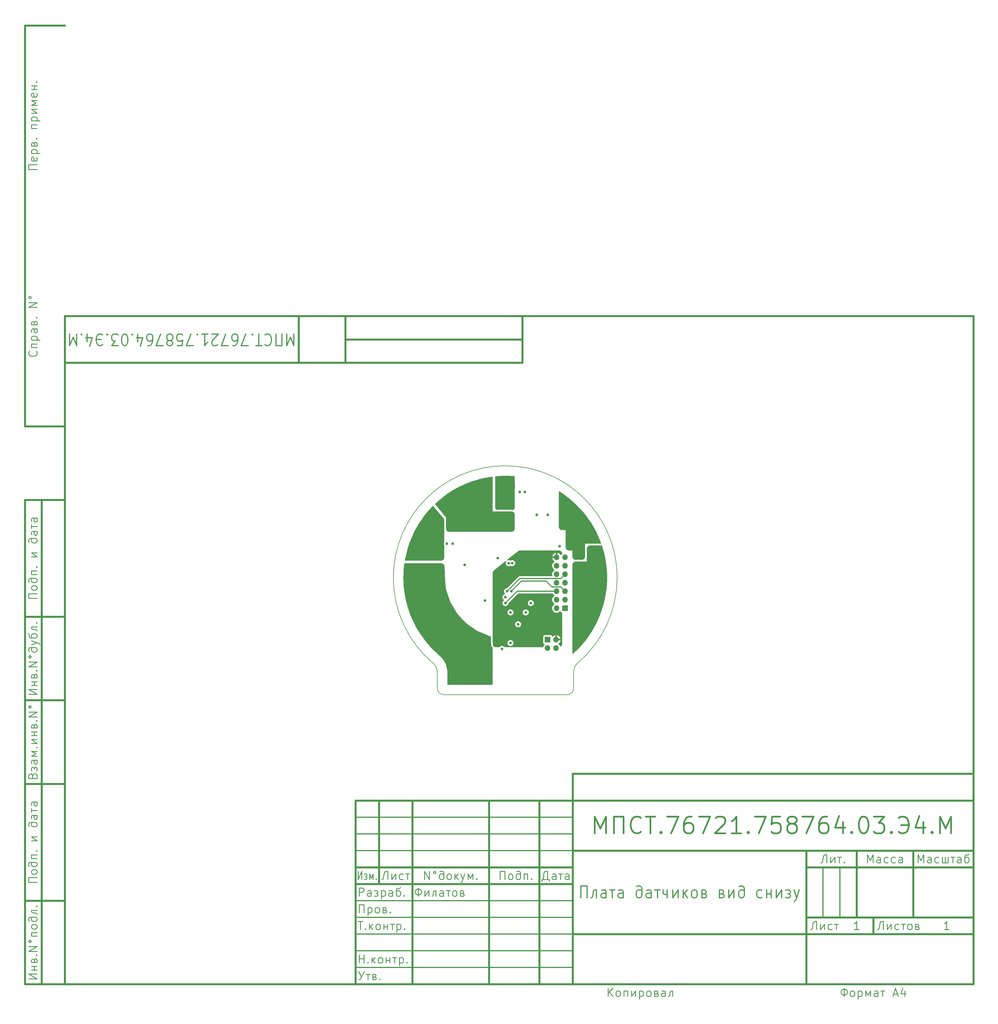
<source format=gbr>
%TF.GenerationSoftware,KiCad,Pcbnew,7.0.1*%
%TF.CreationDate,2023-12-14T23:14:27+03:00*%
%TF.ProjectId,_____ ________,1f3b3042-3020-4343-9042-47383a3e322e,rev?*%
%TF.SameCoordinates,Original*%
%TF.FileFunction,Copper,L3,Inr*%
%TF.FilePolarity,Positive*%
%FSLAX46Y46*%
G04 Gerber Fmt 4.6, Leading zero omitted, Abs format (unit mm)*
G04 Created by KiCad (PCBNEW 7.0.1) date 2023-12-14 23:14:27*
%MOMM*%
%LPD*%
G01*
G04 APERTURE LIST*
G04 Aperture macros list*
%AMRotRect*
0 Rectangle, with rotation*
0 The origin of the aperture is its center*
0 $1 length*
0 $2 width*
0 $3 Rotation angle, in degrees counterclockwise*
0 Add horizontal line*
21,1,$1,$2,0,0,$3*%
G04 Aperture macros list end*
%ADD10C,0.100000*%
%ADD11C,0.600000*%
%ADD12C,0.300000*%
%ADD13C,0.250000*%
%ADD14C,0.350000*%
%ADD15C,0.500000*%
%TA.AperFunction,ComponentPad*%
%ADD16C,6.000000*%
%TD*%
%TA.AperFunction,ComponentPad*%
%ADD17O,1.700000X1.700000*%
%TD*%
%TA.AperFunction,ComponentPad*%
%ADD18R,1.700000X1.700000*%
%TD*%
%TA.AperFunction,ComponentPad*%
%ADD19C,1.635000*%
%TD*%
%TA.AperFunction,ComponentPad*%
%ADD20R,1.635000X1.635000*%
%TD*%
%TA.AperFunction,ComponentPad*%
%ADD21RotRect,1.635000X1.635000X290.000000*%
%TD*%
%TA.AperFunction,ComponentPad*%
%ADD22RotRect,1.635000X1.635000X310.000000*%
%TD*%
%TA.AperFunction,ComponentPad*%
%ADD23RotRect,1.635000X1.635000X70.000000*%
%TD*%
%TA.AperFunction,ComponentPad*%
%ADD24RotRect,1.635000X1.635000X300.000000*%
%TD*%
%TA.AperFunction,ComponentPad*%
%ADD25RotRect,1.635000X1.635000X60.000000*%
%TD*%
%TA.AperFunction,ComponentPad*%
%ADD26RotRect,1.635000X1.635000X50.000000*%
%TD*%
%TA.AperFunction,ViaPad*%
%ADD27C,0.800000*%
%TD*%
%TA.AperFunction,Conductor*%
%ADD28C,0.300000*%
%TD*%
%TA.AperFunction,Profile*%
%ADD29C,0.200000*%
%TD*%
G04 APERTURE END LIST*
D10*
D11*
X20000000Y-205007200D02*
X292002200Y-205007200D01*
X292002200Y-5000000D01*
X20000000Y-5000000D01*
X20000000Y-205007200D01*
D10*
D11*
X8000000Y-145007200D02*
X20000000Y-145007200D01*
D10*
D11*
X8000000Y-120007200D02*
X20000000Y-120007200D01*
D10*
D11*
X8000000Y-95007200D02*
X20000000Y-95007200D01*
D10*
D11*
X104000000Y-5000000D02*
X104000000Y-19000000D01*
D10*
D11*
X157000000Y-5000000D02*
X157000000Y-19000000D01*
D10*
D11*
X90000000Y-5000000D02*
X90000000Y-19000000D01*
D10*
D11*
X104000000Y-19000000D02*
X157000000Y-19000000D01*
D10*
D11*
X104000000Y-12000000D02*
X157000000Y-12000000D01*
D10*
D11*
X90000000Y-19000000D02*
X104000000Y-19000000D01*
D10*
D11*
X20000000Y-19000000D02*
X90000000Y-19000000D01*
D10*
D11*
X8000000Y-60007200D02*
X20000000Y-60007200D01*
D10*
D11*
X8000000Y-205007200D02*
X20000000Y-205007200D01*
D10*
D11*
X8000000Y-180007200D02*
X20000000Y-180007200D01*
D10*
D11*
X172002200Y-150007200D02*
X172002200Y-205007200D01*
D10*
D11*
X162002200Y-150007200D02*
X162002200Y-205007200D01*
D10*
D11*
X147002200Y-150007200D02*
X147002200Y-205007200D01*
D10*
D11*
X124002200Y-150007200D02*
X124002200Y-205007200D01*
D10*
D11*
X114002200Y-150007200D02*
X114002200Y-175007200D01*
D10*
D12*
X107002200Y-165007200D02*
X172002200Y-165007200D01*
D10*
D12*
X107002200Y-160007200D02*
X172002200Y-160007200D01*
D10*
D12*
X107002200Y-155007200D02*
X172002200Y-155007200D01*
D10*
D11*
X107002200Y-175007200D02*
X172002200Y-175007200D01*
D10*
D11*
X107002200Y-170007200D02*
X172002200Y-170007200D01*
D10*
D12*
X107002200Y-200007200D02*
X172002200Y-200007200D01*
D10*
D12*
X107002200Y-195007200D02*
X172002200Y-195007200D01*
D10*
D12*
X107002200Y-190007200D02*
X172002200Y-190007200D01*
D10*
D12*
X107002200Y-185007200D02*
X172002200Y-185007200D01*
D10*
D12*
X107002200Y-180007200D02*
X172002200Y-180007200D01*
D10*
D11*
X172002200Y-142007200D02*
X292002200Y-142007200D01*
D10*
D11*
X172002200Y-150007200D02*
X172002200Y-142007200D01*
D10*
D11*
X107002200Y-150007200D02*
X292002200Y-150007200D01*
D10*
D11*
X8000000Y-60007200D02*
X8000000Y-205007200D01*
D10*
D11*
X13000000Y-60007200D02*
X13000000Y-205007200D01*
D10*
D12*
X247002200Y-170007200D02*
X247002200Y-185007200D01*
D10*
D12*
X252002200Y-170007200D02*
X252002200Y-185007200D01*
D10*
D11*
X257002200Y-165007200D02*
X257002200Y-185007200D01*
D10*
D11*
X274002200Y-165007200D02*
X274002200Y-185007200D01*
D10*
D11*
X242002200Y-185007200D02*
X292002200Y-185007200D01*
D10*
D11*
X242002200Y-170007200D02*
X292002200Y-170007200D01*
D10*
D11*
X242002200Y-165007200D02*
X242002200Y-205007200D01*
D10*
D11*
X172002200Y-190007200D02*
X292002200Y-190007200D01*
D10*
D11*
X172002200Y-165007200D02*
X292002200Y-165007200D01*
D10*
D11*
X107002200Y-205007200D02*
X107002200Y-150007200D01*
D10*
D11*
X262002200Y-185007200D02*
X262002200Y-190007200D01*
D10*
D11*
X8000000Y81992800D02*
X20000000Y81992800D01*
D10*
D11*
X8000000Y-38007200D02*
X20000000Y-38007200D01*
D10*
D11*
X8000000Y81992800D02*
X8000000Y-38007200D01*
D10*
D13*
X127704580Y-173663747D02*
X127704580Y-171163747D01*
X127704580Y-171163747D02*
X129133151Y-173663747D01*
X129133151Y-173663747D02*
X129133151Y-171163747D01*
X130680770Y-171163747D02*
X130442675Y-171282795D01*
X130442675Y-171282795D02*
X130323628Y-171520890D01*
X130323628Y-171520890D02*
X130442675Y-171758985D01*
X130442675Y-171758985D02*
X130680770Y-171878033D01*
X130680770Y-171878033D02*
X130918866Y-171758985D01*
X130918866Y-171758985D02*
X131037913Y-171520890D01*
X131037913Y-171520890D02*
X130918866Y-171282795D01*
X130918866Y-171282795D02*
X130680770Y-171163747D01*
X133418866Y-172235176D02*
X133299818Y-172116128D01*
X133299818Y-172116128D02*
X133061723Y-171997080D01*
X133061723Y-171997080D02*
X132585532Y-171997080D01*
X132585532Y-171997080D02*
X132347437Y-172116128D01*
X132347437Y-172116128D02*
X132228390Y-172235176D01*
X132228390Y-172235176D02*
X132109342Y-172473271D01*
X132109342Y-172473271D02*
X132109342Y-173187557D01*
X132109342Y-173187557D02*
X132228390Y-173425652D01*
X132228390Y-173425652D02*
X132347437Y-173544700D01*
X132347437Y-173544700D02*
X132585532Y-173663747D01*
X132585532Y-173663747D02*
X132942675Y-173663747D01*
X132942675Y-173663747D02*
X133180771Y-173544700D01*
X133180771Y-173544700D02*
X133299818Y-173425652D01*
X133299818Y-173425652D02*
X133418866Y-173187557D01*
X133418866Y-173187557D02*
X133418866Y-171639938D01*
X133418866Y-171639938D02*
X133299818Y-171401842D01*
X133299818Y-171401842D02*
X133180771Y-171282795D01*
X133180771Y-171282795D02*
X132942675Y-171163747D01*
X132942675Y-171163747D02*
X132466485Y-171163747D01*
X132466485Y-171163747D02*
X132228390Y-171282795D01*
X134847437Y-173663747D02*
X134609342Y-173544700D01*
X134609342Y-173544700D02*
X134490295Y-173425652D01*
X134490295Y-173425652D02*
X134371247Y-173187557D01*
X134371247Y-173187557D02*
X134371247Y-172473271D01*
X134371247Y-172473271D02*
X134490295Y-172235176D01*
X134490295Y-172235176D02*
X134609342Y-172116128D01*
X134609342Y-172116128D02*
X134847437Y-171997080D01*
X134847437Y-171997080D02*
X135204580Y-171997080D01*
X135204580Y-171997080D02*
X135442676Y-172116128D01*
X135442676Y-172116128D02*
X135561723Y-172235176D01*
X135561723Y-172235176D02*
X135680771Y-172473271D01*
X135680771Y-172473271D02*
X135680771Y-173187557D01*
X135680771Y-173187557D02*
X135561723Y-173425652D01*
X135561723Y-173425652D02*
X135442676Y-173544700D01*
X135442676Y-173544700D02*
X135204580Y-173663747D01*
X135204580Y-173663747D02*
X134847437Y-173663747D01*
X136752200Y-171997080D02*
X136752200Y-173663747D01*
X136990295Y-172711366D02*
X137704581Y-173663747D01*
X137704581Y-171997080D02*
X136752200Y-172949461D01*
X138537914Y-171997080D02*
X139133152Y-173663747D01*
X139728391Y-171997080D02*
X139133152Y-173663747D01*
X139133152Y-173663747D02*
X138895057Y-174258985D01*
X138895057Y-174258985D02*
X138776010Y-174378033D01*
X138776010Y-174378033D02*
X138537914Y-174497080D01*
X140680772Y-173663747D02*
X140680772Y-171997080D01*
X140680772Y-171997080D02*
X141395057Y-173306604D01*
X141395057Y-173306604D02*
X142109343Y-171997080D01*
X142109343Y-171997080D02*
X142109343Y-173663747D01*
X143299820Y-173425652D02*
X143418867Y-173544700D01*
X143418867Y-173544700D02*
X143299820Y-173663747D01*
X143299820Y-173663747D02*
X143180772Y-173544700D01*
X143180772Y-173544700D02*
X143299820Y-173425652D01*
X143299820Y-173425652D02*
X143299820Y-173663747D01*
D10*
D13*
X10347023Y-142566723D02*
X10466071Y-142209580D01*
X10466071Y-142209580D02*
X10585119Y-142090533D01*
X10585119Y-142090533D02*
X10823214Y-141971485D01*
X10823214Y-141971485D02*
X11180357Y-141971485D01*
X11180357Y-141971485D02*
X11418452Y-142090533D01*
X11418452Y-142090533D02*
X11537500Y-142209580D01*
X11537500Y-142209580D02*
X11656547Y-142447675D01*
X11656547Y-142447675D02*
X11656547Y-143400056D01*
X11656547Y-143400056D02*
X9156547Y-143400056D01*
X9156547Y-143400056D02*
X9156547Y-142566723D01*
X9156547Y-142566723D02*
X9275595Y-142328628D01*
X9275595Y-142328628D02*
X9394642Y-142209580D01*
X9394642Y-142209580D02*
X9632738Y-142090533D01*
X9632738Y-142090533D02*
X9870833Y-142090533D01*
X9870833Y-142090533D02*
X10108928Y-142209580D01*
X10108928Y-142209580D02*
X10227976Y-142328628D01*
X10227976Y-142328628D02*
X10347023Y-142566723D01*
X10347023Y-142566723D02*
X10347023Y-143400056D01*
X10823214Y-140661961D02*
X10823214Y-140423866D01*
X10108928Y-141138152D02*
X9989880Y-140900056D01*
X9989880Y-140900056D02*
X9989880Y-140423866D01*
X9989880Y-140423866D02*
X10108928Y-140185771D01*
X10108928Y-140185771D02*
X10347023Y-140066723D01*
X10347023Y-140066723D02*
X10466071Y-140066723D01*
X10466071Y-140066723D02*
X10704166Y-140185771D01*
X10704166Y-140185771D02*
X10823214Y-140423866D01*
X10823214Y-140423866D02*
X10942261Y-140185771D01*
X10942261Y-140185771D02*
X11180357Y-140066723D01*
X11180357Y-140066723D02*
X11299404Y-140066723D01*
X11299404Y-140066723D02*
X11537500Y-140185771D01*
X11537500Y-140185771D02*
X11656547Y-140423866D01*
X11656547Y-140423866D02*
X11656547Y-140900056D01*
X11656547Y-140900056D02*
X11537500Y-141138152D01*
X11656547Y-137923866D02*
X10347023Y-137923866D01*
X10347023Y-137923866D02*
X10108928Y-138042913D01*
X10108928Y-138042913D02*
X9989880Y-138281009D01*
X9989880Y-138281009D02*
X9989880Y-138757199D01*
X9989880Y-138757199D02*
X10108928Y-138995294D01*
X11537500Y-137923866D02*
X11656547Y-138161961D01*
X11656547Y-138161961D02*
X11656547Y-138757199D01*
X11656547Y-138757199D02*
X11537500Y-138995294D01*
X11537500Y-138995294D02*
X11299404Y-139114342D01*
X11299404Y-139114342D02*
X11061309Y-139114342D01*
X11061309Y-139114342D02*
X10823214Y-138995294D01*
X10823214Y-138995294D02*
X10704166Y-138757199D01*
X10704166Y-138757199D02*
X10704166Y-138161961D01*
X10704166Y-138161961D02*
X10585119Y-137923866D01*
X11656547Y-136733389D02*
X9989880Y-136733389D01*
X9989880Y-136733389D02*
X11299404Y-136019104D01*
X11299404Y-136019104D02*
X9989880Y-135304818D01*
X9989880Y-135304818D02*
X11656547Y-135304818D01*
X11418452Y-134114341D02*
X11537500Y-133995294D01*
X11537500Y-133995294D02*
X11656547Y-134114341D01*
X11656547Y-134114341D02*
X11537500Y-134233389D01*
X11537500Y-134233389D02*
X11418452Y-134114341D01*
X11418452Y-134114341D02*
X11656547Y-134114341D01*
X9989880Y-132923865D02*
X11656547Y-132923865D01*
X11656547Y-132923865D02*
X9989880Y-131733389D01*
X9989880Y-131733389D02*
X11656547Y-131733389D01*
X10823214Y-130542913D02*
X10823214Y-129471485D01*
X9989880Y-130542913D02*
X11656547Y-130542913D01*
X9989880Y-129471485D02*
X11656547Y-129471485D01*
X10823214Y-127685770D02*
X10942261Y-127328627D01*
X10942261Y-127328627D02*
X11180357Y-127209580D01*
X11180357Y-127209580D02*
X11299404Y-127209580D01*
X11299404Y-127209580D02*
X11537500Y-127328627D01*
X11537500Y-127328627D02*
X11656547Y-127566723D01*
X11656547Y-127566723D02*
X11656547Y-128281008D01*
X11656547Y-128281008D02*
X9989880Y-128281008D01*
X9989880Y-128281008D02*
X9989880Y-127685770D01*
X9989880Y-127685770D02*
X10108928Y-127447675D01*
X10108928Y-127447675D02*
X10347023Y-127328627D01*
X10347023Y-127328627D02*
X10466071Y-127328627D01*
X10466071Y-127328627D02*
X10704166Y-127447675D01*
X10704166Y-127447675D02*
X10823214Y-127685770D01*
X10823214Y-127685770D02*
X10823214Y-128281008D01*
X11418452Y-126138151D02*
X11537500Y-126019104D01*
X11537500Y-126019104D02*
X11656547Y-126138151D01*
X11656547Y-126138151D02*
X11537500Y-126257199D01*
X11537500Y-126257199D02*
X11418452Y-126138151D01*
X11418452Y-126138151D02*
X11656547Y-126138151D01*
X11656547Y-124947675D02*
X9156547Y-124947675D01*
X9156547Y-124947675D02*
X11656547Y-123519104D01*
X11656547Y-123519104D02*
X9156547Y-123519104D01*
X9156547Y-121971485D02*
X9275595Y-122209580D01*
X9275595Y-122209580D02*
X9513690Y-122328627D01*
X9513690Y-122328627D02*
X9751785Y-122209580D01*
X9751785Y-122209580D02*
X9870833Y-121971485D01*
X9870833Y-121971485D02*
X9751785Y-121733389D01*
X9751785Y-121733389D02*
X9513690Y-121614342D01*
X9513690Y-121614342D02*
X9275595Y-121733389D01*
X9275595Y-121733389D02*
X9156547Y-121971485D01*
D10*
D13*
X164978390Y-174258985D02*
X164978390Y-173663747D01*
X164978390Y-173663747D02*
X162835532Y-173663747D01*
X162835532Y-173663747D02*
X162835532Y-174258985D01*
X164502199Y-173663747D02*
X164502199Y-171163747D01*
X164502199Y-171163747D02*
X163906961Y-171163747D01*
X163906961Y-171163747D02*
X163668866Y-171282795D01*
X163668866Y-171282795D02*
X163549818Y-171401842D01*
X163549818Y-171401842D02*
X163430770Y-171639938D01*
X163430770Y-171639938D02*
X163192675Y-173663747D01*
X167002199Y-173663747D02*
X167002199Y-172354223D01*
X167002199Y-172354223D02*
X166883152Y-172116128D01*
X166883152Y-172116128D02*
X166645056Y-171997080D01*
X166645056Y-171997080D02*
X166168866Y-171997080D01*
X166168866Y-171997080D02*
X165930771Y-172116128D01*
X167002199Y-173544700D02*
X166764104Y-173663747D01*
X166764104Y-173663747D02*
X166168866Y-173663747D01*
X166168866Y-173663747D02*
X165930771Y-173544700D01*
X165930771Y-173544700D02*
X165811723Y-173306604D01*
X165811723Y-173306604D02*
X165811723Y-173068509D01*
X165811723Y-173068509D02*
X165930771Y-172830414D01*
X165930771Y-172830414D02*
X166168866Y-172711366D01*
X166168866Y-172711366D02*
X166764104Y-172711366D01*
X166764104Y-172711366D02*
X167002199Y-172592319D01*
X167835533Y-171997080D02*
X169026009Y-171997080D01*
X168430771Y-171997080D02*
X168430771Y-173663747D01*
X170930771Y-173663747D02*
X170930771Y-172354223D01*
X170930771Y-172354223D02*
X170811724Y-172116128D01*
X170811724Y-172116128D02*
X170573628Y-171997080D01*
X170573628Y-171997080D02*
X170097438Y-171997080D01*
X170097438Y-171997080D02*
X169859343Y-172116128D01*
X170930771Y-173544700D02*
X170692676Y-173663747D01*
X170692676Y-173663747D02*
X170097438Y-173663747D01*
X170097438Y-173663747D02*
X169859343Y-173544700D01*
X169859343Y-173544700D02*
X169740295Y-173306604D01*
X169740295Y-173306604D02*
X169740295Y-173068509D01*
X169740295Y-173068509D02*
X169859343Y-172830414D01*
X169859343Y-172830414D02*
X170097438Y-172711366D01*
X170097438Y-172711366D02*
X170692676Y-172711366D01*
X170692676Y-172711366D02*
X170930771Y-172592319D01*
D10*
D13*
X107807564Y-171163747D02*
X107807564Y-173663747D01*
X107807564Y-173663747D02*
X108885419Y-171163747D01*
X108885419Y-171163747D02*
X108885419Y-173663747D01*
X109963273Y-172830414D02*
X110142915Y-172830414D01*
X109603988Y-172116128D02*
X109783630Y-171997080D01*
X109783630Y-171997080D02*
X110142915Y-171997080D01*
X110142915Y-171997080D02*
X110322558Y-172116128D01*
X110322558Y-172116128D02*
X110412379Y-172354223D01*
X110412379Y-172354223D02*
X110412379Y-172473271D01*
X110412379Y-172473271D02*
X110322558Y-172711366D01*
X110322558Y-172711366D02*
X110142915Y-172830414D01*
X110142915Y-172830414D02*
X110322558Y-172949461D01*
X110322558Y-172949461D02*
X110412379Y-173187557D01*
X110412379Y-173187557D02*
X110412379Y-173306604D01*
X110412379Y-173306604D02*
X110322558Y-173544700D01*
X110322558Y-173544700D02*
X110142915Y-173663747D01*
X110142915Y-173663747D02*
X109783630Y-173663747D01*
X109783630Y-173663747D02*
X109603988Y-173544700D01*
X111220769Y-173663747D02*
X111220769Y-171997080D01*
X111220769Y-171997080D02*
X111759697Y-173306604D01*
X111759697Y-173306604D02*
X112298624Y-171997080D01*
X112298624Y-171997080D02*
X112298624Y-173663747D01*
X113196835Y-173425652D02*
X113286657Y-173544700D01*
X113286657Y-173544700D02*
X113196835Y-173663747D01*
X113196835Y-173663747D02*
X113107014Y-173544700D01*
X113107014Y-173544700D02*
X113196835Y-173425652D01*
X113196835Y-173425652D02*
X113196835Y-173663747D01*
D10*
D13*
X9156547Y-118161961D02*
X11656547Y-118161961D01*
X11656547Y-118161961D02*
X9156547Y-116733390D01*
X9156547Y-116733390D02*
X11656547Y-116733390D01*
X10823214Y-115542913D02*
X10823214Y-114471485D01*
X9989880Y-115542913D02*
X11656547Y-115542913D01*
X9989880Y-114471485D02*
X11656547Y-114471485D01*
X10823214Y-112685770D02*
X10942261Y-112328627D01*
X10942261Y-112328627D02*
X11180357Y-112209580D01*
X11180357Y-112209580D02*
X11299404Y-112209580D01*
X11299404Y-112209580D02*
X11537500Y-112328627D01*
X11537500Y-112328627D02*
X11656547Y-112566723D01*
X11656547Y-112566723D02*
X11656547Y-113281008D01*
X11656547Y-113281008D02*
X9989880Y-113281008D01*
X9989880Y-113281008D02*
X9989880Y-112685770D01*
X9989880Y-112685770D02*
X10108928Y-112447675D01*
X10108928Y-112447675D02*
X10347023Y-112328627D01*
X10347023Y-112328627D02*
X10466071Y-112328627D01*
X10466071Y-112328627D02*
X10704166Y-112447675D01*
X10704166Y-112447675D02*
X10823214Y-112685770D01*
X10823214Y-112685770D02*
X10823214Y-113281008D01*
X11418452Y-111138151D02*
X11537500Y-111019104D01*
X11537500Y-111019104D02*
X11656547Y-111138151D01*
X11656547Y-111138151D02*
X11537500Y-111257199D01*
X11537500Y-111257199D02*
X11418452Y-111138151D01*
X11418452Y-111138151D02*
X11656547Y-111138151D01*
X11656547Y-109947675D02*
X9156547Y-109947675D01*
X9156547Y-109947675D02*
X11656547Y-108519104D01*
X11656547Y-108519104D02*
X9156547Y-108519104D01*
X9156547Y-106971485D02*
X9275595Y-107209580D01*
X9275595Y-107209580D02*
X9513690Y-107328627D01*
X9513690Y-107328627D02*
X9751785Y-107209580D01*
X9751785Y-107209580D02*
X9870833Y-106971485D01*
X9870833Y-106971485D02*
X9751785Y-106733389D01*
X9751785Y-106733389D02*
X9513690Y-106614342D01*
X9513690Y-106614342D02*
X9275595Y-106733389D01*
X9275595Y-106733389D02*
X9156547Y-106971485D01*
X10227976Y-104233389D02*
X10108928Y-104352437D01*
X10108928Y-104352437D02*
X9989880Y-104590532D01*
X9989880Y-104590532D02*
X9989880Y-105066723D01*
X9989880Y-105066723D02*
X10108928Y-105304818D01*
X10108928Y-105304818D02*
X10227976Y-105423865D01*
X10227976Y-105423865D02*
X10466071Y-105542913D01*
X10466071Y-105542913D02*
X11180357Y-105542913D01*
X11180357Y-105542913D02*
X11418452Y-105423865D01*
X11418452Y-105423865D02*
X11537500Y-105304818D01*
X11537500Y-105304818D02*
X11656547Y-105066723D01*
X11656547Y-105066723D02*
X11656547Y-104709580D01*
X11656547Y-104709580D02*
X11537500Y-104471484D01*
X11537500Y-104471484D02*
X11418452Y-104352437D01*
X11418452Y-104352437D02*
X11180357Y-104233389D01*
X11180357Y-104233389D02*
X9632738Y-104233389D01*
X9632738Y-104233389D02*
X9394642Y-104352437D01*
X9394642Y-104352437D02*
X9275595Y-104471484D01*
X9275595Y-104471484D02*
X9156547Y-104709580D01*
X9156547Y-104709580D02*
X9156547Y-105185770D01*
X9156547Y-105185770D02*
X9275595Y-105423865D01*
X9989880Y-103400056D02*
X11656547Y-102804818D01*
X9989880Y-102209579D02*
X11656547Y-102804818D01*
X11656547Y-102804818D02*
X12251785Y-103042913D01*
X12251785Y-103042913D02*
X12370833Y-103161960D01*
X12370833Y-103161960D02*
X12489880Y-103400056D01*
X9037500Y-100066722D02*
X9156547Y-100185770D01*
X9156547Y-100185770D02*
X9275595Y-100423865D01*
X9275595Y-100423865D02*
X9275595Y-100900056D01*
X9275595Y-100900056D02*
X9394642Y-101138151D01*
X9394642Y-101138151D02*
X9513690Y-101257198D01*
X9513690Y-101257198D02*
X9751785Y-101376246D01*
X9751785Y-101376246D02*
X11180357Y-101376246D01*
X11180357Y-101376246D02*
X11418452Y-101257198D01*
X11418452Y-101257198D02*
X11537500Y-101138151D01*
X11537500Y-101138151D02*
X11656547Y-100900056D01*
X11656547Y-100900056D02*
X11656547Y-100542913D01*
X11656547Y-100542913D02*
X11537500Y-100304817D01*
X11537500Y-100304817D02*
X11418452Y-100185770D01*
X11418452Y-100185770D02*
X11180357Y-100066722D01*
X11180357Y-100066722D02*
X10466071Y-100066722D01*
X10466071Y-100066722D02*
X10227976Y-100185770D01*
X10227976Y-100185770D02*
X10108928Y-100304817D01*
X10108928Y-100304817D02*
X9989880Y-100542913D01*
X9989880Y-100542913D02*
X9989880Y-101019103D01*
X9989880Y-101019103D02*
X10108928Y-101257198D01*
X10108928Y-101257198D02*
X10227976Y-101376246D01*
X11656547Y-98042912D02*
X9989880Y-98042912D01*
X9989880Y-98042912D02*
X9989880Y-98400055D01*
X9989880Y-98400055D02*
X10108928Y-98638151D01*
X10108928Y-98638151D02*
X10347023Y-98757198D01*
X10347023Y-98757198D02*
X11299404Y-98876246D01*
X11299404Y-98876246D02*
X11537500Y-98995293D01*
X11537500Y-98995293D02*
X11656547Y-99233389D01*
X11418452Y-96852436D02*
X11537500Y-96733389D01*
X11537500Y-96733389D02*
X11656547Y-96852436D01*
X11656547Y-96852436D02*
X11537500Y-96971484D01*
X11537500Y-96971484D02*
X11418452Y-96852436D01*
X11418452Y-96852436D02*
X11656547Y-96852436D01*
D10*
D13*
X9156547Y-203340533D02*
X11656547Y-203340533D01*
X11656547Y-203340533D02*
X9156547Y-201911962D01*
X9156547Y-201911962D02*
X11656547Y-201911962D01*
X10823214Y-200721485D02*
X10823214Y-199650057D01*
X9989880Y-200721485D02*
X11656547Y-200721485D01*
X9989880Y-199650057D02*
X11656547Y-199650057D01*
X10823214Y-197864342D02*
X10942261Y-197507199D01*
X10942261Y-197507199D02*
X11180357Y-197388152D01*
X11180357Y-197388152D02*
X11299404Y-197388152D01*
X11299404Y-197388152D02*
X11537500Y-197507199D01*
X11537500Y-197507199D02*
X11656547Y-197745295D01*
X11656547Y-197745295D02*
X11656547Y-198459580D01*
X11656547Y-198459580D02*
X9989880Y-198459580D01*
X9989880Y-198459580D02*
X9989880Y-197864342D01*
X9989880Y-197864342D02*
X10108928Y-197626247D01*
X10108928Y-197626247D02*
X10347023Y-197507199D01*
X10347023Y-197507199D02*
X10466071Y-197507199D01*
X10466071Y-197507199D02*
X10704166Y-197626247D01*
X10704166Y-197626247D02*
X10823214Y-197864342D01*
X10823214Y-197864342D02*
X10823214Y-198459580D01*
X11418452Y-196316723D02*
X11537500Y-196197676D01*
X11537500Y-196197676D02*
X11656547Y-196316723D01*
X11656547Y-196316723D02*
X11537500Y-196435771D01*
X11537500Y-196435771D02*
X11418452Y-196316723D01*
X11418452Y-196316723D02*
X11656547Y-196316723D01*
X11656547Y-195126247D02*
X9156547Y-195126247D01*
X9156547Y-195126247D02*
X11656547Y-193697676D01*
X11656547Y-193697676D02*
X9156547Y-193697676D01*
X9156547Y-192150057D02*
X9275595Y-192388152D01*
X9275595Y-192388152D02*
X9513690Y-192507199D01*
X9513690Y-192507199D02*
X9751785Y-192388152D01*
X9751785Y-192388152D02*
X9870833Y-192150057D01*
X9870833Y-192150057D02*
X9751785Y-191911961D01*
X9751785Y-191911961D02*
X9513690Y-191792914D01*
X9513690Y-191792914D02*
X9275595Y-191911961D01*
X9275595Y-191911961D02*
X9156547Y-192150057D01*
X11656547Y-190602437D02*
X9989880Y-190602437D01*
X9989880Y-190602437D02*
X9989880Y-189531009D01*
X9989880Y-189531009D02*
X11656547Y-189531009D01*
X11656547Y-187983390D02*
X11537500Y-188221485D01*
X11537500Y-188221485D02*
X11418452Y-188340532D01*
X11418452Y-188340532D02*
X11180357Y-188459580D01*
X11180357Y-188459580D02*
X10466071Y-188459580D01*
X10466071Y-188459580D02*
X10227976Y-188340532D01*
X10227976Y-188340532D02*
X10108928Y-188221485D01*
X10108928Y-188221485D02*
X9989880Y-187983390D01*
X9989880Y-187983390D02*
X9989880Y-187626247D01*
X9989880Y-187626247D02*
X10108928Y-187388151D01*
X10108928Y-187388151D02*
X10227976Y-187269104D01*
X10227976Y-187269104D02*
X10466071Y-187150056D01*
X10466071Y-187150056D02*
X11180357Y-187150056D01*
X11180357Y-187150056D02*
X11418452Y-187269104D01*
X11418452Y-187269104D02*
X11537500Y-187388151D01*
X11537500Y-187388151D02*
X11656547Y-187626247D01*
X11656547Y-187626247D02*
X11656547Y-187983390D01*
X10227976Y-184888151D02*
X10108928Y-185007199D01*
X10108928Y-185007199D02*
X9989880Y-185245294D01*
X9989880Y-185245294D02*
X9989880Y-185721485D01*
X9989880Y-185721485D02*
X10108928Y-185959580D01*
X10108928Y-185959580D02*
X10227976Y-186078627D01*
X10227976Y-186078627D02*
X10466071Y-186197675D01*
X10466071Y-186197675D02*
X11180357Y-186197675D01*
X11180357Y-186197675D02*
X11418452Y-186078627D01*
X11418452Y-186078627D02*
X11537500Y-185959580D01*
X11537500Y-185959580D02*
X11656547Y-185721485D01*
X11656547Y-185721485D02*
X11656547Y-185364342D01*
X11656547Y-185364342D02*
X11537500Y-185126246D01*
X11537500Y-185126246D02*
X11418452Y-185007199D01*
X11418452Y-185007199D02*
X11180357Y-184888151D01*
X11180357Y-184888151D02*
X9632738Y-184888151D01*
X9632738Y-184888151D02*
X9394642Y-185007199D01*
X9394642Y-185007199D02*
X9275595Y-185126246D01*
X9275595Y-185126246D02*
X9156547Y-185364342D01*
X9156547Y-185364342D02*
X9156547Y-185840532D01*
X9156547Y-185840532D02*
X9275595Y-186078627D01*
X11656547Y-182864341D02*
X9989880Y-182864341D01*
X9989880Y-182864341D02*
X9989880Y-183221484D01*
X9989880Y-183221484D02*
X10108928Y-183459580D01*
X10108928Y-183459580D02*
X10347023Y-183578627D01*
X10347023Y-183578627D02*
X11299404Y-183697675D01*
X11299404Y-183697675D02*
X11537500Y-183816722D01*
X11537500Y-183816722D02*
X11656547Y-184054818D01*
X11418452Y-181673865D02*
X11537500Y-181554818D01*
X11537500Y-181554818D02*
X11656547Y-181673865D01*
X11656547Y-181673865D02*
X11537500Y-181792913D01*
X11537500Y-181792913D02*
X11418452Y-181673865D01*
X11418452Y-181673865D02*
X11656547Y-181673865D01*
D10*
D13*
X182597438Y-208663747D02*
X182597438Y-206163747D01*
X184026009Y-208663747D02*
X182954580Y-207235176D01*
X184026009Y-206163747D02*
X182597438Y-207592319D01*
X185454580Y-208663747D02*
X185216485Y-208544700D01*
X185216485Y-208544700D02*
X185097438Y-208425652D01*
X185097438Y-208425652D02*
X184978390Y-208187557D01*
X184978390Y-208187557D02*
X184978390Y-207473271D01*
X184978390Y-207473271D02*
X185097438Y-207235176D01*
X185097438Y-207235176D02*
X185216485Y-207116128D01*
X185216485Y-207116128D02*
X185454580Y-206997080D01*
X185454580Y-206997080D02*
X185811723Y-206997080D01*
X185811723Y-206997080D02*
X186049819Y-207116128D01*
X186049819Y-207116128D02*
X186168866Y-207235176D01*
X186168866Y-207235176D02*
X186287914Y-207473271D01*
X186287914Y-207473271D02*
X186287914Y-208187557D01*
X186287914Y-208187557D02*
X186168866Y-208425652D01*
X186168866Y-208425652D02*
X186049819Y-208544700D01*
X186049819Y-208544700D02*
X185811723Y-208663747D01*
X185811723Y-208663747D02*
X185454580Y-208663747D01*
X187359343Y-208663747D02*
X187359343Y-206997080D01*
X187359343Y-206997080D02*
X188430771Y-206997080D01*
X188430771Y-206997080D02*
X188430771Y-208663747D01*
X189621248Y-206997080D02*
X189621248Y-208663747D01*
X189621248Y-208663747D02*
X190811724Y-206997080D01*
X190811724Y-206997080D02*
X190811724Y-208663747D01*
X192002200Y-206997080D02*
X192002200Y-209497080D01*
X192002200Y-207116128D02*
X192240295Y-206997080D01*
X192240295Y-206997080D02*
X192716485Y-206997080D01*
X192716485Y-206997080D02*
X192954581Y-207116128D01*
X192954581Y-207116128D02*
X193073628Y-207235176D01*
X193073628Y-207235176D02*
X193192676Y-207473271D01*
X193192676Y-207473271D02*
X193192676Y-208187557D01*
X193192676Y-208187557D02*
X193073628Y-208425652D01*
X193073628Y-208425652D02*
X192954581Y-208544700D01*
X192954581Y-208544700D02*
X192716485Y-208663747D01*
X192716485Y-208663747D02*
X192240295Y-208663747D01*
X192240295Y-208663747D02*
X192002200Y-208544700D01*
X194621247Y-208663747D02*
X194383152Y-208544700D01*
X194383152Y-208544700D02*
X194264105Y-208425652D01*
X194264105Y-208425652D02*
X194145057Y-208187557D01*
X194145057Y-208187557D02*
X194145057Y-207473271D01*
X194145057Y-207473271D02*
X194264105Y-207235176D01*
X194264105Y-207235176D02*
X194383152Y-207116128D01*
X194383152Y-207116128D02*
X194621247Y-206997080D01*
X194621247Y-206997080D02*
X194978390Y-206997080D01*
X194978390Y-206997080D02*
X195216486Y-207116128D01*
X195216486Y-207116128D02*
X195335533Y-207235176D01*
X195335533Y-207235176D02*
X195454581Y-207473271D01*
X195454581Y-207473271D02*
X195454581Y-208187557D01*
X195454581Y-208187557D02*
X195335533Y-208425652D01*
X195335533Y-208425652D02*
X195216486Y-208544700D01*
X195216486Y-208544700D02*
X194978390Y-208663747D01*
X194978390Y-208663747D02*
X194621247Y-208663747D01*
X197121248Y-207830414D02*
X197478391Y-207949461D01*
X197478391Y-207949461D02*
X197597438Y-208187557D01*
X197597438Y-208187557D02*
X197597438Y-208306604D01*
X197597438Y-208306604D02*
X197478391Y-208544700D01*
X197478391Y-208544700D02*
X197240295Y-208663747D01*
X197240295Y-208663747D02*
X196526010Y-208663747D01*
X196526010Y-208663747D02*
X196526010Y-206997080D01*
X196526010Y-206997080D02*
X197121248Y-206997080D01*
X197121248Y-206997080D02*
X197359343Y-207116128D01*
X197359343Y-207116128D02*
X197478391Y-207354223D01*
X197478391Y-207354223D02*
X197478391Y-207473271D01*
X197478391Y-207473271D02*
X197359343Y-207711366D01*
X197359343Y-207711366D02*
X197121248Y-207830414D01*
X197121248Y-207830414D02*
X196526010Y-207830414D01*
X199740295Y-208663747D02*
X199740295Y-207354223D01*
X199740295Y-207354223D02*
X199621248Y-207116128D01*
X199621248Y-207116128D02*
X199383152Y-206997080D01*
X199383152Y-206997080D02*
X198906962Y-206997080D01*
X198906962Y-206997080D02*
X198668867Y-207116128D01*
X199740295Y-208544700D02*
X199502200Y-208663747D01*
X199502200Y-208663747D02*
X198906962Y-208663747D01*
X198906962Y-208663747D02*
X198668867Y-208544700D01*
X198668867Y-208544700D02*
X198549819Y-208306604D01*
X198549819Y-208306604D02*
X198549819Y-208068509D01*
X198549819Y-208068509D02*
X198668867Y-207830414D01*
X198668867Y-207830414D02*
X198906962Y-207711366D01*
X198906962Y-207711366D02*
X199502200Y-207711366D01*
X199502200Y-207711366D02*
X199740295Y-207592319D01*
X201883153Y-208663747D02*
X201883153Y-206997080D01*
X201883153Y-206997080D02*
X201526010Y-206997080D01*
X201526010Y-206997080D02*
X201287914Y-207116128D01*
X201287914Y-207116128D02*
X201168867Y-207354223D01*
X201168867Y-207354223D02*
X201049819Y-208306604D01*
X201049819Y-208306604D02*
X200930772Y-208544700D01*
X200930772Y-208544700D02*
X200692676Y-208663747D01*
D10*
D13*
X245026009Y-188663747D02*
X245026009Y-186163747D01*
X245026009Y-186163747D02*
X244668866Y-186163747D01*
X244668866Y-186163747D02*
X244311723Y-186282795D01*
X244311723Y-186282795D02*
X244073628Y-186520890D01*
X244073628Y-186520890D02*
X243954580Y-186878033D01*
X243954580Y-186878033D02*
X243716485Y-188306604D01*
X243716485Y-188306604D02*
X243597438Y-188544700D01*
X243597438Y-188544700D02*
X243359342Y-188663747D01*
X243359342Y-188663747D02*
X243240295Y-188663747D01*
X246216486Y-186997080D02*
X246216486Y-188663747D01*
X246216486Y-188663747D02*
X247406962Y-186997080D01*
X247406962Y-186997080D02*
X247406962Y-188663747D01*
X249668866Y-188544700D02*
X249430771Y-188663747D01*
X249430771Y-188663747D02*
X248954580Y-188663747D01*
X248954580Y-188663747D02*
X248716485Y-188544700D01*
X248716485Y-188544700D02*
X248597438Y-188425652D01*
X248597438Y-188425652D02*
X248478390Y-188187557D01*
X248478390Y-188187557D02*
X248478390Y-187473271D01*
X248478390Y-187473271D02*
X248597438Y-187235176D01*
X248597438Y-187235176D02*
X248716485Y-187116128D01*
X248716485Y-187116128D02*
X248954580Y-186997080D01*
X248954580Y-186997080D02*
X249430771Y-186997080D01*
X249430771Y-186997080D02*
X249668866Y-187116128D01*
X250383152Y-186997080D02*
X251573628Y-186997080D01*
X250978390Y-186997080D02*
X250978390Y-188663747D01*
D10*
D13*
X116621247Y-173663747D02*
X116621247Y-171163747D01*
X116621247Y-171163747D02*
X116264104Y-171163747D01*
X116264104Y-171163747D02*
X115906961Y-171282795D01*
X115906961Y-171282795D02*
X115668866Y-171520890D01*
X115668866Y-171520890D02*
X115549818Y-171878033D01*
X115549818Y-171878033D02*
X115311723Y-173306604D01*
X115311723Y-173306604D02*
X115192676Y-173544700D01*
X115192676Y-173544700D02*
X114954580Y-173663747D01*
X114954580Y-173663747D02*
X114835533Y-173663747D01*
X117811724Y-171997080D02*
X117811724Y-173663747D01*
X117811724Y-173663747D02*
X119002200Y-171997080D01*
X119002200Y-171997080D02*
X119002200Y-173663747D01*
X121264104Y-173544700D02*
X121026009Y-173663747D01*
X121026009Y-173663747D02*
X120549818Y-173663747D01*
X120549818Y-173663747D02*
X120311723Y-173544700D01*
X120311723Y-173544700D02*
X120192676Y-173425652D01*
X120192676Y-173425652D02*
X120073628Y-173187557D01*
X120073628Y-173187557D02*
X120073628Y-172473271D01*
X120073628Y-172473271D02*
X120192676Y-172235176D01*
X120192676Y-172235176D02*
X120311723Y-172116128D01*
X120311723Y-172116128D02*
X120549818Y-171997080D01*
X120549818Y-171997080D02*
X121026009Y-171997080D01*
X121026009Y-171997080D02*
X121264104Y-172116128D01*
X121978390Y-171997080D02*
X123168866Y-171997080D01*
X122573628Y-171997080D02*
X122573628Y-173663747D01*
D10*
D13*
X265026009Y-188663747D02*
X265026009Y-186163747D01*
X265026009Y-186163747D02*
X264668866Y-186163747D01*
X264668866Y-186163747D02*
X264311723Y-186282795D01*
X264311723Y-186282795D02*
X264073628Y-186520890D01*
X264073628Y-186520890D02*
X263954580Y-186878033D01*
X263954580Y-186878033D02*
X263716485Y-188306604D01*
X263716485Y-188306604D02*
X263597438Y-188544700D01*
X263597438Y-188544700D02*
X263359342Y-188663747D01*
X263359342Y-188663747D02*
X263240295Y-188663747D01*
X266216486Y-186997080D02*
X266216486Y-188663747D01*
X266216486Y-188663747D02*
X267406962Y-186997080D01*
X267406962Y-186997080D02*
X267406962Y-188663747D01*
X269668866Y-188544700D02*
X269430771Y-188663747D01*
X269430771Y-188663747D02*
X268954580Y-188663747D01*
X268954580Y-188663747D02*
X268716485Y-188544700D01*
X268716485Y-188544700D02*
X268597438Y-188425652D01*
X268597438Y-188425652D02*
X268478390Y-188187557D01*
X268478390Y-188187557D02*
X268478390Y-187473271D01*
X268478390Y-187473271D02*
X268597438Y-187235176D01*
X268597438Y-187235176D02*
X268716485Y-187116128D01*
X268716485Y-187116128D02*
X268954580Y-186997080D01*
X268954580Y-186997080D02*
X269430771Y-186997080D01*
X269430771Y-186997080D02*
X269668866Y-187116128D01*
X270383152Y-186997080D02*
X271573628Y-186997080D01*
X270978390Y-186997080D02*
X270978390Y-188663747D01*
X272764104Y-188663747D02*
X272526009Y-188544700D01*
X272526009Y-188544700D02*
X272406962Y-188425652D01*
X272406962Y-188425652D02*
X272287914Y-188187557D01*
X272287914Y-188187557D02*
X272287914Y-187473271D01*
X272287914Y-187473271D02*
X272406962Y-187235176D01*
X272406962Y-187235176D02*
X272526009Y-187116128D01*
X272526009Y-187116128D02*
X272764104Y-186997080D01*
X272764104Y-186997080D02*
X273121247Y-186997080D01*
X273121247Y-186997080D02*
X273359343Y-187116128D01*
X273359343Y-187116128D02*
X273478390Y-187235176D01*
X273478390Y-187235176D02*
X273597438Y-187473271D01*
X273597438Y-187473271D02*
X273597438Y-188187557D01*
X273597438Y-188187557D02*
X273478390Y-188425652D01*
X273478390Y-188425652D02*
X273359343Y-188544700D01*
X273359343Y-188544700D02*
X273121247Y-188663747D01*
X273121247Y-188663747D02*
X272764104Y-188663747D01*
X275264105Y-187830414D02*
X275621248Y-187949461D01*
X275621248Y-187949461D02*
X275740295Y-188187557D01*
X275740295Y-188187557D02*
X275740295Y-188306604D01*
X275740295Y-188306604D02*
X275621248Y-188544700D01*
X275621248Y-188544700D02*
X275383152Y-188663747D01*
X275383152Y-188663747D02*
X274668867Y-188663747D01*
X274668867Y-188663747D02*
X274668867Y-186997080D01*
X274668867Y-186997080D02*
X275264105Y-186997080D01*
X275264105Y-186997080D02*
X275502200Y-187116128D01*
X275502200Y-187116128D02*
X275621248Y-187354223D01*
X275621248Y-187354223D02*
X275621248Y-187473271D01*
X275621248Y-187473271D02*
X275502200Y-187711366D01*
X275502200Y-187711366D02*
X275264105Y-187830414D01*
X275264105Y-187830414D02*
X274668867Y-187830414D01*
D10*
D13*
X248097438Y-168663747D02*
X248097438Y-166163747D01*
X248097438Y-166163747D02*
X247740295Y-166163747D01*
X247740295Y-166163747D02*
X247383152Y-166282795D01*
X247383152Y-166282795D02*
X247145057Y-166520890D01*
X247145057Y-166520890D02*
X247026009Y-166878033D01*
X247026009Y-166878033D02*
X246787914Y-168306604D01*
X246787914Y-168306604D02*
X246668867Y-168544700D01*
X246668867Y-168544700D02*
X246430771Y-168663747D01*
X246430771Y-168663747D02*
X246311724Y-168663747D01*
X249287915Y-166997080D02*
X249287915Y-168663747D01*
X249287915Y-168663747D02*
X250478391Y-166997080D01*
X250478391Y-166997080D02*
X250478391Y-168663747D01*
X251311724Y-166997080D02*
X252502200Y-166997080D01*
X251906962Y-166997080D02*
X251906962Y-168663747D01*
X253335534Y-168425652D02*
X253454581Y-168544700D01*
X253454581Y-168544700D02*
X253335534Y-168663747D01*
X253335534Y-168663747D02*
X253216486Y-168544700D01*
X253216486Y-168544700D02*
X253335534Y-168425652D01*
X253335534Y-168425652D02*
X253335534Y-168663747D01*
D10*
D13*
X260264105Y-168663747D02*
X260264105Y-166163747D01*
X260264105Y-166163747D02*
X261097438Y-167949461D01*
X261097438Y-167949461D02*
X261930771Y-166163747D01*
X261930771Y-166163747D02*
X261930771Y-168663747D01*
X264192676Y-168663747D02*
X264192676Y-167354223D01*
X264192676Y-167354223D02*
X264073629Y-167116128D01*
X264073629Y-167116128D02*
X263835533Y-166997080D01*
X263835533Y-166997080D02*
X263359343Y-166997080D01*
X263359343Y-166997080D02*
X263121248Y-167116128D01*
X264192676Y-168544700D02*
X263954581Y-168663747D01*
X263954581Y-168663747D02*
X263359343Y-168663747D01*
X263359343Y-168663747D02*
X263121248Y-168544700D01*
X263121248Y-168544700D02*
X263002200Y-168306604D01*
X263002200Y-168306604D02*
X263002200Y-168068509D01*
X263002200Y-168068509D02*
X263121248Y-167830414D01*
X263121248Y-167830414D02*
X263359343Y-167711366D01*
X263359343Y-167711366D02*
X263954581Y-167711366D01*
X263954581Y-167711366D02*
X264192676Y-167592319D01*
X266454581Y-168544700D02*
X266216486Y-168663747D01*
X266216486Y-168663747D02*
X265740295Y-168663747D01*
X265740295Y-168663747D02*
X265502200Y-168544700D01*
X265502200Y-168544700D02*
X265383153Y-168425652D01*
X265383153Y-168425652D02*
X265264105Y-168187557D01*
X265264105Y-168187557D02*
X265264105Y-167473271D01*
X265264105Y-167473271D02*
X265383153Y-167235176D01*
X265383153Y-167235176D02*
X265502200Y-167116128D01*
X265502200Y-167116128D02*
X265740295Y-166997080D01*
X265740295Y-166997080D02*
X266216486Y-166997080D01*
X266216486Y-166997080D02*
X266454581Y-167116128D01*
X268597438Y-168544700D02*
X268359343Y-168663747D01*
X268359343Y-168663747D02*
X267883152Y-168663747D01*
X267883152Y-168663747D02*
X267645057Y-168544700D01*
X267645057Y-168544700D02*
X267526010Y-168425652D01*
X267526010Y-168425652D02*
X267406962Y-168187557D01*
X267406962Y-168187557D02*
X267406962Y-167473271D01*
X267406962Y-167473271D02*
X267526010Y-167235176D01*
X267526010Y-167235176D02*
X267645057Y-167116128D01*
X267645057Y-167116128D02*
X267883152Y-166997080D01*
X267883152Y-166997080D02*
X268359343Y-166997080D01*
X268359343Y-166997080D02*
X268597438Y-167116128D01*
X270740295Y-168663747D02*
X270740295Y-167354223D01*
X270740295Y-167354223D02*
X270621248Y-167116128D01*
X270621248Y-167116128D02*
X270383152Y-166997080D01*
X270383152Y-166997080D02*
X269906962Y-166997080D01*
X269906962Y-166997080D02*
X269668867Y-167116128D01*
X270740295Y-168544700D02*
X270502200Y-168663747D01*
X270502200Y-168663747D02*
X269906962Y-168663747D01*
X269906962Y-168663747D02*
X269668867Y-168544700D01*
X269668867Y-168544700D02*
X269549819Y-168306604D01*
X269549819Y-168306604D02*
X269549819Y-168068509D01*
X269549819Y-168068509D02*
X269668867Y-167830414D01*
X269668867Y-167830414D02*
X269906962Y-167711366D01*
X269906962Y-167711366D02*
X270502200Y-167711366D01*
X270502200Y-167711366D02*
X270740295Y-167592319D01*
D10*
D13*
X275442676Y-168663747D02*
X275442676Y-166163747D01*
X275442676Y-166163747D02*
X276276009Y-167949461D01*
X276276009Y-167949461D02*
X277109342Y-166163747D01*
X277109342Y-166163747D02*
X277109342Y-168663747D01*
X279371247Y-168663747D02*
X279371247Y-167354223D01*
X279371247Y-167354223D02*
X279252200Y-167116128D01*
X279252200Y-167116128D02*
X279014104Y-166997080D01*
X279014104Y-166997080D02*
X278537914Y-166997080D01*
X278537914Y-166997080D02*
X278299819Y-167116128D01*
X279371247Y-168544700D02*
X279133152Y-168663747D01*
X279133152Y-168663747D02*
X278537914Y-168663747D01*
X278537914Y-168663747D02*
X278299819Y-168544700D01*
X278299819Y-168544700D02*
X278180771Y-168306604D01*
X278180771Y-168306604D02*
X278180771Y-168068509D01*
X278180771Y-168068509D02*
X278299819Y-167830414D01*
X278299819Y-167830414D02*
X278537914Y-167711366D01*
X278537914Y-167711366D02*
X279133152Y-167711366D01*
X279133152Y-167711366D02*
X279371247Y-167592319D01*
X281633152Y-168544700D02*
X281395057Y-168663747D01*
X281395057Y-168663747D02*
X280918866Y-168663747D01*
X280918866Y-168663747D02*
X280680771Y-168544700D01*
X280680771Y-168544700D02*
X280561724Y-168425652D01*
X280561724Y-168425652D02*
X280442676Y-168187557D01*
X280442676Y-168187557D02*
X280442676Y-167473271D01*
X280442676Y-167473271D02*
X280561724Y-167235176D01*
X280561724Y-167235176D02*
X280680771Y-167116128D01*
X280680771Y-167116128D02*
X280918866Y-166997080D01*
X280918866Y-166997080D02*
X281395057Y-166997080D01*
X281395057Y-166997080D02*
X281633152Y-167116128D01*
X283537914Y-166997080D02*
X283537914Y-168663747D01*
X282704581Y-166997080D02*
X282704581Y-168663747D01*
X282704581Y-168663747D02*
X284371247Y-168663747D01*
X284371247Y-168663747D02*
X284371247Y-166997080D01*
X285204581Y-166997080D02*
X286395057Y-166997080D01*
X285799819Y-166997080D02*
X285799819Y-168663747D01*
X288299819Y-168663747D02*
X288299819Y-167354223D01*
X288299819Y-167354223D02*
X288180772Y-167116128D01*
X288180772Y-167116128D02*
X287942676Y-166997080D01*
X287942676Y-166997080D02*
X287466486Y-166997080D01*
X287466486Y-166997080D02*
X287228391Y-167116128D01*
X288299819Y-168544700D02*
X288061724Y-168663747D01*
X288061724Y-168663747D02*
X287466486Y-168663747D01*
X287466486Y-168663747D02*
X287228391Y-168544700D01*
X287228391Y-168544700D02*
X287109343Y-168306604D01*
X287109343Y-168306604D02*
X287109343Y-168068509D01*
X287109343Y-168068509D02*
X287228391Y-167830414D01*
X287228391Y-167830414D02*
X287466486Y-167711366D01*
X287466486Y-167711366D02*
X288061724Y-167711366D01*
X288061724Y-167711366D02*
X288299819Y-167592319D01*
X290680772Y-166044700D02*
X290561724Y-166163747D01*
X290561724Y-166163747D02*
X290323629Y-166282795D01*
X290323629Y-166282795D02*
X289847438Y-166282795D01*
X289847438Y-166282795D02*
X289609343Y-166401842D01*
X289609343Y-166401842D02*
X289490296Y-166520890D01*
X289490296Y-166520890D02*
X289371248Y-166758985D01*
X289371248Y-166758985D02*
X289371248Y-168187557D01*
X289371248Y-168187557D02*
X289490296Y-168425652D01*
X289490296Y-168425652D02*
X289609343Y-168544700D01*
X289609343Y-168544700D02*
X289847438Y-168663747D01*
X289847438Y-168663747D02*
X290204581Y-168663747D01*
X290204581Y-168663747D02*
X290442677Y-168544700D01*
X290442677Y-168544700D02*
X290561724Y-168425652D01*
X290561724Y-168425652D02*
X290680772Y-168187557D01*
X290680772Y-168187557D02*
X290680772Y-167473271D01*
X290680772Y-167473271D02*
X290561724Y-167235176D01*
X290561724Y-167235176D02*
X290442677Y-167116128D01*
X290442677Y-167116128D02*
X290204581Y-166997080D01*
X290204581Y-166997080D02*
X289728391Y-166997080D01*
X289728391Y-166997080D02*
X289490296Y-167116128D01*
X289490296Y-167116128D02*
X289371248Y-167235176D01*
D10*
D13*
X108097438Y-198663747D02*
X108097438Y-196163747D01*
X108097438Y-197354223D02*
X109526009Y-197354223D01*
X109526009Y-198663747D02*
X109526009Y-196163747D01*
X110716486Y-198425652D02*
X110835533Y-198544700D01*
X110835533Y-198544700D02*
X110716486Y-198663747D01*
X110716486Y-198663747D02*
X110597438Y-198544700D01*
X110597438Y-198544700D02*
X110716486Y-198425652D01*
X110716486Y-198425652D02*
X110716486Y-198663747D01*
X111906962Y-196997080D02*
X111906962Y-198663747D01*
X112145057Y-197711366D02*
X112859343Y-198663747D01*
X112859343Y-196997080D02*
X111906962Y-197949461D01*
X114287914Y-198663747D02*
X114049819Y-198544700D01*
X114049819Y-198544700D02*
X113930772Y-198425652D01*
X113930772Y-198425652D02*
X113811724Y-198187557D01*
X113811724Y-198187557D02*
X113811724Y-197473271D01*
X113811724Y-197473271D02*
X113930772Y-197235176D01*
X113930772Y-197235176D02*
X114049819Y-197116128D01*
X114049819Y-197116128D02*
X114287914Y-196997080D01*
X114287914Y-196997080D02*
X114645057Y-196997080D01*
X114645057Y-196997080D02*
X114883153Y-197116128D01*
X114883153Y-197116128D02*
X115002200Y-197235176D01*
X115002200Y-197235176D02*
X115121248Y-197473271D01*
X115121248Y-197473271D02*
X115121248Y-198187557D01*
X115121248Y-198187557D02*
X115002200Y-198425652D01*
X115002200Y-198425652D02*
X114883153Y-198544700D01*
X114883153Y-198544700D02*
X114645057Y-198663747D01*
X114645057Y-198663747D02*
X114287914Y-198663747D01*
X116192677Y-197830414D02*
X117264105Y-197830414D01*
X116192677Y-196997080D02*
X116192677Y-198663747D01*
X117264105Y-196997080D02*
X117264105Y-198663747D01*
X118097439Y-196997080D02*
X119287915Y-196997080D01*
X118692677Y-196997080D02*
X118692677Y-198663747D01*
X120121249Y-196997080D02*
X120121249Y-199497080D01*
X120121249Y-197116128D02*
X120359344Y-196997080D01*
X120359344Y-196997080D02*
X120835534Y-196997080D01*
X120835534Y-196997080D02*
X121073630Y-197116128D01*
X121073630Y-197116128D02*
X121192677Y-197235176D01*
X121192677Y-197235176D02*
X121311725Y-197473271D01*
X121311725Y-197473271D02*
X121311725Y-198187557D01*
X121311725Y-198187557D02*
X121192677Y-198425652D01*
X121192677Y-198425652D02*
X121073630Y-198544700D01*
X121073630Y-198544700D02*
X120835534Y-198663747D01*
X120835534Y-198663747D02*
X120359344Y-198663747D01*
X120359344Y-198663747D02*
X120121249Y-198544700D01*
X122383154Y-198425652D02*
X122502201Y-198544700D01*
X122502201Y-198544700D02*
X122383154Y-198663747D01*
X122383154Y-198663747D02*
X122264106Y-198544700D01*
X122264106Y-198544700D02*
X122383154Y-198425652D01*
X122383154Y-198425652D02*
X122383154Y-198663747D01*
D10*
D13*
X11656547Y38897562D02*
X9156547Y38897562D01*
X9156547Y38897562D02*
X9156547Y40326133D01*
X9156547Y40326133D02*
X11656547Y40326133D01*
X11537500Y42468991D02*
X11656547Y42230895D01*
X11656547Y42230895D02*
X11656547Y41754705D01*
X11656547Y41754705D02*
X11537500Y41516610D01*
X11537500Y41516610D02*
X11299404Y41397562D01*
X11299404Y41397562D02*
X10347023Y41397562D01*
X10347023Y41397562D02*
X10108928Y41516610D01*
X10108928Y41516610D02*
X9989880Y41754705D01*
X9989880Y41754705D02*
X9989880Y42230895D01*
X9989880Y42230895D02*
X10108928Y42468991D01*
X10108928Y42468991D02*
X10347023Y42588038D01*
X10347023Y42588038D02*
X10585119Y42588038D01*
X10585119Y42588038D02*
X10823214Y41397562D01*
X9989880Y43659467D02*
X12489880Y43659467D01*
X10108928Y43659467D02*
X9989880Y43897562D01*
X9989880Y43897562D02*
X9989880Y44373752D01*
X9989880Y44373752D02*
X10108928Y44611848D01*
X10108928Y44611848D02*
X10227976Y44730895D01*
X10227976Y44730895D02*
X10466071Y44849943D01*
X10466071Y44849943D02*
X11180357Y44849943D01*
X11180357Y44849943D02*
X11418452Y44730895D01*
X11418452Y44730895D02*
X11537500Y44611848D01*
X11537500Y44611848D02*
X11656547Y44373752D01*
X11656547Y44373752D02*
X11656547Y43897562D01*
X11656547Y43897562D02*
X11537500Y43659467D01*
X10823214Y46516610D02*
X10942261Y46873753D01*
X10942261Y46873753D02*
X11180357Y46992800D01*
X11180357Y46992800D02*
X11299404Y46992800D01*
X11299404Y46992800D02*
X11537500Y46873753D01*
X11537500Y46873753D02*
X11656547Y46635657D01*
X11656547Y46635657D02*
X11656547Y45921372D01*
X11656547Y45921372D02*
X9989880Y45921372D01*
X9989880Y45921372D02*
X9989880Y46516610D01*
X9989880Y46516610D02*
X10108928Y46754705D01*
X10108928Y46754705D02*
X10347023Y46873753D01*
X10347023Y46873753D02*
X10466071Y46873753D01*
X10466071Y46873753D02*
X10704166Y46754705D01*
X10704166Y46754705D02*
X10823214Y46516610D01*
X10823214Y46516610D02*
X10823214Y45921372D01*
X11418452Y48064229D02*
X11537500Y48183276D01*
X11537500Y48183276D02*
X11656547Y48064229D01*
X11656547Y48064229D02*
X11537500Y47945181D01*
X11537500Y47945181D02*
X11418452Y48064229D01*
X11418452Y48064229D02*
X11656547Y48064229D01*
X11656547Y51159467D02*
X9989880Y51159467D01*
X9989880Y51159467D02*
X9989880Y52230895D01*
X9989880Y52230895D02*
X11656547Y52230895D01*
X9989880Y53421372D02*
X12489880Y53421372D01*
X10108928Y53421372D02*
X9989880Y53659467D01*
X9989880Y53659467D02*
X9989880Y54135657D01*
X9989880Y54135657D02*
X10108928Y54373753D01*
X10108928Y54373753D02*
X10227976Y54492800D01*
X10227976Y54492800D02*
X10466071Y54611848D01*
X10466071Y54611848D02*
X11180357Y54611848D01*
X11180357Y54611848D02*
X11418452Y54492800D01*
X11418452Y54492800D02*
X11537500Y54373753D01*
X11537500Y54373753D02*
X11656547Y54135657D01*
X11656547Y54135657D02*
X11656547Y53659467D01*
X11656547Y53659467D02*
X11537500Y53421372D01*
X9989880Y55683277D02*
X11656547Y55683277D01*
X11656547Y55683277D02*
X9989880Y56873753D01*
X9989880Y56873753D02*
X11656547Y56873753D01*
X11656547Y58064229D02*
X9989880Y58064229D01*
X9989880Y58064229D02*
X11299404Y58778514D01*
X11299404Y58778514D02*
X9989880Y59492800D01*
X9989880Y59492800D02*
X11656547Y59492800D01*
X11537500Y61635658D02*
X11656547Y61397562D01*
X11656547Y61397562D02*
X11656547Y60921372D01*
X11656547Y60921372D02*
X11537500Y60683277D01*
X11537500Y60683277D02*
X11299404Y60564229D01*
X11299404Y60564229D02*
X10347023Y60564229D01*
X10347023Y60564229D02*
X10108928Y60683277D01*
X10108928Y60683277D02*
X9989880Y60921372D01*
X9989880Y60921372D02*
X9989880Y61397562D01*
X9989880Y61397562D02*
X10108928Y61635658D01*
X10108928Y61635658D02*
X10347023Y61754705D01*
X10347023Y61754705D02*
X10585119Y61754705D01*
X10585119Y61754705D02*
X10823214Y60564229D01*
X10823214Y62826134D02*
X10823214Y63897562D01*
X9989880Y62826134D02*
X11656547Y62826134D01*
X9989880Y63897562D02*
X11656547Y63897562D01*
X11418452Y65088039D02*
X11537500Y65207086D01*
X11537500Y65207086D02*
X11656547Y65088039D01*
X11656547Y65088039D02*
X11537500Y64968991D01*
X11537500Y64968991D02*
X11418452Y65088039D01*
X11418452Y65088039D02*
X11656547Y65088039D01*
D10*
D13*
X11656547Y-174531009D02*
X9156547Y-174531009D01*
X9156547Y-174531009D02*
X9156547Y-173102438D01*
X9156547Y-173102438D02*
X11656547Y-173102438D01*
X11656547Y-171554819D02*
X11537500Y-171792914D01*
X11537500Y-171792914D02*
X11418452Y-171911961D01*
X11418452Y-171911961D02*
X11180357Y-172031009D01*
X11180357Y-172031009D02*
X10466071Y-172031009D01*
X10466071Y-172031009D02*
X10227976Y-171911961D01*
X10227976Y-171911961D02*
X10108928Y-171792914D01*
X10108928Y-171792914D02*
X9989880Y-171554819D01*
X9989880Y-171554819D02*
X9989880Y-171197676D01*
X9989880Y-171197676D02*
X10108928Y-170959580D01*
X10108928Y-170959580D02*
X10227976Y-170840533D01*
X10227976Y-170840533D02*
X10466071Y-170721485D01*
X10466071Y-170721485D02*
X11180357Y-170721485D01*
X11180357Y-170721485D02*
X11418452Y-170840533D01*
X11418452Y-170840533D02*
X11537500Y-170959580D01*
X11537500Y-170959580D02*
X11656547Y-171197676D01*
X11656547Y-171197676D02*
X11656547Y-171554819D01*
X10227976Y-168459580D02*
X10108928Y-168578628D01*
X10108928Y-168578628D02*
X9989880Y-168816723D01*
X9989880Y-168816723D02*
X9989880Y-169292914D01*
X9989880Y-169292914D02*
X10108928Y-169531009D01*
X10108928Y-169531009D02*
X10227976Y-169650056D01*
X10227976Y-169650056D02*
X10466071Y-169769104D01*
X10466071Y-169769104D02*
X11180357Y-169769104D01*
X11180357Y-169769104D02*
X11418452Y-169650056D01*
X11418452Y-169650056D02*
X11537500Y-169531009D01*
X11537500Y-169531009D02*
X11656547Y-169292914D01*
X11656547Y-169292914D02*
X11656547Y-168935771D01*
X11656547Y-168935771D02*
X11537500Y-168697675D01*
X11537500Y-168697675D02*
X11418452Y-168578628D01*
X11418452Y-168578628D02*
X11180357Y-168459580D01*
X11180357Y-168459580D02*
X9632738Y-168459580D01*
X9632738Y-168459580D02*
X9394642Y-168578628D01*
X9394642Y-168578628D02*
X9275595Y-168697675D01*
X9275595Y-168697675D02*
X9156547Y-168935771D01*
X9156547Y-168935771D02*
X9156547Y-169411961D01*
X9156547Y-169411961D02*
X9275595Y-169650056D01*
X11656547Y-167388151D02*
X9989880Y-167388151D01*
X9989880Y-167388151D02*
X9989880Y-166316723D01*
X9989880Y-166316723D02*
X11656547Y-166316723D01*
X11418452Y-165126246D02*
X11537500Y-165007199D01*
X11537500Y-165007199D02*
X11656547Y-165126246D01*
X11656547Y-165126246D02*
X11537500Y-165245294D01*
X11537500Y-165245294D02*
X11418452Y-165126246D01*
X11418452Y-165126246D02*
X11656547Y-165126246D01*
X9989880Y-162031008D02*
X11656547Y-162031008D01*
X11656547Y-162031008D02*
X9989880Y-160840532D01*
X9989880Y-160840532D02*
X11656547Y-160840532D01*
X10227976Y-156554818D02*
X10108928Y-156673866D01*
X10108928Y-156673866D02*
X9989880Y-156911961D01*
X9989880Y-156911961D02*
X9989880Y-157388152D01*
X9989880Y-157388152D02*
X10108928Y-157626247D01*
X10108928Y-157626247D02*
X10227976Y-157745294D01*
X10227976Y-157745294D02*
X10466071Y-157864342D01*
X10466071Y-157864342D02*
X11180357Y-157864342D01*
X11180357Y-157864342D02*
X11418452Y-157745294D01*
X11418452Y-157745294D02*
X11537500Y-157626247D01*
X11537500Y-157626247D02*
X11656547Y-157388152D01*
X11656547Y-157388152D02*
X11656547Y-157031009D01*
X11656547Y-157031009D02*
X11537500Y-156792913D01*
X11537500Y-156792913D02*
X11418452Y-156673866D01*
X11418452Y-156673866D02*
X11180357Y-156554818D01*
X11180357Y-156554818D02*
X9632738Y-156554818D01*
X9632738Y-156554818D02*
X9394642Y-156673866D01*
X9394642Y-156673866D02*
X9275595Y-156792913D01*
X9275595Y-156792913D02*
X9156547Y-157031009D01*
X9156547Y-157031009D02*
X9156547Y-157507199D01*
X9156547Y-157507199D02*
X9275595Y-157745294D01*
X11656547Y-154411961D02*
X10347023Y-154411961D01*
X10347023Y-154411961D02*
X10108928Y-154531008D01*
X10108928Y-154531008D02*
X9989880Y-154769104D01*
X9989880Y-154769104D02*
X9989880Y-155245294D01*
X9989880Y-155245294D02*
X10108928Y-155483389D01*
X11537500Y-154411961D02*
X11656547Y-154650056D01*
X11656547Y-154650056D02*
X11656547Y-155245294D01*
X11656547Y-155245294D02*
X11537500Y-155483389D01*
X11537500Y-155483389D02*
X11299404Y-155602437D01*
X11299404Y-155602437D02*
X11061309Y-155602437D01*
X11061309Y-155602437D02*
X10823214Y-155483389D01*
X10823214Y-155483389D02*
X10704166Y-155245294D01*
X10704166Y-155245294D02*
X10704166Y-154650056D01*
X10704166Y-154650056D02*
X10585119Y-154411961D01*
X9989880Y-153578627D02*
X9989880Y-152388151D01*
X9989880Y-152983389D02*
X11656547Y-152983389D01*
X11656547Y-150483389D02*
X10347023Y-150483389D01*
X10347023Y-150483389D02*
X10108928Y-150602436D01*
X10108928Y-150602436D02*
X9989880Y-150840532D01*
X9989880Y-150840532D02*
X9989880Y-151316722D01*
X9989880Y-151316722D02*
X10108928Y-151554817D01*
X11537500Y-150483389D02*
X11656547Y-150721484D01*
X11656547Y-150721484D02*
X11656547Y-151316722D01*
X11656547Y-151316722D02*
X11537500Y-151554817D01*
X11537500Y-151554817D02*
X11299404Y-151673865D01*
X11299404Y-151673865D02*
X11061309Y-151673865D01*
X11061309Y-151673865D02*
X10823214Y-151554817D01*
X10823214Y-151554817D02*
X10704166Y-151316722D01*
X10704166Y-151316722D02*
X10704166Y-150721484D01*
X10704166Y-150721484D02*
X10585119Y-150483389D01*
D10*
D13*
X11656547Y-89531009D02*
X9156547Y-89531009D01*
X9156547Y-89531009D02*
X9156547Y-88102438D01*
X9156547Y-88102438D02*
X11656547Y-88102438D01*
X11656547Y-86554819D02*
X11537500Y-86792914D01*
X11537500Y-86792914D02*
X11418452Y-86911961D01*
X11418452Y-86911961D02*
X11180357Y-87031009D01*
X11180357Y-87031009D02*
X10466071Y-87031009D01*
X10466071Y-87031009D02*
X10227976Y-86911961D01*
X10227976Y-86911961D02*
X10108928Y-86792914D01*
X10108928Y-86792914D02*
X9989880Y-86554819D01*
X9989880Y-86554819D02*
X9989880Y-86197676D01*
X9989880Y-86197676D02*
X10108928Y-85959580D01*
X10108928Y-85959580D02*
X10227976Y-85840533D01*
X10227976Y-85840533D02*
X10466071Y-85721485D01*
X10466071Y-85721485D02*
X11180357Y-85721485D01*
X11180357Y-85721485D02*
X11418452Y-85840533D01*
X11418452Y-85840533D02*
X11537500Y-85959580D01*
X11537500Y-85959580D02*
X11656547Y-86197676D01*
X11656547Y-86197676D02*
X11656547Y-86554819D01*
X10227976Y-83459580D02*
X10108928Y-83578628D01*
X10108928Y-83578628D02*
X9989880Y-83816723D01*
X9989880Y-83816723D02*
X9989880Y-84292914D01*
X9989880Y-84292914D02*
X10108928Y-84531009D01*
X10108928Y-84531009D02*
X10227976Y-84650056D01*
X10227976Y-84650056D02*
X10466071Y-84769104D01*
X10466071Y-84769104D02*
X11180357Y-84769104D01*
X11180357Y-84769104D02*
X11418452Y-84650056D01*
X11418452Y-84650056D02*
X11537500Y-84531009D01*
X11537500Y-84531009D02*
X11656547Y-84292914D01*
X11656547Y-84292914D02*
X11656547Y-83935771D01*
X11656547Y-83935771D02*
X11537500Y-83697675D01*
X11537500Y-83697675D02*
X11418452Y-83578628D01*
X11418452Y-83578628D02*
X11180357Y-83459580D01*
X11180357Y-83459580D02*
X9632738Y-83459580D01*
X9632738Y-83459580D02*
X9394642Y-83578628D01*
X9394642Y-83578628D02*
X9275595Y-83697675D01*
X9275595Y-83697675D02*
X9156547Y-83935771D01*
X9156547Y-83935771D02*
X9156547Y-84411961D01*
X9156547Y-84411961D02*
X9275595Y-84650056D01*
X11656547Y-82388151D02*
X9989880Y-82388151D01*
X9989880Y-82388151D02*
X9989880Y-81316723D01*
X9989880Y-81316723D02*
X11656547Y-81316723D01*
X11418452Y-80126246D02*
X11537500Y-80007199D01*
X11537500Y-80007199D02*
X11656547Y-80126246D01*
X11656547Y-80126246D02*
X11537500Y-80245294D01*
X11537500Y-80245294D02*
X11418452Y-80126246D01*
X11418452Y-80126246D02*
X11656547Y-80126246D01*
X9989880Y-77031008D02*
X11656547Y-77031008D01*
X11656547Y-77031008D02*
X9989880Y-75840532D01*
X9989880Y-75840532D02*
X11656547Y-75840532D01*
X10227976Y-71554818D02*
X10108928Y-71673866D01*
X10108928Y-71673866D02*
X9989880Y-71911961D01*
X9989880Y-71911961D02*
X9989880Y-72388152D01*
X9989880Y-72388152D02*
X10108928Y-72626247D01*
X10108928Y-72626247D02*
X10227976Y-72745294D01*
X10227976Y-72745294D02*
X10466071Y-72864342D01*
X10466071Y-72864342D02*
X11180357Y-72864342D01*
X11180357Y-72864342D02*
X11418452Y-72745294D01*
X11418452Y-72745294D02*
X11537500Y-72626247D01*
X11537500Y-72626247D02*
X11656547Y-72388152D01*
X11656547Y-72388152D02*
X11656547Y-72031009D01*
X11656547Y-72031009D02*
X11537500Y-71792913D01*
X11537500Y-71792913D02*
X11418452Y-71673866D01*
X11418452Y-71673866D02*
X11180357Y-71554818D01*
X11180357Y-71554818D02*
X9632738Y-71554818D01*
X9632738Y-71554818D02*
X9394642Y-71673866D01*
X9394642Y-71673866D02*
X9275595Y-71792913D01*
X9275595Y-71792913D02*
X9156547Y-72031009D01*
X9156547Y-72031009D02*
X9156547Y-72507199D01*
X9156547Y-72507199D02*
X9275595Y-72745294D01*
X11656547Y-69411961D02*
X10347023Y-69411961D01*
X10347023Y-69411961D02*
X10108928Y-69531008D01*
X10108928Y-69531008D02*
X9989880Y-69769104D01*
X9989880Y-69769104D02*
X9989880Y-70245294D01*
X9989880Y-70245294D02*
X10108928Y-70483389D01*
X11537500Y-69411961D02*
X11656547Y-69650056D01*
X11656547Y-69650056D02*
X11656547Y-70245294D01*
X11656547Y-70245294D02*
X11537500Y-70483389D01*
X11537500Y-70483389D02*
X11299404Y-70602437D01*
X11299404Y-70602437D02*
X11061309Y-70602437D01*
X11061309Y-70602437D02*
X10823214Y-70483389D01*
X10823214Y-70483389D02*
X10704166Y-70245294D01*
X10704166Y-70245294D02*
X10704166Y-69650056D01*
X10704166Y-69650056D02*
X10585119Y-69411961D01*
X9989880Y-68578627D02*
X9989880Y-67388151D01*
X9989880Y-67983389D02*
X11656547Y-67983389D01*
X11656547Y-65483389D02*
X10347023Y-65483389D01*
X10347023Y-65483389D02*
X10108928Y-65602436D01*
X10108928Y-65602436D02*
X9989880Y-65840532D01*
X9989880Y-65840532D02*
X9989880Y-66316722D01*
X9989880Y-66316722D02*
X10108928Y-66554817D01*
X11537500Y-65483389D02*
X11656547Y-65721484D01*
X11656547Y-65721484D02*
X11656547Y-66316722D01*
X11656547Y-66316722D02*
X11537500Y-66554817D01*
X11537500Y-66554817D02*
X11299404Y-66673865D01*
X11299404Y-66673865D02*
X11061309Y-66673865D01*
X11061309Y-66673865D02*
X10823214Y-66554817D01*
X10823214Y-66554817D02*
X10704166Y-66316722D01*
X10704166Y-66316722D02*
X10704166Y-65721484D01*
X10704166Y-65721484D02*
X10585119Y-65483389D01*
D10*
D13*
X150299819Y-173663747D02*
X150299819Y-171163747D01*
X150299819Y-171163747D02*
X151728390Y-171163747D01*
X151728390Y-171163747D02*
X151728390Y-173663747D01*
X153276009Y-173663747D02*
X153037914Y-173544700D01*
X153037914Y-173544700D02*
X152918867Y-173425652D01*
X152918867Y-173425652D02*
X152799819Y-173187557D01*
X152799819Y-173187557D02*
X152799819Y-172473271D01*
X152799819Y-172473271D02*
X152918867Y-172235176D01*
X152918867Y-172235176D02*
X153037914Y-172116128D01*
X153037914Y-172116128D02*
X153276009Y-171997080D01*
X153276009Y-171997080D02*
X153633152Y-171997080D01*
X153633152Y-171997080D02*
X153871248Y-172116128D01*
X153871248Y-172116128D02*
X153990295Y-172235176D01*
X153990295Y-172235176D02*
X154109343Y-172473271D01*
X154109343Y-172473271D02*
X154109343Y-173187557D01*
X154109343Y-173187557D02*
X153990295Y-173425652D01*
X153990295Y-173425652D02*
X153871248Y-173544700D01*
X153871248Y-173544700D02*
X153633152Y-173663747D01*
X153633152Y-173663747D02*
X153276009Y-173663747D01*
X156371248Y-172235176D02*
X156252200Y-172116128D01*
X156252200Y-172116128D02*
X156014105Y-171997080D01*
X156014105Y-171997080D02*
X155537914Y-171997080D01*
X155537914Y-171997080D02*
X155299819Y-172116128D01*
X155299819Y-172116128D02*
X155180772Y-172235176D01*
X155180772Y-172235176D02*
X155061724Y-172473271D01*
X155061724Y-172473271D02*
X155061724Y-173187557D01*
X155061724Y-173187557D02*
X155180772Y-173425652D01*
X155180772Y-173425652D02*
X155299819Y-173544700D01*
X155299819Y-173544700D02*
X155537914Y-173663747D01*
X155537914Y-173663747D02*
X155895057Y-173663747D01*
X155895057Y-173663747D02*
X156133153Y-173544700D01*
X156133153Y-173544700D02*
X156252200Y-173425652D01*
X156252200Y-173425652D02*
X156371248Y-173187557D01*
X156371248Y-173187557D02*
X156371248Y-171639938D01*
X156371248Y-171639938D02*
X156252200Y-171401842D01*
X156252200Y-171401842D02*
X156133153Y-171282795D01*
X156133153Y-171282795D02*
X155895057Y-171163747D01*
X155895057Y-171163747D02*
X155418867Y-171163747D01*
X155418867Y-171163747D02*
X155180772Y-171282795D01*
X157442677Y-173663747D02*
X157442677Y-171997080D01*
X157442677Y-171997080D02*
X158514105Y-171997080D01*
X158514105Y-171997080D02*
X158514105Y-173663747D01*
X159704582Y-173425652D02*
X159823629Y-173544700D01*
X159823629Y-173544700D02*
X159704582Y-173663747D01*
X159704582Y-173663747D02*
X159585534Y-173544700D01*
X159585534Y-173544700D02*
X159704582Y-173425652D01*
X159704582Y-173425652D02*
X159704582Y-173663747D01*
D10*
D13*
X108097438Y-183663747D02*
X108097438Y-181163747D01*
X108097438Y-181163747D02*
X109526009Y-181163747D01*
X109526009Y-181163747D02*
X109526009Y-183663747D01*
X110716486Y-181997080D02*
X110716486Y-184497080D01*
X110716486Y-182116128D02*
X110954581Y-181997080D01*
X110954581Y-181997080D02*
X111430771Y-181997080D01*
X111430771Y-181997080D02*
X111668867Y-182116128D01*
X111668867Y-182116128D02*
X111787914Y-182235176D01*
X111787914Y-182235176D02*
X111906962Y-182473271D01*
X111906962Y-182473271D02*
X111906962Y-183187557D01*
X111906962Y-183187557D02*
X111787914Y-183425652D01*
X111787914Y-183425652D02*
X111668867Y-183544700D01*
X111668867Y-183544700D02*
X111430771Y-183663747D01*
X111430771Y-183663747D02*
X110954581Y-183663747D01*
X110954581Y-183663747D02*
X110716486Y-183544700D01*
X113335533Y-183663747D02*
X113097438Y-183544700D01*
X113097438Y-183544700D02*
X112978391Y-183425652D01*
X112978391Y-183425652D02*
X112859343Y-183187557D01*
X112859343Y-183187557D02*
X112859343Y-182473271D01*
X112859343Y-182473271D02*
X112978391Y-182235176D01*
X112978391Y-182235176D02*
X113097438Y-182116128D01*
X113097438Y-182116128D02*
X113335533Y-181997080D01*
X113335533Y-181997080D02*
X113692676Y-181997080D01*
X113692676Y-181997080D02*
X113930772Y-182116128D01*
X113930772Y-182116128D02*
X114049819Y-182235176D01*
X114049819Y-182235176D02*
X114168867Y-182473271D01*
X114168867Y-182473271D02*
X114168867Y-183187557D01*
X114168867Y-183187557D02*
X114049819Y-183425652D01*
X114049819Y-183425652D02*
X113930772Y-183544700D01*
X113930772Y-183544700D02*
X113692676Y-183663747D01*
X113692676Y-183663747D02*
X113335533Y-183663747D01*
X115835534Y-182830414D02*
X116192677Y-182949461D01*
X116192677Y-182949461D02*
X116311724Y-183187557D01*
X116311724Y-183187557D02*
X116311724Y-183306604D01*
X116311724Y-183306604D02*
X116192677Y-183544700D01*
X116192677Y-183544700D02*
X115954581Y-183663747D01*
X115954581Y-183663747D02*
X115240296Y-183663747D01*
X115240296Y-183663747D02*
X115240296Y-181997080D01*
X115240296Y-181997080D02*
X115835534Y-181997080D01*
X115835534Y-181997080D02*
X116073629Y-182116128D01*
X116073629Y-182116128D02*
X116192677Y-182354223D01*
X116192677Y-182354223D02*
X116192677Y-182473271D01*
X116192677Y-182473271D02*
X116073629Y-182711366D01*
X116073629Y-182711366D02*
X115835534Y-182830414D01*
X115835534Y-182830414D02*
X115240296Y-182830414D01*
X117383153Y-183425652D02*
X117502200Y-183544700D01*
X117502200Y-183544700D02*
X117383153Y-183663747D01*
X117383153Y-183663747D02*
X117264105Y-183544700D01*
X117264105Y-183544700D02*
X117383153Y-183425652D01*
X117383153Y-183425652D02*
X117383153Y-183663747D01*
D10*
D13*
X108097438Y-178663747D02*
X108097438Y-176163747D01*
X108097438Y-176163747D02*
X109049819Y-176163747D01*
X109049819Y-176163747D02*
X109287914Y-176282795D01*
X109287914Y-176282795D02*
X109406961Y-176401842D01*
X109406961Y-176401842D02*
X109526009Y-176639938D01*
X109526009Y-176639938D02*
X109526009Y-176997080D01*
X109526009Y-176997080D02*
X109406961Y-177235176D01*
X109406961Y-177235176D02*
X109287914Y-177354223D01*
X109287914Y-177354223D02*
X109049819Y-177473271D01*
X109049819Y-177473271D02*
X108097438Y-177473271D01*
X111668866Y-178663747D02*
X111668866Y-177354223D01*
X111668866Y-177354223D02*
X111549819Y-177116128D01*
X111549819Y-177116128D02*
X111311723Y-176997080D01*
X111311723Y-176997080D02*
X110835533Y-176997080D01*
X110835533Y-176997080D02*
X110597438Y-177116128D01*
X111668866Y-178544700D02*
X111430771Y-178663747D01*
X111430771Y-178663747D02*
X110835533Y-178663747D01*
X110835533Y-178663747D02*
X110597438Y-178544700D01*
X110597438Y-178544700D02*
X110478390Y-178306604D01*
X110478390Y-178306604D02*
X110478390Y-178068509D01*
X110478390Y-178068509D02*
X110597438Y-177830414D01*
X110597438Y-177830414D02*
X110835533Y-177711366D01*
X110835533Y-177711366D02*
X111430771Y-177711366D01*
X111430771Y-177711366D02*
X111668866Y-177592319D01*
X113097438Y-177830414D02*
X113335533Y-177830414D01*
X112621247Y-177116128D02*
X112859343Y-176997080D01*
X112859343Y-176997080D02*
X113335533Y-176997080D01*
X113335533Y-176997080D02*
X113573628Y-177116128D01*
X113573628Y-177116128D02*
X113692676Y-177354223D01*
X113692676Y-177354223D02*
X113692676Y-177473271D01*
X113692676Y-177473271D02*
X113573628Y-177711366D01*
X113573628Y-177711366D02*
X113335533Y-177830414D01*
X113335533Y-177830414D02*
X113573628Y-177949461D01*
X113573628Y-177949461D02*
X113692676Y-178187557D01*
X113692676Y-178187557D02*
X113692676Y-178306604D01*
X113692676Y-178306604D02*
X113573628Y-178544700D01*
X113573628Y-178544700D02*
X113335533Y-178663747D01*
X113335533Y-178663747D02*
X112859343Y-178663747D01*
X112859343Y-178663747D02*
X112621247Y-178544700D01*
X114764105Y-176997080D02*
X114764105Y-179497080D01*
X114764105Y-177116128D02*
X115002200Y-176997080D01*
X115002200Y-176997080D02*
X115478390Y-176997080D01*
X115478390Y-176997080D02*
X115716486Y-177116128D01*
X115716486Y-177116128D02*
X115835533Y-177235176D01*
X115835533Y-177235176D02*
X115954581Y-177473271D01*
X115954581Y-177473271D02*
X115954581Y-178187557D01*
X115954581Y-178187557D02*
X115835533Y-178425652D01*
X115835533Y-178425652D02*
X115716486Y-178544700D01*
X115716486Y-178544700D02*
X115478390Y-178663747D01*
X115478390Y-178663747D02*
X115002200Y-178663747D01*
X115002200Y-178663747D02*
X114764105Y-178544700D01*
X118097438Y-178663747D02*
X118097438Y-177354223D01*
X118097438Y-177354223D02*
X117978391Y-177116128D01*
X117978391Y-177116128D02*
X117740295Y-176997080D01*
X117740295Y-176997080D02*
X117264105Y-176997080D01*
X117264105Y-176997080D02*
X117026010Y-177116128D01*
X118097438Y-178544700D02*
X117859343Y-178663747D01*
X117859343Y-178663747D02*
X117264105Y-178663747D01*
X117264105Y-178663747D02*
X117026010Y-178544700D01*
X117026010Y-178544700D02*
X116906962Y-178306604D01*
X116906962Y-178306604D02*
X116906962Y-178068509D01*
X116906962Y-178068509D02*
X117026010Y-177830414D01*
X117026010Y-177830414D02*
X117264105Y-177711366D01*
X117264105Y-177711366D02*
X117859343Y-177711366D01*
X117859343Y-177711366D02*
X118097438Y-177592319D01*
X120478391Y-176044700D02*
X120359343Y-176163747D01*
X120359343Y-176163747D02*
X120121248Y-176282795D01*
X120121248Y-176282795D02*
X119645057Y-176282795D01*
X119645057Y-176282795D02*
X119406962Y-176401842D01*
X119406962Y-176401842D02*
X119287915Y-176520890D01*
X119287915Y-176520890D02*
X119168867Y-176758985D01*
X119168867Y-176758985D02*
X119168867Y-178187557D01*
X119168867Y-178187557D02*
X119287915Y-178425652D01*
X119287915Y-178425652D02*
X119406962Y-178544700D01*
X119406962Y-178544700D02*
X119645057Y-178663747D01*
X119645057Y-178663747D02*
X120002200Y-178663747D01*
X120002200Y-178663747D02*
X120240296Y-178544700D01*
X120240296Y-178544700D02*
X120359343Y-178425652D01*
X120359343Y-178425652D02*
X120478391Y-178187557D01*
X120478391Y-178187557D02*
X120478391Y-177473271D01*
X120478391Y-177473271D02*
X120359343Y-177235176D01*
X120359343Y-177235176D02*
X120240296Y-177116128D01*
X120240296Y-177116128D02*
X120002200Y-176997080D01*
X120002200Y-176997080D02*
X119526010Y-176997080D01*
X119526010Y-176997080D02*
X119287915Y-177116128D01*
X119287915Y-177116128D02*
X119168867Y-177235176D01*
X121549820Y-178425652D02*
X121668867Y-178544700D01*
X121668867Y-178544700D02*
X121549820Y-178663747D01*
X121549820Y-178663747D02*
X121430772Y-178544700D01*
X121430772Y-178544700D02*
X121549820Y-178425652D01*
X121549820Y-178425652D02*
X121549820Y-178663747D01*
D10*
D13*
X11418452Y-15507200D02*
X11537500Y-15626248D01*
X11537500Y-15626248D02*
X11656547Y-15983390D01*
X11656547Y-15983390D02*
X11656547Y-16221486D01*
X11656547Y-16221486D02*
X11537500Y-16578629D01*
X11537500Y-16578629D02*
X11299404Y-16816724D01*
X11299404Y-16816724D02*
X11061309Y-16935771D01*
X11061309Y-16935771D02*
X10585119Y-17054819D01*
X10585119Y-17054819D02*
X10227976Y-17054819D01*
X10227976Y-17054819D02*
X9751785Y-16935771D01*
X9751785Y-16935771D02*
X9513690Y-16816724D01*
X9513690Y-16816724D02*
X9275595Y-16578629D01*
X9275595Y-16578629D02*
X9156547Y-16221486D01*
X9156547Y-16221486D02*
X9156547Y-15983390D01*
X9156547Y-15983390D02*
X9275595Y-15626248D01*
X9275595Y-15626248D02*
X9394642Y-15507200D01*
X11656547Y-14435771D02*
X9989880Y-14435771D01*
X9989880Y-14435771D02*
X9989880Y-13364343D01*
X9989880Y-13364343D02*
X11656547Y-13364343D01*
X9989880Y-12173866D02*
X12489880Y-12173866D01*
X10108928Y-12173866D02*
X9989880Y-11935771D01*
X9989880Y-11935771D02*
X9989880Y-11459581D01*
X9989880Y-11459581D02*
X10108928Y-11221485D01*
X10108928Y-11221485D02*
X10227976Y-11102438D01*
X10227976Y-11102438D02*
X10466071Y-10983390D01*
X10466071Y-10983390D02*
X11180357Y-10983390D01*
X11180357Y-10983390D02*
X11418452Y-11102438D01*
X11418452Y-11102438D02*
X11537500Y-11221485D01*
X11537500Y-11221485D02*
X11656547Y-11459581D01*
X11656547Y-11459581D02*
X11656547Y-11935771D01*
X11656547Y-11935771D02*
X11537500Y-12173866D01*
X11656547Y-8840533D02*
X10347023Y-8840533D01*
X10347023Y-8840533D02*
X10108928Y-8959580D01*
X10108928Y-8959580D02*
X9989880Y-9197676D01*
X9989880Y-9197676D02*
X9989880Y-9673866D01*
X9989880Y-9673866D02*
X10108928Y-9911961D01*
X11537500Y-8840533D02*
X11656547Y-9078628D01*
X11656547Y-9078628D02*
X11656547Y-9673866D01*
X11656547Y-9673866D02*
X11537500Y-9911961D01*
X11537500Y-9911961D02*
X11299404Y-10031009D01*
X11299404Y-10031009D02*
X11061309Y-10031009D01*
X11061309Y-10031009D02*
X10823214Y-9911961D01*
X10823214Y-9911961D02*
X10704166Y-9673866D01*
X10704166Y-9673866D02*
X10704166Y-9078628D01*
X10704166Y-9078628D02*
X10585119Y-8840533D01*
X10823214Y-7054818D02*
X10942261Y-6697675D01*
X10942261Y-6697675D02*
X11180357Y-6578628D01*
X11180357Y-6578628D02*
X11299404Y-6578628D01*
X11299404Y-6578628D02*
X11537500Y-6697675D01*
X11537500Y-6697675D02*
X11656547Y-6935771D01*
X11656547Y-6935771D02*
X11656547Y-7650056D01*
X11656547Y-7650056D02*
X9989880Y-7650056D01*
X9989880Y-7650056D02*
X9989880Y-7054818D01*
X9989880Y-7054818D02*
X10108928Y-6816723D01*
X10108928Y-6816723D02*
X10347023Y-6697675D01*
X10347023Y-6697675D02*
X10466071Y-6697675D01*
X10466071Y-6697675D02*
X10704166Y-6816723D01*
X10704166Y-6816723D02*
X10823214Y-7054818D01*
X10823214Y-7054818D02*
X10823214Y-7650056D01*
X11418452Y-5507199D02*
X11537500Y-5388152D01*
X11537500Y-5388152D02*
X11656547Y-5507199D01*
X11656547Y-5507199D02*
X11537500Y-5626247D01*
X11537500Y-5626247D02*
X11418452Y-5507199D01*
X11418452Y-5507199D02*
X11656547Y-5507199D01*
X11656547Y-2411961D02*
X9156547Y-2411961D01*
X9156547Y-2411961D02*
X11656547Y-983390D01*
X11656547Y-983390D02*
X9156547Y-983390D01*
X9156547Y564228D02*
X9275595Y326133D01*
X9275595Y326133D02*
X9513690Y207086D01*
X9513690Y207086D02*
X9751785Y326133D01*
X9751785Y326133D02*
X9870833Y564228D01*
X9870833Y564228D02*
X9751785Y802324D01*
X9751785Y802324D02*
X9513690Y921371D01*
X9513690Y921371D02*
X9275595Y802324D01*
X9275595Y802324D02*
X9156547Y564228D01*
D10*
D13*
X107740295Y-186163747D02*
X109168866Y-186163747D01*
X108454580Y-188663747D02*
X108454580Y-186163747D01*
X110002200Y-188425652D02*
X110121247Y-188544700D01*
X110121247Y-188544700D02*
X110002200Y-188663747D01*
X110002200Y-188663747D02*
X109883152Y-188544700D01*
X109883152Y-188544700D02*
X110002200Y-188425652D01*
X110002200Y-188425652D02*
X110002200Y-188663747D01*
X111192676Y-186997080D02*
X111192676Y-188663747D01*
X111430771Y-187711366D02*
X112145057Y-188663747D01*
X112145057Y-186997080D02*
X111192676Y-187949461D01*
X113573628Y-188663747D02*
X113335533Y-188544700D01*
X113335533Y-188544700D02*
X113216486Y-188425652D01*
X113216486Y-188425652D02*
X113097438Y-188187557D01*
X113097438Y-188187557D02*
X113097438Y-187473271D01*
X113097438Y-187473271D02*
X113216486Y-187235176D01*
X113216486Y-187235176D02*
X113335533Y-187116128D01*
X113335533Y-187116128D02*
X113573628Y-186997080D01*
X113573628Y-186997080D02*
X113930771Y-186997080D01*
X113930771Y-186997080D02*
X114168867Y-187116128D01*
X114168867Y-187116128D02*
X114287914Y-187235176D01*
X114287914Y-187235176D02*
X114406962Y-187473271D01*
X114406962Y-187473271D02*
X114406962Y-188187557D01*
X114406962Y-188187557D02*
X114287914Y-188425652D01*
X114287914Y-188425652D02*
X114168867Y-188544700D01*
X114168867Y-188544700D02*
X113930771Y-188663747D01*
X113930771Y-188663747D02*
X113573628Y-188663747D01*
X115478391Y-187830414D02*
X116549819Y-187830414D01*
X115478391Y-186997080D02*
X115478391Y-188663747D01*
X116549819Y-186997080D02*
X116549819Y-188663747D01*
X117383153Y-186997080D02*
X118573629Y-186997080D01*
X117978391Y-186997080D02*
X117978391Y-188663747D01*
X119406963Y-186997080D02*
X119406963Y-189497080D01*
X119406963Y-187116128D02*
X119645058Y-186997080D01*
X119645058Y-186997080D02*
X120121248Y-186997080D01*
X120121248Y-186997080D02*
X120359344Y-187116128D01*
X120359344Y-187116128D02*
X120478391Y-187235176D01*
X120478391Y-187235176D02*
X120597439Y-187473271D01*
X120597439Y-187473271D02*
X120597439Y-188187557D01*
X120597439Y-188187557D02*
X120478391Y-188425652D01*
X120478391Y-188425652D02*
X120359344Y-188544700D01*
X120359344Y-188544700D02*
X120121248Y-188663747D01*
X120121248Y-188663747D02*
X119645058Y-188663747D01*
X119645058Y-188663747D02*
X119406963Y-188544700D01*
X121668868Y-188425652D02*
X121787915Y-188544700D01*
X121787915Y-188544700D02*
X121668868Y-188663747D01*
X121668868Y-188663747D02*
X121549820Y-188544700D01*
X121549820Y-188544700D02*
X121668868Y-188425652D01*
X121668868Y-188425652D02*
X121668868Y-188663747D01*
D10*
D13*
X107978390Y-201163747D02*
X108811723Y-202830414D01*
X109645057Y-201163747D02*
X108573628Y-203306604D01*
X108573628Y-203306604D02*
X108335533Y-203544700D01*
X108335533Y-203544700D02*
X108097438Y-203663747D01*
X108097438Y-203663747D02*
X107978390Y-203663747D01*
X110121247Y-201997080D02*
X111311723Y-201997080D01*
X110716485Y-201997080D02*
X110716485Y-203663747D01*
X112740295Y-202830414D02*
X113097438Y-202949461D01*
X113097438Y-202949461D02*
X113216485Y-203187557D01*
X113216485Y-203187557D02*
X113216485Y-203306604D01*
X113216485Y-203306604D02*
X113097438Y-203544700D01*
X113097438Y-203544700D02*
X112859342Y-203663747D01*
X112859342Y-203663747D02*
X112145057Y-203663747D01*
X112145057Y-203663747D02*
X112145057Y-201997080D01*
X112145057Y-201997080D02*
X112740295Y-201997080D01*
X112740295Y-201997080D02*
X112978390Y-202116128D01*
X112978390Y-202116128D02*
X113097438Y-202354223D01*
X113097438Y-202354223D02*
X113097438Y-202473271D01*
X113097438Y-202473271D02*
X112978390Y-202711366D01*
X112978390Y-202711366D02*
X112740295Y-202830414D01*
X112740295Y-202830414D02*
X112145057Y-202830414D01*
X114287914Y-203425652D02*
X114406961Y-203544700D01*
X114406961Y-203544700D02*
X114287914Y-203663747D01*
X114287914Y-203663747D02*
X114168866Y-203544700D01*
X114168866Y-203544700D02*
X114287914Y-203425652D01*
X114287914Y-203425652D02*
X114287914Y-203663747D01*
D10*
D13*
X253311723Y-208663747D02*
X253311723Y-206163747D01*
X253073628Y-206520890D02*
X253549819Y-206520890D01*
X253549819Y-206520890D02*
X253906961Y-206639938D01*
X253906961Y-206639938D02*
X254145057Y-206878033D01*
X254145057Y-206878033D02*
X254264104Y-207116128D01*
X254264104Y-207116128D02*
X254264104Y-207592319D01*
X254264104Y-207592319D02*
X254145057Y-207830414D01*
X254145057Y-207830414D02*
X253906961Y-208068509D01*
X253906961Y-208068509D02*
X253549819Y-208187557D01*
X253549819Y-208187557D02*
X253073628Y-208187557D01*
X253073628Y-208187557D02*
X252716485Y-208068509D01*
X252716485Y-208068509D02*
X252478390Y-207830414D01*
X252478390Y-207830414D02*
X252359342Y-207592319D01*
X252359342Y-207592319D02*
X252359342Y-207116128D01*
X252359342Y-207116128D02*
X252478390Y-206878033D01*
X252478390Y-206878033D02*
X252716485Y-206639938D01*
X252716485Y-206639938D02*
X253073628Y-206520890D01*
X255573628Y-208663747D02*
X255335533Y-208544700D01*
X255335533Y-208544700D02*
X255216486Y-208425652D01*
X255216486Y-208425652D02*
X255097438Y-208187557D01*
X255097438Y-208187557D02*
X255097438Y-207473271D01*
X255097438Y-207473271D02*
X255216486Y-207235176D01*
X255216486Y-207235176D02*
X255335533Y-207116128D01*
X255335533Y-207116128D02*
X255573628Y-206997080D01*
X255573628Y-206997080D02*
X255930771Y-206997080D01*
X255930771Y-206997080D02*
X256168867Y-207116128D01*
X256168867Y-207116128D02*
X256287914Y-207235176D01*
X256287914Y-207235176D02*
X256406962Y-207473271D01*
X256406962Y-207473271D02*
X256406962Y-208187557D01*
X256406962Y-208187557D02*
X256287914Y-208425652D01*
X256287914Y-208425652D02*
X256168867Y-208544700D01*
X256168867Y-208544700D02*
X255930771Y-208663747D01*
X255930771Y-208663747D02*
X255573628Y-208663747D01*
X257478391Y-206997080D02*
X257478391Y-209497080D01*
X257478391Y-207116128D02*
X257716486Y-206997080D01*
X257716486Y-206997080D02*
X258192676Y-206997080D01*
X258192676Y-206997080D02*
X258430772Y-207116128D01*
X258430772Y-207116128D02*
X258549819Y-207235176D01*
X258549819Y-207235176D02*
X258668867Y-207473271D01*
X258668867Y-207473271D02*
X258668867Y-208187557D01*
X258668867Y-208187557D02*
X258549819Y-208425652D01*
X258549819Y-208425652D02*
X258430772Y-208544700D01*
X258430772Y-208544700D02*
X258192676Y-208663747D01*
X258192676Y-208663747D02*
X257716486Y-208663747D01*
X257716486Y-208663747D02*
X257478391Y-208544700D01*
X259740296Y-208663747D02*
X259740296Y-206997080D01*
X259740296Y-206997080D02*
X260454581Y-208306604D01*
X260454581Y-208306604D02*
X261168867Y-206997080D01*
X261168867Y-206997080D02*
X261168867Y-208663747D01*
X263430772Y-208663747D02*
X263430772Y-207354223D01*
X263430772Y-207354223D02*
X263311725Y-207116128D01*
X263311725Y-207116128D02*
X263073629Y-206997080D01*
X263073629Y-206997080D02*
X262597439Y-206997080D01*
X262597439Y-206997080D02*
X262359344Y-207116128D01*
X263430772Y-208544700D02*
X263192677Y-208663747D01*
X263192677Y-208663747D02*
X262597439Y-208663747D01*
X262597439Y-208663747D02*
X262359344Y-208544700D01*
X262359344Y-208544700D02*
X262240296Y-208306604D01*
X262240296Y-208306604D02*
X262240296Y-208068509D01*
X262240296Y-208068509D02*
X262359344Y-207830414D01*
X262359344Y-207830414D02*
X262597439Y-207711366D01*
X262597439Y-207711366D02*
X263192677Y-207711366D01*
X263192677Y-207711366D02*
X263430772Y-207592319D01*
X264264106Y-206997080D02*
X265454582Y-206997080D01*
X264859344Y-206997080D02*
X264859344Y-208663747D01*
X268073630Y-207949461D02*
X269264106Y-207949461D01*
X267835535Y-208663747D02*
X268668868Y-206163747D01*
X268668868Y-206163747D02*
X269502201Y-208663747D01*
X271406963Y-206997080D02*
X271406963Y-208663747D01*
X270811725Y-206044700D02*
X270216487Y-207830414D01*
X270216487Y-207830414D02*
X271764106Y-207830414D01*
D10*
D13*
X284716485Y-188663747D02*
X283287914Y-188663747D01*
X284002200Y-188663747D02*
X284002200Y-186163747D01*
X284002200Y-186163747D02*
X283764104Y-186520890D01*
X283764104Y-186520890D02*
X283526009Y-186758985D01*
X283526009Y-186758985D02*
X283287914Y-186878033D01*
D10*
D13*
X257716485Y-188663747D02*
X256287914Y-188663747D01*
X257002200Y-188663747D02*
X257002200Y-186163747D01*
X257002200Y-186163747D02*
X256764104Y-186520890D01*
X256764104Y-186520890D02*
X256526009Y-186758985D01*
X256526009Y-186758985D02*
X256287914Y-186878033D01*
D10*
D14*
X174462129Y-179126367D02*
X174462129Y-175626367D01*
X174462129Y-175626367D02*
X176321562Y-175626367D01*
X176321562Y-175626367D02*
X176321562Y-179126367D01*
X179110711Y-179126367D02*
X179110711Y-176793034D01*
X179110711Y-176793034D02*
X178645853Y-176793034D01*
X178645853Y-176793034D02*
X178335947Y-176959701D01*
X178335947Y-176959701D02*
X178180995Y-177293034D01*
X178180995Y-177293034D02*
X178026042Y-178626367D01*
X178026042Y-178626367D02*
X177871089Y-178959701D01*
X177871089Y-178959701D02*
X177561184Y-179126367D01*
X182054813Y-179126367D02*
X182054813Y-177293034D01*
X182054813Y-177293034D02*
X181899860Y-176959701D01*
X181899860Y-176959701D02*
X181589954Y-176793034D01*
X181589954Y-176793034D02*
X180970144Y-176793034D01*
X180970144Y-176793034D02*
X180660238Y-176959701D01*
X182054813Y-178959701D02*
X181744907Y-179126367D01*
X181744907Y-179126367D02*
X180970144Y-179126367D01*
X180970144Y-179126367D02*
X180660238Y-178959701D01*
X180660238Y-178959701D02*
X180505285Y-178626367D01*
X180505285Y-178626367D02*
X180505285Y-178293034D01*
X180505285Y-178293034D02*
X180660238Y-177959701D01*
X180660238Y-177959701D02*
X180970144Y-177793034D01*
X180970144Y-177793034D02*
X181744907Y-177793034D01*
X181744907Y-177793034D02*
X182054813Y-177626367D01*
X183139482Y-176793034D02*
X184689009Y-176793034D01*
X183914246Y-176793034D02*
X183914246Y-179126367D01*
X187168253Y-179126367D02*
X187168253Y-177293034D01*
X187168253Y-177293034D02*
X187013300Y-176959701D01*
X187013300Y-176959701D02*
X186703394Y-176793034D01*
X186703394Y-176793034D02*
X186083584Y-176793034D01*
X186083584Y-176793034D02*
X185773678Y-176959701D01*
X187168253Y-178959701D02*
X186858347Y-179126367D01*
X186858347Y-179126367D02*
X186083584Y-179126367D01*
X186083584Y-179126367D02*
X185773678Y-178959701D01*
X185773678Y-178959701D02*
X185618725Y-178626367D01*
X185618725Y-178626367D02*
X185618725Y-178293034D01*
X185618725Y-178293034D02*
X185773678Y-177959701D01*
X185773678Y-177959701D02*
X186083584Y-177793034D01*
X186083584Y-177793034D02*
X186858347Y-177793034D01*
X186858347Y-177793034D02*
X187168253Y-177626367D01*
X192746550Y-177126367D02*
X192591598Y-176959701D01*
X192591598Y-176959701D02*
X192281692Y-176793034D01*
X192281692Y-176793034D02*
X191661881Y-176793034D01*
X191661881Y-176793034D02*
X191351976Y-176959701D01*
X191351976Y-176959701D02*
X191197023Y-177126367D01*
X191197023Y-177126367D02*
X191042070Y-177459701D01*
X191042070Y-177459701D02*
X191042070Y-178459701D01*
X191042070Y-178459701D02*
X191197023Y-178793034D01*
X191197023Y-178793034D02*
X191351976Y-178959701D01*
X191351976Y-178959701D02*
X191661881Y-179126367D01*
X191661881Y-179126367D02*
X192126739Y-179126367D01*
X192126739Y-179126367D02*
X192436645Y-178959701D01*
X192436645Y-178959701D02*
X192591598Y-178793034D01*
X192591598Y-178793034D02*
X192746550Y-178459701D01*
X192746550Y-178459701D02*
X192746550Y-176293034D01*
X192746550Y-176293034D02*
X192591598Y-175959701D01*
X192591598Y-175959701D02*
X192436645Y-175793034D01*
X192436645Y-175793034D02*
X192126739Y-175626367D01*
X192126739Y-175626367D02*
X191506929Y-175626367D01*
X191506929Y-175626367D02*
X191197023Y-175793034D01*
X195535700Y-179126367D02*
X195535700Y-177293034D01*
X195535700Y-177293034D02*
X195380747Y-176959701D01*
X195380747Y-176959701D02*
X195070841Y-176793034D01*
X195070841Y-176793034D02*
X194451031Y-176793034D01*
X194451031Y-176793034D02*
X194141125Y-176959701D01*
X195535700Y-178959701D02*
X195225794Y-179126367D01*
X195225794Y-179126367D02*
X194451031Y-179126367D01*
X194451031Y-179126367D02*
X194141125Y-178959701D01*
X194141125Y-178959701D02*
X193986172Y-178626367D01*
X193986172Y-178626367D02*
X193986172Y-178293034D01*
X193986172Y-178293034D02*
X194141125Y-177959701D01*
X194141125Y-177959701D02*
X194451031Y-177793034D01*
X194451031Y-177793034D02*
X195225794Y-177793034D01*
X195225794Y-177793034D02*
X195535700Y-177626367D01*
X196620369Y-176793034D02*
X198169896Y-176793034D01*
X197395133Y-176793034D02*
X197395133Y-179126367D01*
X200339234Y-176793034D02*
X200339234Y-179126367D01*
X199099612Y-176793034D02*
X199099612Y-177626367D01*
X199099612Y-177626367D02*
X199254565Y-177959701D01*
X199254565Y-177959701D02*
X199564471Y-178126367D01*
X199564471Y-178126367D02*
X200339234Y-178126367D01*
X202043714Y-176793034D02*
X202043714Y-179126367D01*
X202043714Y-179126367D02*
X203593241Y-176793034D01*
X203593241Y-176793034D02*
X203593241Y-179126367D01*
X205142768Y-176793034D02*
X205142768Y-179126367D01*
X205452674Y-177793034D02*
X206382390Y-179126367D01*
X206382390Y-176793034D02*
X205142768Y-178126367D01*
X208241822Y-179126367D02*
X207931917Y-178959701D01*
X207931917Y-178959701D02*
X207776964Y-178793034D01*
X207776964Y-178793034D02*
X207622011Y-178459701D01*
X207622011Y-178459701D02*
X207622011Y-177459701D01*
X207622011Y-177459701D02*
X207776964Y-177126367D01*
X207776964Y-177126367D02*
X207931917Y-176959701D01*
X207931917Y-176959701D02*
X208241822Y-176793034D01*
X208241822Y-176793034D02*
X208706680Y-176793034D01*
X208706680Y-176793034D02*
X209016586Y-176959701D01*
X209016586Y-176959701D02*
X209171539Y-177126367D01*
X209171539Y-177126367D02*
X209326491Y-177459701D01*
X209326491Y-177459701D02*
X209326491Y-178459701D01*
X209326491Y-178459701D02*
X209171539Y-178793034D01*
X209171539Y-178793034D02*
X209016586Y-178959701D01*
X209016586Y-178959701D02*
X208706680Y-179126367D01*
X208706680Y-179126367D02*
X208241822Y-179126367D01*
X211495830Y-177959701D02*
X211960688Y-178126367D01*
X211960688Y-178126367D02*
X212115641Y-178459701D01*
X212115641Y-178459701D02*
X212115641Y-178626367D01*
X212115641Y-178626367D02*
X211960688Y-178959701D01*
X211960688Y-178959701D02*
X211650782Y-179126367D01*
X211650782Y-179126367D02*
X210721066Y-179126367D01*
X210721066Y-179126367D02*
X210721066Y-176793034D01*
X210721066Y-176793034D02*
X211495830Y-176793034D01*
X211495830Y-176793034D02*
X211805735Y-176959701D01*
X211805735Y-176959701D02*
X211960688Y-177293034D01*
X211960688Y-177293034D02*
X211960688Y-177459701D01*
X211960688Y-177459701D02*
X211805735Y-177793034D01*
X211805735Y-177793034D02*
X211495830Y-177959701D01*
X211495830Y-177959701D02*
X210721066Y-177959701D01*
X216764222Y-177959701D02*
X217229080Y-178126367D01*
X217229080Y-178126367D02*
X217384033Y-178459701D01*
X217384033Y-178459701D02*
X217384033Y-178626367D01*
X217384033Y-178626367D02*
X217229080Y-178959701D01*
X217229080Y-178959701D02*
X216919174Y-179126367D01*
X216919174Y-179126367D02*
X215989458Y-179126367D01*
X215989458Y-179126367D02*
X215989458Y-176793034D01*
X215989458Y-176793034D02*
X216764222Y-176793034D01*
X216764222Y-176793034D02*
X217074127Y-176959701D01*
X217074127Y-176959701D02*
X217229080Y-177293034D01*
X217229080Y-177293034D02*
X217229080Y-177459701D01*
X217229080Y-177459701D02*
X217074127Y-177793034D01*
X217074127Y-177793034D02*
X216764222Y-177959701D01*
X216764222Y-177959701D02*
X215989458Y-177959701D01*
X218778607Y-176793034D02*
X218778607Y-179126367D01*
X218778607Y-179126367D02*
X220328134Y-176793034D01*
X220328134Y-176793034D02*
X220328134Y-179126367D01*
X223427188Y-177126367D02*
X223272236Y-176959701D01*
X223272236Y-176959701D02*
X222962330Y-176793034D01*
X222962330Y-176793034D02*
X222342519Y-176793034D01*
X222342519Y-176793034D02*
X222032614Y-176959701D01*
X222032614Y-176959701D02*
X221877661Y-177126367D01*
X221877661Y-177126367D02*
X221722708Y-177459701D01*
X221722708Y-177459701D02*
X221722708Y-178459701D01*
X221722708Y-178459701D02*
X221877661Y-178793034D01*
X221877661Y-178793034D02*
X222032614Y-178959701D01*
X222032614Y-178959701D02*
X222342519Y-179126367D01*
X222342519Y-179126367D02*
X222807377Y-179126367D01*
X222807377Y-179126367D02*
X223117283Y-178959701D01*
X223117283Y-178959701D02*
X223272236Y-178793034D01*
X223272236Y-178793034D02*
X223427188Y-178459701D01*
X223427188Y-178459701D02*
X223427188Y-176293034D01*
X223427188Y-176293034D02*
X223272236Y-175959701D01*
X223272236Y-175959701D02*
X223117283Y-175793034D01*
X223117283Y-175793034D02*
X222807377Y-175626367D01*
X222807377Y-175626367D02*
X222187567Y-175626367D01*
X222187567Y-175626367D02*
X221877661Y-175793034D01*
X228695581Y-178959701D02*
X228385675Y-179126367D01*
X228385675Y-179126367D02*
X227765864Y-179126367D01*
X227765864Y-179126367D02*
X227455959Y-178959701D01*
X227455959Y-178959701D02*
X227301006Y-178793034D01*
X227301006Y-178793034D02*
X227146053Y-178459701D01*
X227146053Y-178459701D02*
X227146053Y-177459701D01*
X227146053Y-177459701D02*
X227301006Y-177126367D01*
X227301006Y-177126367D02*
X227455959Y-176959701D01*
X227455959Y-176959701D02*
X227765864Y-176793034D01*
X227765864Y-176793034D02*
X228385675Y-176793034D01*
X228385675Y-176793034D02*
X228695581Y-176959701D01*
X230090155Y-177959701D02*
X231484730Y-177959701D01*
X230090155Y-176793034D02*
X230090155Y-179126367D01*
X231484730Y-176793034D02*
X231484730Y-179126367D01*
X233034257Y-176793034D02*
X233034257Y-179126367D01*
X233034257Y-179126367D02*
X234583784Y-176793034D01*
X234583784Y-176793034D02*
X234583784Y-179126367D01*
X236443217Y-177959701D02*
X236753122Y-177959701D01*
X235823406Y-176959701D02*
X236133311Y-176793034D01*
X236133311Y-176793034D02*
X236753122Y-176793034D01*
X236753122Y-176793034D02*
X237063027Y-176959701D01*
X237063027Y-176959701D02*
X237217980Y-177293034D01*
X237217980Y-177293034D02*
X237217980Y-177459701D01*
X237217980Y-177459701D02*
X237063027Y-177793034D01*
X237063027Y-177793034D02*
X236753122Y-177959701D01*
X236753122Y-177959701D02*
X237063027Y-178126367D01*
X237063027Y-178126367D02*
X237217980Y-178459701D01*
X237217980Y-178459701D02*
X237217980Y-178626367D01*
X237217980Y-178626367D02*
X237063027Y-178959701D01*
X237063027Y-178959701D02*
X236753122Y-179126367D01*
X236753122Y-179126367D02*
X236133311Y-179126367D01*
X236133311Y-179126367D02*
X235823406Y-178959701D01*
X238302649Y-176793034D02*
X239077412Y-179126367D01*
X239852176Y-176793034D02*
X239077412Y-179126367D01*
X239077412Y-179126367D02*
X238767507Y-179959701D01*
X238767507Y-179959701D02*
X238612554Y-180126367D01*
X238612554Y-180126367D02*
X238302649Y-180293034D01*
D10*
D14*
D10*
D15*
X178668866Y-159820295D02*
X178668866Y-154820295D01*
X178668866Y-154820295D02*
X180335532Y-158391723D01*
X180335532Y-158391723D02*
X182002199Y-154820295D01*
X182002199Y-154820295D02*
X182002199Y-159820295D01*
X184383152Y-159820295D02*
X184383152Y-154820295D01*
X184383152Y-154820295D02*
X187240295Y-154820295D01*
X187240295Y-154820295D02*
X187240295Y-159820295D01*
X192478390Y-159344104D02*
X192240294Y-159582200D01*
X192240294Y-159582200D02*
X191526009Y-159820295D01*
X191526009Y-159820295D02*
X191049818Y-159820295D01*
X191049818Y-159820295D02*
X190335532Y-159582200D01*
X190335532Y-159582200D02*
X189859342Y-159106009D01*
X189859342Y-159106009D02*
X189621247Y-158629819D01*
X189621247Y-158629819D02*
X189383151Y-157677438D01*
X189383151Y-157677438D02*
X189383151Y-156963152D01*
X189383151Y-156963152D02*
X189621247Y-156010771D01*
X189621247Y-156010771D02*
X189859342Y-155534580D01*
X189859342Y-155534580D02*
X190335532Y-155058390D01*
X190335532Y-155058390D02*
X191049818Y-154820295D01*
X191049818Y-154820295D02*
X191526009Y-154820295D01*
X191526009Y-154820295D02*
X192240294Y-155058390D01*
X192240294Y-155058390D02*
X192478390Y-155296485D01*
X193906961Y-154820295D02*
X196764104Y-154820295D01*
X195335532Y-159820295D02*
X195335532Y-154820295D01*
X198430771Y-159344104D02*
X198668866Y-159582200D01*
X198668866Y-159582200D02*
X198430771Y-159820295D01*
X198430771Y-159820295D02*
X198192675Y-159582200D01*
X198192675Y-159582200D02*
X198430771Y-159344104D01*
X198430771Y-159344104D02*
X198430771Y-159820295D01*
X200335532Y-154820295D02*
X203668866Y-154820295D01*
X203668866Y-154820295D02*
X201526008Y-159820295D01*
X207716485Y-154820295D02*
X206764104Y-154820295D01*
X206764104Y-154820295D02*
X206287913Y-155058390D01*
X206287913Y-155058390D02*
X206049818Y-155296485D01*
X206049818Y-155296485D02*
X205573628Y-156010771D01*
X205573628Y-156010771D02*
X205335532Y-156963152D01*
X205335532Y-156963152D02*
X205335532Y-158867914D01*
X205335532Y-158867914D02*
X205573628Y-159344104D01*
X205573628Y-159344104D02*
X205811723Y-159582200D01*
X205811723Y-159582200D02*
X206287913Y-159820295D01*
X206287913Y-159820295D02*
X207240294Y-159820295D01*
X207240294Y-159820295D02*
X207716485Y-159582200D01*
X207716485Y-159582200D02*
X207954580Y-159344104D01*
X207954580Y-159344104D02*
X208192675Y-158867914D01*
X208192675Y-158867914D02*
X208192675Y-157677438D01*
X208192675Y-157677438D02*
X207954580Y-157201247D01*
X207954580Y-157201247D02*
X207716485Y-156963152D01*
X207716485Y-156963152D02*
X207240294Y-156725057D01*
X207240294Y-156725057D02*
X206287913Y-156725057D01*
X206287913Y-156725057D02*
X205811723Y-156963152D01*
X205811723Y-156963152D02*
X205573628Y-157201247D01*
X205573628Y-157201247D02*
X205335532Y-157677438D01*
X209859342Y-154820295D02*
X213192676Y-154820295D01*
X213192676Y-154820295D02*
X211049818Y-159820295D01*
X214859342Y-155296485D02*
X215097438Y-155058390D01*
X215097438Y-155058390D02*
X215573628Y-154820295D01*
X215573628Y-154820295D02*
X216764104Y-154820295D01*
X216764104Y-154820295D02*
X217240295Y-155058390D01*
X217240295Y-155058390D02*
X217478390Y-155296485D01*
X217478390Y-155296485D02*
X217716485Y-155772676D01*
X217716485Y-155772676D02*
X217716485Y-156248866D01*
X217716485Y-156248866D02*
X217478390Y-156963152D01*
X217478390Y-156963152D02*
X214621247Y-159820295D01*
X214621247Y-159820295D02*
X217716485Y-159820295D01*
X222478390Y-159820295D02*
X219621247Y-159820295D01*
X221049819Y-159820295D02*
X221049819Y-154820295D01*
X221049819Y-154820295D02*
X220573628Y-155534580D01*
X220573628Y-155534580D02*
X220097438Y-156010771D01*
X220097438Y-156010771D02*
X219621247Y-156248866D01*
X224621248Y-159344104D02*
X224859343Y-159582200D01*
X224859343Y-159582200D02*
X224621248Y-159820295D01*
X224621248Y-159820295D02*
X224383152Y-159582200D01*
X224383152Y-159582200D02*
X224621248Y-159344104D01*
X224621248Y-159344104D02*
X224621248Y-159820295D01*
X226526009Y-154820295D02*
X229859343Y-154820295D01*
X229859343Y-154820295D02*
X227716485Y-159820295D01*
X234145057Y-154820295D02*
X231764105Y-154820295D01*
X231764105Y-154820295D02*
X231526009Y-157201247D01*
X231526009Y-157201247D02*
X231764105Y-156963152D01*
X231764105Y-156963152D02*
X232240295Y-156725057D01*
X232240295Y-156725057D02*
X233430771Y-156725057D01*
X233430771Y-156725057D02*
X233906962Y-156963152D01*
X233906962Y-156963152D02*
X234145057Y-157201247D01*
X234145057Y-157201247D02*
X234383152Y-157677438D01*
X234383152Y-157677438D02*
X234383152Y-158867914D01*
X234383152Y-158867914D02*
X234145057Y-159344104D01*
X234145057Y-159344104D02*
X233906962Y-159582200D01*
X233906962Y-159582200D02*
X233430771Y-159820295D01*
X233430771Y-159820295D02*
X232240295Y-159820295D01*
X232240295Y-159820295D02*
X231764105Y-159582200D01*
X231764105Y-159582200D02*
X231526009Y-159344104D01*
X237240295Y-156963152D02*
X236764105Y-156725057D01*
X236764105Y-156725057D02*
X236526010Y-156486961D01*
X236526010Y-156486961D02*
X236287914Y-156010771D01*
X236287914Y-156010771D02*
X236287914Y-155772676D01*
X236287914Y-155772676D02*
X236526010Y-155296485D01*
X236526010Y-155296485D02*
X236764105Y-155058390D01*
X236764105Y-155058390D02*
X237240295Y-154820295D01*
X237240295Y-154820295D02*
X238192676Y-154820295D01*
X238192676Y-154820295D02*
X238668867Y-155058390D01*
X238668867Y-155058390D02*
X238906962Y-155296485D01*
X238906962Y-155296485D02*
X239145057Y-155772676D01*
X239145057Y-155772676D02*
X239145057Y-156010771D01*
X239145057Y-156010771D02*
X238906962Y-156486961D01*
X238906962Y-156486961D02*
X238668867Y-156725057D01*
X238668867Y-156725057D02*
X238192676Y-156963152D01*
X238192676Y-156963152D02*
X237240295Y-156963152D01*
X237240295Y-156963152D02*
X236764105Y-157201247D01*
X236764105Y-157201247D02*
X236526010Y-157439342D01*
X236526010Y-157439342D02*
X236287914Y-157915533D01*
X236287914Y-157915533D02*
X236287914Y-158867914D01*
X236287914Y-158867914D02*
X236526010Y-159344104D01*
X236526010Y-159344104D02*
X236764105Y-159582200D01*
X236764105Y-159582200D02*
X237240295Y-159820295D01*
X237240295Y-159820295D02*
X238192676Y-159820295D01*
X238192676Y-159820295D02*
X238668867Y-159582200D01*
X238668867Y-159582200D02*
X238906962Y-159344104D01*
X238906962Y-159344104D02*
X239145057Y-158867914D01*
X239145057Y-158867914D02*
X239145057Y-157915533D01*
X239145057Y-157915533D02*
X238906962Y-157439342D01*
X238906962Y-157439342D02*
X238668867Y-157201247D01*
X238668867Y-157201247D02*
X238192676Y-156963152D01*
X240811724Y-154820295D02*
X244145058Y-154820295D01*
X244145058Y-154820295D02*
X242002200Y-159820295D01*
X248192677Y-154820295D02*
X247240296Y-154820295D01*
X247240296Y-154820295D02*
X246764105Y-155058390D01*
X246764105Y-155058390D02*
X246526010Y-155296485D01*
X246526010Y-155296485D02*
X246049820Y-156010771D01*
X246049820Y-156010771D02*
X245811724Y-156963152D01*
X245811724Y-156963152D02*
X245811724Y-158867914D01*
X245811724Y-158867914D02*
X246049820Y-159344104D01*
X246049820Y-159344104D02*
X246287915Y-159582200D01*
X246287915Y-159582200D02*
X246764105Y-159820295D01*
X246764105Y-159820295D02*
X247716486Y-159820295D01*
X247716486Y-159820295D02*
X248192677Y-159582200D01*
X248192677Y-159582200D02*
X248430772Y-159344104D01*
X248430772Y-159344104D02*
X248668867Y-158867914D01*
X248668867Y-158867914D02*
X248668867Y-157677438D01*
X248668867Y-157677438D02*
X248430772Y-157201247D01*
X248430772Y-157201247D02*
X248192677Y-156963152D01*
X248192677Y-156963152D02*
X247716486Y-156725057D01*
X247716486Y-156725057D02*
X246764105Y-156725057D01*
X246764105Y-156725057D02*
X246287915Y-156963152D01*
X246287915Y-156963152D02*
X246049820Y-157201247D01*
X246049820Y-157201247D02*
X245811724Y-157677438D01*
X252954582Y-156486961D02*
X252954582Y-159820295D01*
X251764106Y-154582200D02*
X250573629Y-158153628D01*
X250573629Y-158153628D02*
X253668868Y-158153628D01*
X255573630Y-159344104D02*
X255811725Y-159582200D01*
X255811725Y-159582200D02*
X255573630Y-159820295D01*
X255573630Y-159820295D02*
X255335534Y-159582200D01*
X255335534Y-159582200D02*
X255573630Y-159344104D01*
X255573630Y-159344104D02*
X255573630Y-159820295D01*
X258906963Y-154820295D02*
X259383153Y-154820295D01*
X259383153Y-154820295D02*
X259859344Y-155058390D01*
X259859344Y-155058390D02*
X260097439Y-155296485D01*
X260097439Y-155296485D02*
X260335534Y-155772676D01*
X260335534Y-155772676D02*
X260573629Y-156725057D01*
X260573629Y-156725057D02*
X260573629Y-157915533D01*
X260573629Y-157915533D02*
X260335534Y-158867914D01*
X260335534Y-158867914D02*
X260097439Y-159344104D01*
X260097439Y-159344104D02*
X259859344Y-159582200D01*
X259859344Y-159582200D02*
X259383153Y-159820295D01*
X259383153Y-159820295D02*
X258906963Y-159820295D01*
X258906963Y-159820295D02*
X258430772Y-159582200D01*
X258430772Y-159582200D02*
X258192677Y-159344104D01*
X258192677Y-159344104D02*
X257954582Y-158867914D01*
X257954582Y-158867914D02*
X257716486Y-157915533D01*
X257716486Y-157915533D02*
X257716486Y-156725057D01*
X257716486Y-156725057D02*
X257954582Y-155772676D01*
X257954582Y-155772676D02*
X258192677Y-155296485D01*
X258192677Y-155296485D02*
X258430772Y-155058390D01*
X258430772Y-155058390D02*
X258906963Y-154820295D01*
X262240296Y-154820295D02*
X265335534Y-154820295D01*
X265335534Y-154820295D02*
X263668868Y-156725057D01*
X263668868Y-156725057D02*
X264383153Y-156725057D01*
X264383153Y-156725057D02*
X264859344Y-156963152D01*
X264859344Y-156963152D02*
X265097439Y-157201247D01*
X265097439Y-157201247D02*
X265335534Y-157677438D01*
X265335534Y-157677438D02*
X265335534Y-158867914D01*
X265335534Y-158867914D02*
X265097439Y-159344104D01*
X265097439Y-159344104D02*
X264859344Y-159582200D01*
X264859344Y-159582200D02*
X264383153Y-159820295D01*
X264383153Y-159820295D02*
X262954582Y-159820295D01*
X262954582Y-159820295D02*
X262478391Y-159582200D01*
X262478391Y-159582200D02*
X262240296Y-159344104D01*
X267478392Y-159344104D02*
X267716487Y-159582200D01*
X267716487Y-159582200D02*
X267478392Y-159820295D01*
X267478392Y-159820295D02*
X267240296Y-159582200D01*
X267240296Y-159582200D02*
X267478392Y-159344104D01*
X267478392Y-159344104D02*
X267478392Y-159820295D01*
X272716487Y-157439342D02*
X270335534Y-157439342D01*
X269621248Y-155296485D02*
X269859344Y-155058390D01*
X269859344Y-155058390D02*
X270573629Y-154820295D01*
X270573629Y-154820295D02*
X271049820Y-154820295D01*
X271049820Y-154820295D02*
X271764106Y-155058390D01*
X271764106Y-155058390D02*
X272240296Y-155534580D01*
X272240296Y-155534580D02*
X272478391Y-156010771D01*
X272478391Y-156010771D02*
X272716487Y-156963152D01*
X272716487Y-156963152D02*
X272716487Y-157677438D01*
X272716487Y-157677438D02*
X272478391Y-158629819D01*
X272478391Y-158629819D02*
X272240296Y-159106009D01*
X272240296Y-159106009D02*
X271764106Y-159582200D01*
X271764106Y-159582200D02*
X271049820Y-159820295D01*
X271049820Y-159820295D02*
X270573629Y-159820295D01*
X270573629Y-159820295D02*
X269859344Y-159582200D01*
X269859344Y-159582200D02*
X269621248Y-159344104D01*
X277002201Y-156486961D02*
X277002201Y-159820295D01*
X275811725Y-154582200D02*
X274621248Y-158153628D01*
X274621248Y-158153628D02*
X277716487Y-158153628D01*
X279621249Y-159344104D02*
X279859344Y-159582200D01*
X279859344Y-159582200D02*
X279621249Y-159820295D01*
X279621249Y-159820295D02*
X279383153Y-159582200D01*
X279383153Y-159582200D02*
X279621249Y-159344104D01*
X279621249Y-159344104D02*
X279621249Y-159820295D01*
X282002201Y-159820295D02*
X282002201Y-154820295D01*
X282002201Y-154820295D02*
X283668867Y-158391723D01*
X283668867Y-158391723D02*
X285335534Y-154820295D01*
X285335534Y-154820295D02*
X285335534Y-159820295D01*
D10*
D14*
X88573577Y-10380832D02*
X88573577Y-13880832D01*
X88573577Y-13880832D02*
X87524403Y-11380832D01*
X87524403Y-11380832D02*
X86475229Y-13880832D01*
X86475229Y-13880832D02*
X86475229Y-10380832D01*
X84976408Y-10380832D02*
X84976408Y-13880832D01*
X84976408Y-13880832D02*
X83177824Y-13880832D01*
X83177824Y-13880832D02*
X83177824Y-10380832D01*
X79880419Y-10714165D02*
X80030301Y-10547499D01*
X80030301Y-10547499D02*
X80479947Y-10380832D01*
X80479947Y-10380832D02*
X80779711Y-10380832D01*
X80779711Y-10380832D02*
X81229357Y-10547499D01*
X81229357Y-10547499D02*
X81529121Y-10880832D01*
X81529121Y-10880832D02*
X81679003Y-11214165D01*
X81679003Y-11214165D02*
X81828885Y-11880832D01*
X81828885Y-11880832D02*
X81828885Y-12380832D01*
X81828885Y-12380832D02*
X81679003Y-13047499D01*
X81679003Y-13047499D02*
X81529121Y-13380832D01*
X81529121Y-13380832D02*
X81229357Y-13714165D01*
X81229357Y-13714165D02*
X80779711Y-13880832D01*
X80779711Y-13880832D02*
X80479947Y-13880832D01*
X80479947Y-13880832D02*
X80030301Y-13714165D01*
X80030301Y-13714165D02*
X79880419Y-13547499D01*
X78981126Y-13880832D02*
X77182542Y-13880832D01*
X78081834Y-10380832D02*
X78081834Y-13880832D01*
X76133367Y-10714165D02*
X75983485Y-10547499D01*
X75983485Y-10547499D02*
X76133367Y-10380832D01*
X76133367Y-10380832D02*
X76283249Y-10547499D01*
X76283249Y-10547499D02*
X76133367Y-10714165D01*
X76133367Y-10714165D02*
X76133367Y-10380832D01*
X74934311Y-13880832D02*
X72835963Y-13880832D01*
X72835963Y-13880832D02*
X74184901Y-10380832D01*
X70287968Y-13880832D02*
X70887496Y-13880832D01*
X70887496Y-13880832D02*
X71187260Y-13714165D01*
X71187260Y-13714165D02*
X71337142Y-13547499D01*
X71337142Y-13547499D02*
X71636906Y-13047499D01*
X71636906Y-13047499D02*
X71786788Y-12380832D01*
X71786788Y-12380832D02*
X71786788Y-11047499D01*
X71786788Y-11047499D02*
X71636906Y-10714165D01*
X71636906Y-10714165D02*
X71487024Y-10547499D01*
X71487024Y-10547499D02*
X71187260Y-10380832D01*
X71187260Y-10380832D02*
X70587732Y-10380832D01*
X70587732Y-10380832D02*
X70287968Y-10547499D01*
X70287968Y-10547499D02*
X70138086Y-10714165D01*
X70138086Y-10714165D02*
X69988204Y-11047499D01*
X69988204Y-11047499D02*
X69988204Y-11880832D01*
X69988204Y-11880832D02*
X70138086Y-12214165D01*
X70138086Y-12214165D02*
X70287968Y-12380832D01*
X70287968Y-12380832D02*
X70587732Y-12547499D01*
X70587732Y-12547499D02*
X71187260Y-12547499D01*
X71187260Y-12547499D02*
X71487024Y-12380832D01*
X71487024Y-12380832D02*
X71636906Y-12214165D01*
X71636906Y-12214165D02*
X71786788Y-11880832D01*
X68939029Y-13880832D02*
X66840681Y-13880832D01*
X66840681Y-13880832D02*
X68189619Y-10380832D01*
X65791506Y-13547499D02*
X65641624Y-13714165D01*
X65641624Y-13714165D02*
X65341860Y-13880832D01*
X65341860Y-13880832D02*
X64592450Y-13880832D01*
X64592450Y-13880832D02*
X64292686Y-13714165D01*
X64292686Y-13714165D02*
X64142804Y-13547499D01*
X64142804Y-13547499D02*
X63992922Y-13214165D01*
X63992922Y-13214165D02*
X63992922Y-12880832D01*
X63992922Y-12880832D02*
X64142804Y-12380832D01*
X64142804Y-12380832D02*
X65941388Y-10380832D01*
X65941388Y-10380832D02*
X63992922Y-10380832D01*
X60995281Y-10380832D02*
X62793865Y-10380832D01*
X61894573Y-10380832D02*
X61894573Y-13880832D01*
X61894573Y-13880832D02*
X62194337Y-13380832D01*
X62194337Y-13380832D02*
X62494101Y-13047499D01*
X62494101Y-13047499D02*
X62793865Y-12880832D01*
X59646342Y-10714165D02*
X59496460Y-10547499D01*
X59496460Y-10547499D02*
X59646342Y-10380832D01*
X59646342Y-10380832D02*
X59796224Y-10547499D01*
X59796224Y-10547499D02*
X59646342Y-10714165D01*
X59646342Y-10714165D02*
X59646342Y-10380832D01*
X58447286Y-13880832D02*
X56348938Y-13880832D01*
X56348938Y-13880832D02*
X57697876Y-10380832D01*
X53651061Y-13880832D02*
X55149881Y-13880832D01*
X55149881Y-13880832D02*
X55299763Y-12214165D01*
X55299763Y-12214165D02*
X55149881Y-12380832D01*
X55149881Y-12380832D02*
X54850117Y-12547499D01*
X54850117Y-12547499D02*
X54100707Y-12547499D01*
X54100707Y-12547499D02*
X53800943Y-12380832D01*
X53800943Y-12380832D02*
X53651061Y-12214165D01*
X53651061Y-12214165D02*
X53501179Y-11880832D01*
X53501179Y-11880832D02*
X53501179Y-11047499D01*
X53501179Y-11047499D02*
X53651061Y-10714165D01*
X53651061Y-10714165D02*
X53800943Y-10547499D01*
X53800943Y-10547499D02*
X54100707Y-10380832D01*
X54100707Y-10380832D02*
X54850117Y-10380832D01*
X54850117Y-10380832D02*
X55149881Y-10547499D01*
X55149881Y-10547499D02*
X55299763Y-10714165D01*
X51702594Y-12380832D02*
X52002358Y-12547499D01*
X52002358Y-12547499D02*
X52152240Y-12714165D01*
X52152240Y-12714165D02*
X52302122Y-13047499D01*
X52302122Y-13047499D02*
X52302122Y-13214165D01*
X52302122Y-13214165D02*
X52152240Y-13547499D01*
X52152240Y-13547499D02*
X52002358Y-13714165D01*
X52002358Y-13714165D02*
X51702594Y-13880832D01*
X51702594Y-13880832D02*
X51103066Y-13880832D01*
X51103066Y-13880832D02*
X50803302Y-13714165D01*
X50803302Y-13714165D02*
X50653420Y-13547499D01*
X50653420Y-13547499D02*
X50503538Y-13214165D01*
X50503538Y-13214165D02*
X50503538Y-13047499D01*
X50503538Y-13047499D02*
X50653420Y-12714165D01*
X50653420Y-12714165D02*
X50803302Y-12547499D01*
X50803302Y-12547499D02*
X51103066Y-12380832D01*
X51103066Y-12380832D02*
X51702594Y-12380832D01*
X51702594Y-12380832D02*
X52002358Y-12214165D01*
X52002358Y-12214165D02*
X52152240Y-12047499D01*
X52152240Y-12047499D02*
X52302122Y-11714165D01*
X52302122Y-11714165D02*
X52302122Y-11047499D01*
X52302122Y-11047499D02*
X52152240Y-10714165D01*
X52152240Y-10714165D02*
X52002358Y-10547499D01*
X52002358Y-10547499D02*
X51702594Y-10380832D01*
X51702594Y-10380832D02*
X51103066Y-10380832D01*
X51103066Y-10380832D02*
X50803302Y-10547499D01*
X50803302Y-10547499D02*
X50653420Y-10714165D01*
X50653420Y-10714165D02*
X50503538Y-11047499D01*
X50503538Y-11047499D02*
X50503538Y-11714165D01*
X50503538Y-11714165D02*
X50653420Y-12047499D01*
X50653420Y-12047499D02*
X50803302Y-12214165D01*
X50803302Y-12214165D02*
X51103066Y-12380832D01*
X49454363Y-13880832D02*
X47356015Y-13880832D01*
X47356015Y-13880832D02*
X48704953Y-10380832D01*
X44808020Y-13880832D02*
X45407548Y-13880832D01*
X45407548Y-13880832D02*
X45707312Y-13714165D01*
X45707312Y-13714165D02*
X45857194Y-13547499D01*
X45857194Y-13547499D02*
X46156958Y-13047499D01*
X46156958Y-13047499D02*
X46306840Y-12380832D01*
X46306840Y-12380832D02*
X46306840Y-11047499D01*
X46306840Y-11047499D02*
X46156958Y-10714165D01*
X46156958Y-10714165D02*
X46007076Y-10547499D01*
X46007076Y-10547499D02*
X45707312Y-10380832D01*
X45707312Y-10380832D02*
X45107784Y-10380832D01*
X45107784Y-10380832D02*
X44808020Y-10547499D01*
X44808020Y-10547499D02*
X44658138Y-10714165D01*
X44658138Y-10714165D02*
X44508256Y-11047499D01*
X44508256Y-11047499D02*
X44508256Y-11880832D01*
X44508256Y-11880832D02*
X44658138Y-12214165D01*
X44658138Y-12214165D02*
X44808020Y-12380832D01*
X44808020Y-12380832D02*
X45107784Y-12547499D01*
X45107784Y-12547499D02*
X45707312Y-12547499D01*
X45707312Y-12547499D02*
X46007076Y-12380832D01*
X46007076Y-12380832D02*
X46156958Y-12214165D01*
X46156958Y-12214165D02*
X46306840Y-11880832D01*
X41810379Y-12714165D02*
X41810379Y-10380832D01*
X42559789Y-14047499D02*
X43309199Y-11547499D01*
X43309199Y-11547499D02*
X41360733Y-11547499D01*
X40161676Y-10714165D02*
X40011794Y-10547499D01*
X40011794Y-10547499D02*
X40161676Y-10380832D01*
X40161676Y-10380832D02*
X40311558Y-10547499D01*
X40311558Y-10547499D02*
X40161676Y-10714165D01*
X40161676Y-10714165D02*
X40161676Y-10380832D01*
X38063328Y-13880832D02*
X37763564Y-13880832D01*
X37763564Y-13880832D02*
X37463800Y-13714165D01*
X37463800Y-13714165D02*
X37313918Y-13547499D01*
X37313918Y-13547499D02*
X37164036Y-13214165D01*
X37164036Y-13214165D02*
X37014154Y-12547499D01*
X37014154Y-12547499D02*
X37014154Y-11714165D01*
X37014154Y-11714165D02*
X37164036Y-11047499D01*
X37164036Y-11047499D02*
X37313918Y-10714165D01*
X37313918Y-10714165D02*
X37463800Y-10547499D01*
X37463800Y-10547499D02*
X37763564Y-10380832D01*
X37763564Y-10380832D02*
X38063328Y-10380832D01*
X38063328Y-10380832D02*
X38363092Y-10547499D01*
X38363092Y-10547499D02*
X38512974Y-10714165D01*
X38512974Y-10714165D02*
X38662856Y-11047499D01*
X38662856Y-11047499D02*
X38812738Y-11714165D01*
X38812738Y-11714165D02*
X38812738Y-12547499D01*
X38812738Y-12547499D02*
X38662856Y-13214165D01*
X38662856Y-13214165D02*
X38512974Y-13547499D01*
X38512974Y-13547499D02*
X38363092Y-13714165D01*
X38363092Y-13714165D02*
X38063328Y-13880832D01*
X35964979Y-13880832D02*
X34016513Y-13880832D01*
X34016513Y-13880832D02*
X35065687Y-12547499D01*
X35065687Y-12547499D02*
X34616041Y-12547499D01*
X34616041Y-12547499D02*
X34316277Y-12380832D01*
X34316277Y-12380832D02*
X34166395Y-12214165D01*
X34166395Y-12214165D02*
X34016513Y-11880832D01*
X34016513Y-11880832D02*
X34016513Y-11047499D01*
X34016513Y-11047499D02*
X34166395Y-10714165D01*
X34166395Y-10714165D02*
X34316277Y-10547499D01*
X34316277Y-10547499D02*
X34616041Y-10380832D01*
X34616041Y-10380832D02*
X35515333Y-10380832D01*
X35515333Y-10380832D02*
X35815097Y-10547499D01*
X35815097Y-10547499D02*
X35964979Y-10714165D01*
X32667574Y-10714165D02*
X32517692Y-10547499D01*
X32517692Y-10547499D02*
X32667574Y-10380832D01*
X32667574Y-10380832D02*
X32817456Y-10547499D01*
X32817456Y-10547499D02*
X32667574Y-10714165D01*
X32667574Y-10714165D02*
X32667574Y-10380832D01*
X29370170Y-12047499D02*
X30868990Y-12047499D01*
X31318636Y-13547499D02*
X31168754Y-13714165D01*
X31168754Y-13714165D02*
X30719108Y-13880832D01*
X30719108Y-13880832D02*
X30419344Y-13880832D01*
X30419344Y-13880832D02*
X29969698Y-13714165D01*
X29969698Y-13714165D02*
X29669934Y-13380832D01*
X29669934Y-13380832D02*
X29520052Y-13047499D01*
X29520052Y-13047499D02*
X29370170Y-12380832D01*
X29370170Y-12380832D02*
X29370170Y-11880832D01*
X29370170Y-11880832D02*
X29520052Y-11214165D01*
X29520052Y-11214165D02*
X29669934Y-10880832D01*
X29669934Y-10880832D02*
X29969698Y-10547499D01*
X29969698Y-10547499D02*
X30419344Y-10380832D01*
X30419344Y-10380832D02*
X30719108Y-10380832D01*
X30719108Y-10380832D02*
X31168754Y-10547499D01*
X31168754Y-10547499D02*
X31318636Y-10714165D01*
X26672293Y-12714165D02*
X26672293Y-10380832D01*
X27421703Y-14047499D02*
X28171113Y-11547499D01*
X28171113Y-11547499D02*
X26222647Y-11547499D01*
X25023590Y-10714165D02*
X24873708Y-10547499D01*
X24873708Y-10547499D02*
X25023590Y-10380832D01*
X25023590Y-10380832D02*
X25173472Y-10547499D01*
X25173472Y-10547499D02*
X25023590Y-10714165D01*
X25023590Y-10714165D02*
X25023590Y-10380832D01*
X23524770Y-10380832D02*
X23524770Y-13880832D01*
X23524770Y-13880832D02*
X22475596Y-11380832D01*
X22475596Y-11380832D02*
X21426422Y-13880832D01*
X21426422Y-13880832D02*
X21426422Y-10380832D01*
D10*
D13*
X125811723Y-178663747D02*
X125811723Y-176163747D01*
X125573628Y-176520890D02*
X126049819Y-176520890D01*
X126049819Y-176520890D02*
X126406961Y-176639938D01*
X126406961Y-176639938D02*
X126645057Y-176878033D01*
X126645057Y-176878033D02*
X126764104Y-177116128D01*
X126764104Y-177116128D02*
X126764104Y-177592319D01*
X126764104Y-177592319D02*
X126645057Y-177830414D01*
X126645057Y-177830414D02*
X126406961Y-178068509D01*
X126406961Y-178068509D02*
X126049819Y-178187557D01*
X126049819Y-178187557D02*
X125573628Y-178187557D01*
X125573628Y-178187557D02*
X125216485Y-178068509D01*
X125216485Y-178068509D02*
X124978390Y-177830414D01*
X124978390Y-177830414D02*
X124859342Y-177592319D01*
X124859342Y-177592319D02*
X124859342Y-177116128D01*
X124859342Y-177116128D02*
X124978390Y-176878033D01*
X124978390Y-176878033D02*
X125216485Y-176639938D01*
X125216485Y-176639938D02*
X125573628Y-176520890D01*
X127716486Y-176997080D02*
X127716486Y-178663747D01*
X127716486Y-178663747D02*
X128906962Y-176997080D01*
X128906962Y-176997080D02*
X128906962Y-178663747D01*
X131049819Y-178663747D02*
X131049819Y-176997080D01*
X131049819Y-176997080D02*
X130692676Y-176997080D01*
X130692676Y-176997080D02*
X130454580Y-177116128D01*
X130454580Y-177116128D02*
X130335533Y-177354223D01*
X130335533Y-177354223D02*
X130216485Y-178306604D01*
X130216485Y-178306604D02*
X130097438Y-178544700D01*
X130097438Y-178544700D02*
X129859342Y-178663747D01*
X133311723Y-178663747D02*
X133311723Y-177354223D01*
X133311723Y-177354223D02*
X133192676Y-177116128D01*
X133192676Y-177116128D02*
X132954580Y-176997080D01*
X132954580Y-176997080D02*
X132478390Y-176997080D01*
X132478390Y-176997080D02*
X132240295Y-177116128D01*
X133311723Y-178544700D02*
X133073628Y-178663747D01*
X133073628Y-178663747D02*
X132478390Y-178663747D01*
X132478390Y-178663747D02*
X132240295Y-178544700D01*
X132240295Y-178544700D02*
X132121247Y-178306604D01*
X132121247Y-178306604D02*
X132121247Y-178068509D01*
X132121247Y-178068509D02*
X132240295Y-177830414D01*
X132240295Y-177830414D02*
X132478390Y-177711366D01*
X132478390Y-177711366D02*
X133073628Y-177711366D01*
X133073628Y-177711366D02*
X133311723Y-177592319D01*
X134145057Y-176997080D02*
X135335533Y-176997080D01*
X134740295Y-176997080D02*
X134740295Y-178663747D01*
X136526009Y-178663747D02*
X136287914Y-178544700D01*
X136287914Y-178544700D02*
X136168867Y-178425652D01*
X136168867Y-178425652D02*
X136049819Y-178187557D01*
X136049819Y-178187557D02*
X136049819Y-177473271D01*
X136049819Y-177473271D02*
X136168867Y-177235176D01*
X136168867Y-177235176D02*
X136287914Y-177116128D01*
X136287914Y-177116128D02*
X136526009Y-176997080D01*
X136526009Y-176997080D02*
X136883152Y-176997080D01*
X136883152Y-176997080D02*
X137121248Y-177116128D01*
X137121248Y-177116128D02*
X137240295Y-177235176D01*
X137240295Y-177235176D02*
X137359343Y-177473271D01*
X137359343Y-177473271D02*
X137359343Y-178187557D01*
X137359343Y-178187557D02*
X137240295Y-178425652D01*
X137240295Y-178425652D02*
X137121248Y-178544700D01*
X137121248Y-178544700D02*
X136883152Y-178663747D01*
X136883152Y-178663747D02*
X136526009Y-178663747D01*
X139026010Y-177830414D02*
X139383153Y-177949461D01*
X139383153Y-177949461D02*
X139502200Y-178187557D01*
X139502200Y-178187557D02*
X139502200Y-178306604D01*
X139502200Y-178306604D02*
X139383153Y-178544700D01*
X139383153Y-178544700D02*
X139145057Y-178663747D01*
X139145057Y-178663747D02*
X138430772Y-178663747D01*
X138430772Y-178663747D02*
X138430772Y-176997080D01*
X138430772Y-176997080D02*
X139026010Y-176997080D01*
X139026010Y-176997080D02*
X139264105Y-177116128D01*
X139264105Y-177116128D02*
X139383153Y-177354223D01*
X139383153Y-177354223D02*
X139383153Y-177473271D01*
X139383153Y-177473271D02*
X139264105Y-177711366D01*
X139264105Y-177711366D02*
X139026010Y-177830414D01*
X139026010Y-177830414D02*
X138430772Y-177830414D01*
D10*
D13*
D10*
D13*
D10*
D13*
D10*
D13*
D16*
%TO.N,A*%
%TO.C,J1*%
X173990000Y-70485000D03*
%TD*%
%TO.N,B*%
%TO.C,J2*%
X151765000Y-55880000D03*
%TD*%
%TO.N,C*%
%TO.C,J3*%
X129540000Y-70485000D03*
%TD*%
D17*
%TO.N,GNDA*%
%TO.C,J4*%
X167244000Y-77216000D03*
%TO.N,+3.3VA*%
X169784000Y-77216000D03*
%TO.N,Current_A_MCU*%
X167244000Y-79756000D03*
%TO.N,Current_B_MCU*%
X169784000Y-79756000D03*
%TO.N,Current_C_MCU*%
X167244000Y-82296000D03*
%TO.N,OUT_MCU*%
X169784000Y-82296000D03*
%TO.N,Temp_Coil_A_MCU*%
X167244000Y-84836000D03*
%TO.N,SDIO_MCU*%
X169784000Y-84836000D03*
%TO.N,Temp_Coil_B_MCU*%
X167244000Y-87376000D03*
%TO.N,SCLK_MCU*%
X169784000Y-87376000D03*
%TO.N,Temp_Coil_C_MCU*%
X167244000Y-89916000D03*
%TO.N,CS_MCU*%
X169784000Y-89916000D03*
%TO.N,GND*%
X167244000Y-92456000D03*
D18*
%TO.N,+3.3V*%
X169784000Y-92456000D03*
%TD*%
D17*
%TO.N,PTC_Coil_B*%
%TO.C,J8*%
X167080000Y-104414000D03*
%TO.N,PTC_Coil_C*%
X164540000Y-104414000D03*
%TO.N,GNDA*%
X167080000Y-101874000D03*
D18*
%TO.N,PTC_Coil_A*%
X164540000Y-101874000D03*
%TD*%
D19*
%TO.N,A_OUT*%
%TO.C,J9*%
X173772000Y-87884000D03*
D20*
X178272000Y-87884000D03*
%TD*%
D19*
%TO.N,B_OUT*%
%TO.C,J13*%
X146411361Y-64064290D03*
D21*
X144872270Y-59835673D03*
%TD*%
D19*
%TO.N,B_OUT*%
%TO.C,J14*%
X138430000Y-68580000D03*
D22*
X135537456Y-65132800D03*
%TD*%
D23*
%TO.N,C_OUT*%
%TO.C,J7*%
X145272909Y-107352617D03*
D19*
X146812000Y-103124000D03*
%TD*%
D24*
%TO.N,B_OUT*%
%TO.C,J12*%
X139990000Y-62142886D03*
D19*
X142240000Y-66040000D03*
%TD*%
D20*
%TO.N,A_OUT*%
%TO.C,J6*%
X178272000Y-79248000D03*
D19*
X173772000Y-79248000D03*
%TD*%
D25*
%TO.N,C_OUT*%
%TO.C,J10*%
X140498000Y-104989114D03*
D19*
X142748000Y-101092000D03*
%TD*%
D20*
%TO.N,A_OUT*%
%TO.C,J5*%
X178272000Y-83566000D03*
D19*
X173772000Y-83566000D03*
%TD*%
D26*
%TO.N,C_OUT*%
%TO.C,J11*%
X136045456Y-101999200D03*
D19*
X138938000Y-98552000D03*
%TD*%
D27*
%TO.N,+3.3V*%
X136144000Y-73152000D03*
X164592000Y-64516000D03*
X157734000Y-57658000D03*
X145796000Y-90170000D03*
%TO.N,GND*%
X149606000Y-77470000D03*
X156210000Y-57658000D03*
X134366000Y-73152000D03*
X151892000Y-89154000D03*
%TO.N,OUT_MCU*%
X152400000Y-87376000D03*
%TO.N,SCLK_MCU*%
X153670000Y-87376000D03*
%TO.N,CS_MCU*%
X153924000Y-78994000D03*
%TO.N,SDIO_MCU*%
X152908000Y-78994000D03*
%TO.N,Current_B_MCU*%
X161290000Y-64516000D03*
%TO.N,Current_C_MCU*%
X139700000Y-79502000D03*
%TO.N,A*%
X170688000Y-72644000D03*
X175006000Y-74676000D03*
X171450000Y-74168000D03*
X174244000Y-75184000D03*
X170688000Y-73660000D03*
X174244000Y-77216000D03*
X175006000Y-76708000D03*
X175006000Y-75692000D03*
X174244000Y-74168000D03*
X174244000Y-76200000D03*
X170688000Y-74676000D03*
%TO.N,A_OUT*%
X180594000Y-79248000D03*
X177546000Y-76708000D03*
X180594000Y-76708000D03*
X180594000Y-74676000D03*
X181102000Y-78486000D03*
X180086000Y-78486000D03*
X176784000Y-75184000D03*
X168148000Y-73914000D03*
X177546000Y-74676000D03*
X177546000Y-77724000D03*
X180594000Y-77724000D03*
X176784000Y-77216000D03*
X180594000Y-75692000D03*
X181102000Y-80010000D03*
X180086000Y-80010000D03*
X177546000Y-75692000D03*
X176784000Y-76200000D03*
%TO.N,B*%
X149352000Y-59182000D03*
X150368000Y-62230000D03*
X149352000Y-61214000D03*
X149352000Y-62230000D03*
X149352000Y-60198000D03*
X152400000Y-62230000D03*
X151384000Y-62230000D03*
X153416000Y-62230000D03*
%TO.N,B_OUT*%
X152400000Y-64008000D03*
X151892000Y-65024000D03*
X149352000Y-68072000D03*
X152400000Y-68072000D03*
X150876000Y-65024000D03*
X149352000Y-66040000D03*
X151384000Y-64008000D03*
X153416000Y-68072000D03*
X149352000Y-64008000D03*
X150368000Y-64008000D03*
X151384000Y-68072000D03*
X153416000Y-64008000D03*
X152908000Y-65024000D03*
X149352000Y-67056000D03*
X150368000Y-68072000D03*
X149860000Y-65024000D03*
%TO.N,C*%
X125984000Y-75692000D03*
X127000000Y-73660000D03*
X126492000Y-76708000D03*
X125476000Y-76708000D03*
X127508000Y-74676000D03*
X124460000Y-76708000D03*
X125984000Y-73660000D03*
X124968000Y-75692000D03*
X127000000Y-75692000D03*
X126492000Y-74676000D03*
X125476000Y-74676000D03*
%TO.N,C_OUT*%
X130048000Y-80264000D03*
X127000000Y-81280000D03*
X129032000Y-80264000D03*
X132080000Y-84836000D03*
X132080000Y-83312000D03*
X130556000Y-84074000D03*
X128016000Y-83312000D03*
X131064000Y-83312000D03*
X128016000Y-84836000D03*
X129540000Y-84074000D03*
X129032000Y-84836000D03*
X129032000Y-83312000D03*
X127000000Y-83312000D03*
X127000000Y-82296000D03*
X131064000Y-84836000D03*
X131064000Y-80264000D03*
X130048000Y-83312000D03*
X127000000Y-80264000D03*
X130048000Y-84836000D03*
X128016000Y-80264000D03*
X131572000Y-84074000D03*
X128524000Y-84074000D03*
%TO.N,GNDA*%
X155702000Y-99314000D03*
X148590000Y-92964000D03*
X150114000Y-101854000D03*
X162814000Y-92710000D03*
%TO.N,Temp_Coil_C_MCU*%
X150876000Y-104648000D03*
%TO.N,Temp_Coil_B_MCU*%
X151892000Y-90932000D03*
%TO.N,Temp_Coil_A_MCU*%
X159512000Y-90932000D03*
%TO.N,+3.3VA*%
X155702000Y-97282000D03*
%TO.N,PTC_Coil_A*%
X157988000Y-93726000D03*
%TO.N,PTC_Coil_B*%
X153416000Y-93726000D03*
%TO.N,PTC_Coil_C*%
X153416000Y-102870000D03*
%TD*%
D28*
%TO.N,OUT_MCU*%
X168514000Y-83566000D02*
X169784000Y-82296000D01*
X152400000Y-87376000D02*
X156210000Y-83566000D01*
X156210000Y-83566000D02*
X168514000Y-83566000D01*
%TO.N,SCLK_MCU*%
X153670000Y-87376000D02*
X156718000Y-84328000D01*
X164084000Y-84328000D02*
X165862000Y-86106000D01*
X156718000Y-84328000D02*
X164084000Y-84328000D01*
X168514000Y-86106000D02*
X169784000Y-87376000D01*
X165862000Y-86106000D02*
X168514000Y-86106000D01*
%TO.N,Temp_Coil_B_MCU*%
X167244000Y-87376000D02*
X155448000Y-87376000D01*
X155448000Y-87376000D02*
X151892000Y-90932000D01*
%TD*%
%TA.AperFunction,Conductor*%
%TO.N,A*%
G36*
X168083167Y-57521104D02*
G01*
X168335648Y-57677067D01*
X168339372Y-57679460D01*
X169240966Y-58281886D01*
X169244602Y-58284410D01*
X170124149Y-58918653D01*
X170127692Y-58921306D01*
X170984023Y-59586524D01*
X170987441Y-59589279D01*
X171819481Y-60284636D01*
X171822791Y-60287503D01*
X172629554Y-61012179D01*
X172632767Y-61015172D01*
X173413097Y-61768130D01*
X173416177Y-61771210D01*
X174072760Y-62451661D01*
X174169135Y-62551540D01*
X174172130Y-62554755D01*
X174896800Y-63361512D01*
X174899671Y-63364826D01*
X175595017Y-64196852D01*
X175597795Y-64200299D01*
X176263001Y-65056615D01*
X176265654Y-65060158D01*
X176899897Y-65939705D01*
X176902421Y-65943341D01*
X177504847Y-66844935D01*
X177507240Y-66848659D01*
X178077100Y-67771177D01*
X178079359Y-67774984D01*
X178615928Y-68717254D01*
X178618050Y-68721139D01*
X179120668Y-69681999D01*
X179122649Y-69685958D01*
X179590623Y-70664090D01*
X179592462Y-70668116D01*
X180025243Y-71662366D01*
X180026937Y-71666456D01*
X180423947Y-72675497D01*
X180425494Y-72679644D01*
X180533834Y-72986747D01*
X180539712Y-73045099D01*
X180518118Y-73099626D01*
X180473881Y-73138131D01*
X180416897Y-73152000D01*
X175768000Y-73152000D01*
X175768000Y-74152000D01*
X175768000Y-74152001D01*
X175768000Y-76971907D01*
X175767403Y-76984061D01*
X175749982Y-77160934D01*
X175745240Y-77184775D01*
X175695424Y-77348998D01*
X175686121Y-77371456D01*
X175605227Y-77522798D01*
X175591722Y-77543010D01*
X175482854Y-77675666D01*
X175465666Y-77692854D01*
X175333010Y-77801722D01*
X175312798Y-77815227D01*
X175161456Y-77896121D01*
X175138998Y-77905424D01*
X174974775Y-77955240D01*
X174950934Y-77959982D01*
X174774061Y-77977403D01*
X174761907Y-77978000D01*
X174140984Y-77978000D01*
X174108890Y-77973775D01*
X174001740Y-77945064D01*
X173772000Y-77924964D01*
X173542259Y-77945064D01*
X173435110Y-77973775D01*
X173403016Y-77978000D01*
X172964093Y-77978000D01*
X172951939Y-77977403D01*
X172775065Y-77959982D01*
X172751224Y-77955240D01*
X172587001Y-77905424D01*
X172564543Y-77896121D01*
X172413201Y-77815227D01*
X172392989Y-77801722D01*
X172260333Y-77692854D01*
X172243145Y-77675666D01*
X172134277Y-77543010D01*
X172120772Y-77522798D01*
X172039878Y-77371456D01*
X172030575Y-77348998D01*
X171980757Y-77184769D01*
X171976018Y-77160941D01*
X171958597Y-76984061D01*
X171958000Y-76971907D01*
X171958000Y-76184001D01*
X171958000Y-76184000D01*
X171958000Y-75184000D01*
X170958000Y-75184000D01*
X170957999Y-75184000D01*
X170932093Y-75184000D01*
X170919939Y-75183403D01*
X170743065Y-75165982D01*
X170719224Y-75161240D01*
X170555001Y-75111424D01*
X170532543Y-75102121D01*
X170381201Y-75021227D01*
X170360989Y-75007722D01*
X170228333Y-74898854D01*
X170211145Y-74881666D01*
X170102277Y-74749010D01*
X170088772Y-74728798D01*
X170007878Y-74577456D01*
X169998575Y-74554998D01*
X169948757Y-74390769D01*
X169944018Y-74366941D01*
X169926597Y-74190061D01*
X169926000Y-74177907D01*
X169926000Y-70088001D01*
X169926000Y-70088000D01*
X169926000Y-69088000D01*
X168926000Y-69088000D01*
X168925999Y-69088000D01*
X168900093Y-69088000D01*
X168887939Y-69087403D01*
X168711065Y-69069982D01*
X168687224Y-69065240D01*
X168523001Y-69015424D01*
X168500543Y-69006121D01*
X168349201Y-68925227D01*
X168328989Y-68911722D01*
X168196333Y-68802854D01*
X168179145Y-68785666D01*
X168070277Y-68653010D01*
X168056772Y-68632798D01*
X167975878Y-68481456D01*
X167966575Y-68458998D01*
X167916757Y-68294769D01*
X167912018Y-68270941D01*
X167894597Y-68094061D01*
X167894000Y-68081907D01*
X167894000Y-57626599D01*
X167911077Y-57563802D01*
X167957604Y-57518302D01*
X168020766Y-57502630D01*
X168083167Y-57521104D01*
G37*
%TD.AperFunction*%
%TD*%
%TA.AperFunction,Conductor*%
%TO.N,B*%
G36*
X152934672Y-52855939D02*
G01*
X152939044Y-52856096D01*
X154021914Y-52914139D01*
X154026234Y-52914448D01*
X154573052Y-52963382D01*
X154630276Y-52983378D01*
X154671184Y-53028110D01*
X154686000Y-53086888D01*
X154686000Y-62239907D01*
X154685403Y-62252061D01*
X154667982Y-62428934D01*
X154663240Y-62452775D01*
X154613424Y-62616998D01*
X154604121Y-62639456D01*
X154523227Y-62790798D01*
X154509722Y-62811010D01*
X154400854Y-62943666D01*
X154383666Y-62960854D01*
X154272478Y-63052104D01*
X154218004Y-63077868D01*
X154157818Y-63074912D01*
X154039506Y-63039022D01*
X153991375Y-63026967D01*
X153967531Y-63022225D01*
X153918494Y-63014952D01*
X153741598Y-62997530D01*
X153716876Y-62995707D01*
X153716871Y-62995706D01*
X153716861Y-62995706D01*
X153711602Y-62995447D01*
X153704714Y-62995109D01*
X153697473Y-62994931D01*
X153679907Y-62994500D01*
X153679890Y-62994500D01*
X149231699Y-62994500D01*
X149189926Y-62987252D01*
X149153036Y-62966355D01*
X149146334Y-62960855D01*
X149129144Y-62943665D01*
X149020277Y-62811010D01*
X149006772Y-62790798D01*
X148925878Y-62639456D01*
X148916575Y-62616998D01*
X148866757Y-62452769D01*
X148862018Y-62428941D01*
X148844597Y-62252061D01*
X148844000Y-62239907D01*
X148844000Y-53101790D01*
X148858816Y-53043012D01*
X148899724Y-52998280D01*
X148956948Y-52978284D01*
X149007011Y-52973803D01*
X149670293Y-52914448D01*
X149674605Y-52914139D01*
X150757481Y-52856095D01*
X150761849Y-52855939D01*
X151846077Y-52836585D01*
X151850447Y-52836585D01*
X152934672Y-52855939D01*
G37*
%TD.AperFunction*%
%TD*%
%TA.AperFunction,Conductor*%
%TO.N,A_OUT*%
G36*
X180732831Y-73670901D02*
G01*
X180774732Y-73701688D01*
X180800327Y-73746947D01*
X181111656Y-74741232D01*
X181112903Y-74745479D01*
X181399784Y-75791204D01*
X181400878Y-75795493D01*
X181650244Y-76850758D01*
X181651185Y-76855084D01*
X181862729Y-77918588D01*
X181863515Y-77922944D01*
X182036967Y-78993330D01*
X182037597Y-78997712D01*
X182172733Y-80073606D01*
X182173206Y-80078007D01*
X182269855Y-81158025D01*
X182270171Y-81162440D01*
X182328210Y-82245237D01*
X182328368Y-82249661D01*
X182347723Y-83333869D01*
X182347724Y-83338229D01*
X182329510Y-84389932D01*
X182329362Y-84394224D01*
X182274740Y-85444738D01*
X182274443Y-85449022D01*
X182183479Y-86497025D01*
X182183033Y-86501296D01*
X182055840Y-87545479D01*
X182055247Y-87549732D01*
X181891972Y-88588904D01*
X181891232Y-88593134D01*
X181692074Y-89626033D01*
X181691188Y-89630234D01*
X181456393Y-90655579D01*
X181455363Y-90659748D01*
X181185188Y-91676414D01*
X181184013Y-91680544D01*
X180878809Y-92687211D01*
X180877492Y-92691299D01*
X180537611Y-93686804D01*
X180536154Y-93690843D01*
X180162007Y-94673984D01*
X180160423Y-94677938D01*
X179752455Y-95647542D01*
X179750721Y-95651471D01*
X179309440Y-96606336D01*
X179307572Y-96610202D01*
X178833477Y-97549246D01*
X178831475Y-97553045D01*
X178325154Y-98475105D01*
X178323022Y-98478833D01*
X177785100Y-99382769D01*
X177782841Y-99386421D01*
X177213907Y-100271245D01*
X177211522Y-100274816D01*
X176612309Y-101139384D01*
X176609802Y-101142870D01*
X175981026Y-101986156D01*
X175978400Y-101989554D01*
X175320789Y-102810576D01*
X175318047Y-102813881D01*
X174632385Y-103611662D01*
X174629530Y-103614869D01*
X173916689Y-104388396D01*
X173913725Y-104391503D01*
X173174515Y-105139894D01*
X173171445Y-105142897D01*
X172406749Y-105865260D01*
X172403577Y-105868154D01*
X172163979Y-106079279D01*
X172114320Y-106105958D01*
X172057981Y-106107896D01*
X172006607Y-106084691D01*
X171970814Y-106041140D01*
X171958000Y-105986244D01*
X171958000Y-79492093D01*
X171958597Y-79479939D01*
X171959290Y-79472895D01*
X171976018Y-79303056D01*
X171980757Y-79279232D01*
X172030577Y-79114994D01*
X172039875Y-79092549D01*
X172120775Y-78941195D01*
X172134272Y-78920995D01*
X172243149Y-78788328D01*
X172260328Y-78771149D01*
X172392995Y-78662272D01*
X172413195Y-78648775D01*
X172564549Y-78567875D01*
X172586994Y-78558577D01*
X172751232Y-78508757D01*
X172775056Y-78504018D01*
X172951938Y-78486597D01*
X172964093Y-78486000D01*
X175275999Y-78486000D01*
X175276000Y-78486000D01*
X176276000Y-78486000D01*
X176276000Y-74666093D01*
X176276597Y-74653939D01*
X176277290Y-74646895D01*
X176294018Y-74477056D01*
X176298757Y-74453232D01*
X176348577Y-74288994D01*
X176357875Y-74266549D01*
X176438775Y-74115195D01*
X176452272Y-74094995D01*
X176561149Y-73962328D01*
X176578328Y-73945149D01*
X176710995Y-73836272D01*
X176731195Y-73822775D01*
X176882549Y-73741875D01*
X176904994Y-73732577D01*
X177069232Y-73682757D01*
X177093056Y-73678018D01*
X177269938Y-73660597D01*
X177282093Y-73660000D01*
X180681992Y-73660000D01*
X180732831Y-73670901D01*
G37*
%TD.AperFunction*%
%TD*%
%TA.AperFunction,Conductor*%
%TO.N,C_OUT*%
G36*
X132658624Y-78994559D02*
G01*
X132829947Y-79010894D01*
X132853048Y-79015338D01*
X133012525Y-79062088D01*
X133034381Y-79070824D01*
X133182132Y-79146858D01*
X133201944Y-79159565D01*
X133332676Y-79262155D01*
X133349730Y-79278378D01*
X133458718Y-79403820D01*
X133472399Y-79422973D01*
X133555718Y-79566746D01*
X133565534Y-79588140D01*
X133620184Y-79745069D01*
X133625781Y-79767931D01*
X133650651Y-79938233D01*
X133651797Y-79949959D01*
X133856980Y-84053617D01*
X133856984Y-84053699D01*
X133858000Y-84074000D01*
X134112000Y-86868000D01*
X134148696Y-86978089D01*
X134148698Y-86978095D01*
X135345488Y-90568466D01*
X135345492Y-90568476D01*
X135382000Y-90678000D01*
X135442511Y-90776330D01*
X135442513Y-90776334D01*
X136529021Y-92541910D01*
X137414000Y-93980000D01*
X137478482Y-94050344D01*
X137478487Y-94050350D01*
X138703295Y-95386504D01*
X140208000Y-97028000D01*
X143510000Y-99314000D01*
X143609754Y-99355075D01*
X143609760Y-99355078D01*
X144435649Y-99695149D01*
X147250130Y-100854053D01*
X147260478Y-100858885D01*
X147408670Y-100936604D01*
X147427868Y-100949056D01*
X147529291Y-101029052D01*
X147564075Y-101072311D01*
X147576500Y-101126412D01*
X147576500Y-102755016D01*
X147578623Y-102787417D01*
X147580825Y-102821001D01*
X147585040Y-102853024D01*
X147585049Y-102853087D01*
X147588413Y-102869999D01*
X147592061Y-102888337D01*
X147597950Y-102917947D01*
X147612405Y-102971896D01*
X147616158Y-102993180D01*
X147626658Y-103113190D01*
X147626658Y-103134805D01*
X147611642Y-103306439D01*
X147612430Y-103402792D01*
X147617297Y-103449593D01*
X147636352Y-103544042D01*
X147670841Y-103657737D01*
X147687556Y-103704450D01*
X147696849Y-103726885D01*
X147696853Y-103726894D01*
X147696857Y-103726903D01*
X147718067Y-103771747D01*
X147718073Y-103771759D01*
X147769925Y-103868767D01*
X147798961Y-103923089D01*
X147824465Y-103965640D01*
X147837969Y-103985850D01*
X147867518Y-104025693D01*
X147897959Y-104062786D01*
X147976389Y-104158354D01*
X148009704Y-104195110D01*
X148020014Y-104205420D01*
X148045130Y-104241595D01*
X148056018Y-104284266D01*
X148079380Y-104611317D01*
X148079518Y-104613528D01*
X148081246Y-104645831D01*
X148081403Y-104650241D01*
X148081980Y-104682546D01*
X148082000Y-104684760D01*
X148082000Y-115239501D01*
X148065387Y-115301501D01*
X148020000Y-115346888D01*
X147958000Y-115363501D01*
X134971858Y-115363501D01*
X134612118Y-115363501D01*
X134550119Y-115346889D01*
X134504732Y-115301502D01*
X134488119Y-115239502D01*
X134488119Y-111670993D01*
X134488137Y-111670902D01*
X134488152Y-111619586D01*
X134488223Y-111383810D01*
X134454282Y-110913483D01*
X134386384Y-110446846D01*
X134284885Y-109986348D01*
X134150318Y-109534406D01*
X133983388Y-109093391D01*
X133784972Y-108665616D01*
X133784967Y-108665605D01*
X133556115Y-108253335D01*
X133556111Y-108253327D01*
X133298004Y-107858686D01*
X133012008Y-107483765D01*
X132699622Y-107130530D01*
X132362485Y-106800834D01*
X132315435Y-106761052D01*
X132313049Y-106758794D01*
X132181115Y-106647477D01*
X132179478Y-106646072D01*
X131382774Y-105949783D01*
X131379619Y-105946927D01*
X130711697Y-105320888D01*
X130608433Y-105224099D01*
X130605337Y-105221094D01*
X130029528Y-104642469D01*
X129859770Y-104471880D01*
X129856812Y-104468803D01*
X129137757Y-103694096D01*
X129134881Y-103690888D01*
X129106192Y-103657737D01*
X128751381Y-103247735D01*
X128443227Y-102891648D01*
X128440461Y-102888337D01*
X127991884Y-102331989D01*
X127777017Y-102065500D01*
X127774376Y-102062104D01*
X127139977Y-101216705D01*
X127137500Y-101213283D01*
X126532841Y-100346243D01*
X126530446Y-100342677D01*
X125956380Y-99455218D01*
X125954100Y-99451555D01*
X125835433Y-99253307D01*
X125411235Y-98544625D01*
X125409112Y-98540935D01*
X124898128Y-97615665D01*
X124896113Y-97611862D01*
X124878495Y-97577159D01*
X124417636Y-96669391D01*
X124415756Y-96665522D01*
X123970370Y-95706996D01*
X123968620Y-95703052D01*
X123556853Y-94729615D01*
X123555241Y-94725613D01*
X123296911Y-94050344D01*
X123177573Y-93738397D01*
X123176106Y-93734350D01*
X122950942Y-93078232D01*
X122833024Y-92734622D01*
X122831695Y-92730517D01*
X122748043Y-92455999D01*
X122523600Y-91719450D01*
X122522422Y-91715326D01*
X122249682Y-90694125D01*
X122248662Y-90690025D01*
X122011603Y-89659890D01*
X122010724Y-89655742D01*
X121809657Y-88618036D01*
X121808914Y-88613808D01*
X121808391Y-88610493D01*
X121644072Y-87569732D01*
X121643483Y-87565528D01*
X121515066Y-86516365D01*
X121514623Y-86512135D01*
X121422785Y-85459117D01*
X121422486Y-85454827D01*
X121416412Y-85338569D01*
X121367340Y-84399287D01*
X121367191Y-84394997D01*
X121366595Y-84360760D01*
X121348801Y-83338116D01*
X121348801Y-83333804D01*
X121368155Y-82249633D01*
X121368311Y-82245265D01*
X121426355Y-81162389D01*
X121426664Y-81158077D01*
X121523318Y-80077989D01*
X121523790Y-80073606D01*
X121525275Y-80061784D01*
X121645759Y-79102545D01*
X121666936Y-79047280D01*
X121711317Y-79008124D01*
X121768792Y-78994000D01*
X132646856Y-78994000D01*
X132658624Y-78994559D01*
G37*
%TD.AperFunction*%
%TD*%
%TA.AperFunction,Conductor*%
%TO.N,C*%
G36*
X130273140Y-61878572D02*
G01*
X130329820Y-61916514D01*
X131165740Y-62904420D01*
X133363870Y-65502211D01*
X133370520Y-65510808D01*
X133462181Y-65640712D01*
X133473109Y-65659507D01*
X133538347Y-65798471D01*
X133545826Y-65818888D01*
X133585786Y-65967105D01*
X133589584Y-65988512D01*
X133603523Y-66146888D01*
X133604000Y-66157759D01*
X133604000Y-72637597D01*
X133587387Y-72699597D01*
X133538820Y-72783715D01*
X133480326Y-72963742D01*
X133460540Y-73152000D01*
X133480326Y-73340257D01*
X133538820Y-73520284D01*
X133587387Y-73604403D01*
X133604000Y-73666403D01*
X133604000Y-77225907D01*
X133603403Y-77238061D01*
X133585982Y-77414934D01*
X133581240Y-77438775D01*
X133531424Y-77602998D01*
X133522121Y-77625456D01*
X133441227Y-77776798D01*
X133427722Y-77797010D01*
X133318854Y-77929666D01*
X133301666Y-77946854D01*
X133169010Y-78055722D01*
X133148798Y-78069227D01*
X132997456Y-78150121D01*
X132974998Y-78159424D01*
X132810775Y-78209240D01*
X132786934Y-78213982D01*
X132610061Y-78231403D01*
X132597907Y-78232000D01*
X121928638Y-78232000D01*
X121876624Y-78220563D01*
X121834204Y-78188363D01*
X121809204Y-78141339D01*
X121806235Y-78088165D01*
X121812511Y-78049430D01*
X121833012Y-77922921D01*
X121833794Y-77918588D01*
X122045346Y-76855043D01*
X122046270Y-76850798D01*
X122295655Y-75795453D01*
X122296728Y-75791243D01*
X122583624Y-74745463D01*
X122584867Y-74741232D01*
X122671060Y-74465960D01*
X122908895Y-73706393D01*
X122910271Y-73702258D01*
X123271044Y-72679601D01*
X123272560Y-72675539D01*
X123669592Y-71666441D01*
X123671280Y-71662366D01*
X124104076Y-70668082D01*
X124105884Y-70664124D01*
X124573894Y-69685916D01*
X124575834Y-69682040D01*
X125078485Y-68721115D01*
X125080581Y-68717279D01*
X125617194Y-67774932D01*
X125619392Y-67771228D01*
X126189302Y-66848629D01*
X126191656Y-66844965D01*
X126794125Y-65943307D01*
X126796603Y-65939737D01*
X127430888Y-65060132D01*
X127433501Y-65056642D01*
X128098761Y-64200257D01*
X128101472Y-64196893D01*
X128796882Y-63364790D01*
X128799695Y-63361543D01*
X129524420Y-62554725D01*
X129527363Y-62551566D01*
X130145935Y-61910508D01*
X130204966Y-61876346D01*
X130273140Y-61878572D01*
G37*
%TD.AperFunction*%
%TD*%
%TA.AperFunction,Conductor*%
%TO.N,B_OUT*%
G36*
X148010850Y-53103232D02*
G01*
X148062712Y-53148987D01*
X148082000Y-53215405D01*
X148082000Y-63500000D01*
X153679907Y-63500000D01*
X153692061Y-63500597D01*
X153868941Y-63518018D01*
X153892769Y-63522757D01*
X154057001Y-63572576D01*
X154079453Y-63581877D01*
X154230798Y-63662772D01*
X154251010Y-63676277D01*
X154383666Y-63785145D01*
X154400854Y-63802333D01*
X154509722Y-63934989D01*
X154523227Y-63955201D01*
X154604121Y-64106543D01*
X154613424Y-64129001D01*
X154663240Y-64293224D01*
X154667982Y-64317065D01*
X154685403Y-64493939D01*
X154686000Y-64506093D01*
X154686000Y-68589907D01*
X154685403Y-68602061D01*
X154667982Y-68778934D01*
X154663240Y-68802775D01*
X154613424Y-68966998D01*
X154604121Y-68989456D01*
X154523227Y-69140798D01*
X154509722Y-69161010D01*
X154400854Y-69293666D01*
X154383666Y-69310854D01*
X154251010Y-69419722D01*
X154230798Y-69433227D01*
X154079456Y-69514121D01*
X154056998Y-69523424D01*
X153892775Y-69573240D01*
X153868934Y-69577982D01*
X153692061Y-69595403D01*
X153679907Y-69596000D01*
X135118093Y-69596000D01*
X135105939Y-69595403D01*
X134929065Y-69577982D01*
X134905224Y-69573240D01*
X134741001Y-69523424D01*
X134718543Y-69514121D01*
X134567201Y-69433227D01*
X134546989Y-69419722D01*
X134414333Y-69310854D01*
X134397145Y-69293666D01*
X134288277Y-69161010D01*
X134274772Y-69140798D01*
X134193878Y-68989456D01*
X134184575Y-68966998D01*
X134134757Y-68802769D01*
X134130018Y-68778941D01*
X134112597Y-68602061D01*
X134112000Y-68589907D01*
X134112000Y-65642267D01*
X134112000Y-65278000D01*
X133458480Y-64500000D01*
X133294604Y-64304910D01*
X130844069Y-61387606D01*
X130817439Y-61332245D01*
X130820650Y-61270896D01*
X130852912Y-61218620D01*
X131063782Y-61015147D01*
X131066941Y-61012204D01*
X131873759Y-60287479D01*
X131877006Y-60284666D01*
X132709109Y-59589256D01*
X132712473Y-59586545D01*
X133568858Y-58921285D01*
X133572348Y-58918672D01*
X134451953Y-58284387D01*
X134455523Y-58281909D01*
X135357181Y-57679440D01*
X135360845Y-57677086D01*
X136283444Y-57107176D01*
X136287148Y-57104978D01*
X137229495Y-56568365D01*
X137233331Y-56566269D01*
X138194256Y-56063618D01*
X138198132Y-56061678D01*
X139176340Y-55593668D01*
X139180298Y-55591860D01*
X140174597Y-55159057D01*
X140178657Y-55157376D01*
X141187755Y-54760344D01*
X141191817Y-54758828D01*
X142214474Y-54398055D01*
X142218609Y-54396679D01*
X143253463Y-54072646D01*
X143257679Y-54071408D01*
X144303459Y-53784512D01*
X144307669Y-53783439D01*
X145363014Y-53534054D01*
X145367259Y-53533130D01*
X146430827Y-53321573D01*
X146435137Y-53320796D01*
X147505573Y-53147336D01*
X147509901Y-53146714D01*
X147942548Y-53092372D01*
X148010850Y-53103232D01*
G37*
%TD.AperFunction*%
%TD*%
%TA.AperFunction,Conductor*%
%TO.N,GNDA*%
G36*
X167916061Y-75184597D02*
G01*
X167924025Y-75185381D01*
X168092941Y-75202018D01*
X168116769Y-75206757D01*
X168281001Y-75256576D01*
X168303453Y-75265877D01*
X168345279Y-75288233D01*
X168454798Y-75346772D01*
X168475008Y-75360276D01*
X168520588Y-75397682D01*
X168607666Y-75469145D01*
X168624854Y-75486333D01*
X168733722Y-75618989D01*
X168747227Y-75639201D01*
X168828121Y-75790543D01*
X168837424Y-75813001D01*
X168887240Y-75977224D01*
X168891982Y-76001066D01*
X168903901Y-76122088D01*
X168897250Y-76176015D01*
X168868180Y-76221922D01*
X168745502Y-76344601D01*
X168615269Y-76530595D01*
X168570951Y-76569461D01*
X168513694Y-76583472D01*
X168456437Y-76569461D01*
X168412119Y-76530595D01*
X168282109Y-76344921D01*
X168115081Y-76177893D01*
X167921576Y-76042399D01*
X167707492Y-75942569D01*
X167494000Y-75885364D01*
X167494000Y-77342000D01*
X167477387Y-77404000D01*
X167432000Y-77449387D01*
X167370000Y-77466000D01*
X165913364Y-77466000D01*
X165970569Y-77679492D01*
X166070399Y-77893576D01*
X166205893Y-78087081D01*
X166372918Y-78254106D01*
X166558595Y-78384119D01*
X166597460Y-78428437D01*
X166611471Y-78485694D01*
X166597460Y-78542951D01*
X166558595Y-78587269D01*
X166372595Y-78717508D01*
X166205505Y-78884598D01*
X166069965Y-79078170D01*
X165970097Y-79292336D01*
X165908936Y-79520592D01*
X165888340Y-79755999D01*
X165908936Y-79991407D01*
X165931549Y-80075798D01*
X165970097Y-80219663D01*
X166069965Y-80433830D01*
X166205505Y-80627401D01*
X166372599Y-80794495D01*
X166558160Y-80924426D01*
X166597024Y-80968743D01*
X166611035Y-81026000D01*
X166597024Y-81083257D01*
X166558158Y-81127575D01*
X166412378Y-81229652D01*
X166372595Y-81257508D01*
X166205505Y-81424598D01*
X166069965Y-81618170D01*
X165970097Y-81832336D01*
X165908936Y-82060592D01*
X165888340Y-82296000D01*
X165908936Y-82531406D01*
X165908937Y-82531408D01*
X165970029Y-82759409D01*
X165971871Y-82815691D01*
X165948630Y-82866986D01*
X165905098Y-82902712D01*
X165850254Y-82915500D01*
X156295505Y-82915500D01*
X156274294Y-82913158D01*
X156201724Y-82915439D01*
X156197829Y-82915500D01*
X156169074Y-82915500D01*
X156164701Y-82916052D01*
X156153069Y-82916967D01*
X156107428Y-82918401D01*
X156087041Y-82924324D01*
X156067998Y-82928268D01*
X156046942Y-82930928D01*
X156004496Y-82947733D01*
X155993450Y-82951514D01*
X155949602Y-82964254D01*
X155931324Y-82975063D01*
X155913861Y-82983618D01*
X155894130Y-82991431D01*
X155857187Y-83018270D01*
X155847428Y-83024680D01*
X155808135Y-83047918D01*
X155793125Y-83062928D01*
X155778336Y-83075558D01*
X155761164Y-83088034D01*
X155732057Y-83123218D01*
X155724196Y-83131856D01*
X152416873Y-86439181D01*
X152376645Y-86466061D01*
X152329192Y-86475500D01*
X152305352Y-86475500D01*
X152120197Y-86514855D01*
X151947269Y-86591848D01*
X151794129Y-86703110D01*
X151667466Y-86843783D01*
X151572820Y-87007715D01*
X151514326Y-87187742D01*
X151494540Y-87376000D01*
X151514326Y-87564257D01*
X151572820Y-87744284D01*
X151667466Y-87908216D01*
X151802850Y-88058574D01*
X151801239Y-88060023D01*
X151824425Y-88086884D01*
X151838509Y-88141736D01*
X151826735Y-88197130D01*
X151791558Y-88241511D01*
X151740317Y-88265623D01*
X151612197Y-88292855D01*
X151439269Y-88369848D01*
X151286129Y-88481110D01*
X151159466Y-88621783D01*
X151064820Y-88785715D01*
X151006326Y-88965742D01*
X150986540Y-89154000D01*
X151006326Y-89342257D01*
X151064820Y-89522284D01*
X151159466Y-89686216D01*
X151286127Y-89826887D01*
X151445505Y-89942682D01*
X151483104Y-89986705D01*
X151496619Y-90043000D01*
X151483104Y-90099295D01*
X151445505Y-90143318D01*
X151286127Y-90259112D01*
X151159466Y-90399783D01*
X151064820Y-90563715D01*
X151006326Y-90743742D01*
X150986540Y-90932000D01*
X151006326Y-91120257D01*
X151064820Y-91300284D01*
X151159466Y-91464216D01*
X151286129Y-91604889D01*
X151439269Y-91716151D01*
X151612197Y-91793144D01*
X151797352Y-91832500D01*
X151797354Y-91832500D01*
X151986646Y-91832500D01*
X151986648Y-91832500D01*
X152110083Y-91806262D01*
X152171803Y-91793144D01*
X152344730Y-91716151D01*
X152497871Y-91604888D01*
X152624533Y-91464216D01*
X152719179Y-91300284D01*
X152737709Y-91243255D01*
X152777674Y-91120257D01*
X152791168Y-90991857D01*
X152802568Y-90951434D01*
X152816302Y-90932000D01*
X158606540Y-90932000D01*
X158626326Y-91120257D01*
X158684820Y-91300284D01*
X158779466Y-91464216D01*
X158906129Y-91604889D01*
X159059269Y-91716151D01*
X159232197Y-91793144D01*
X159417352Y-91832500D01*
X159417354Y-91832500D01*
X159606646Y-91832500D01*
X159606648Y-91832500D01*
X159730083Y-91806262D01*
X159791803Y-91793144D01*
X159964730Y-91716151D01*
X160117871Y-91604888D01*
X160244533Y-91464216D01*
X160339179Y-91300284D01*
X160397674Y-91120256D01*
X160417460Y-90932000D01*
X160397674Y-90743744D01*
X160339179Y-90563716D01*
X160339179Y-90563715D01*
X160244533Y-90399783D01*
X160117870Y-90259110D01*
X159964730Y-90147848D01*
X159791802Y-90070855D01*
X159606648Y-90031500D01*
X159606646Y-90031500D01*
X159417354Y-90031500D01*
X159417352Y-90031500D01*
X159232197Y-90070855D01*
X159059269Y-90147848D01*
X158906129Y-90259110D01*
X158779466Y-90399783D01*
X158684820Y-90563715D01*
X158626326Y-90743742D01*
X158606540Y-90932000D01*
X152816302Y-90932000D01*
X152826805Y-90917139D01*
X155681126Y-88062819D01*
X155721355Y-88035939D01*
X155768808Y-88026500D01*
X165986277Y-88026500D01*
X166043533Y-88040510D01*
X166087851Y-88079376D01*
X166205504Y-88247400D01*
X166205505Y-88247401D01*
X166372599Y-88414495D01*
X166558160Y-88544426D01*
X166597024Y-88588743D01*
X166611035Y-88646000D01*
X166597024Y-88703257D01*
X166558159Y-88747575D01*
X166372595Y-88877508D01*
X166205505Y-89044598D01*
X166069965Y-89238170D01*
X165970097Y-89452336D01*
X165908936Y-89680592D01*
X165888340Y-89915999D01*
X165908936Y-90151407D01*
X165937795Y-90259110D01*
X165970097Y-90379663D01*
X166069965Y-90593830D01*
X166205505Y-90787401D01*
X166372599Y-90954495D01*
X166558160Y-91084426D01*
X166597024Y-91128743D01*
X166611035Y-91186000D01*
X166597024Y-91243257D01*
X166558159Y-91287575D01*
X166372595Y-91417508D01*
X166205505Y-91584598D01*
X166069965Y-91778170D01*
X165970097Y-91992336D01*
X165908936Y-92220592D01*
X165888340Y-92456000D01*
X165908936Y-92691407D01*
X165944866Y-92825500D01*
X165970097Y-92919663D01*
X166069965Y-93133830D01*
X166205505Y-93327401D01*
X166372599Y-93494495D01*
X166566170Y-93630035D01*
X166780337Y-93729903D01*
X167008592Y-93791063D01*
X167243999Y-93811659D01*
X167243999Y-93811658D01*
X167244000Y-93811659D01*
X167479408Y-93791063D01*
X167707663Y-93729903D01*
X167921830Y-93630035D01*
X168115401Y-93494495D01*
X168237329Y-93372566D01*
X168290072Y-93341273D01*
X168351365Y-93339084D01*
X168406209Y-93366537D01*
X168441189Y-93416916D01*
X168490204Y-93548331D01*
X168576454Y-93663546D01*
X168691669Y-93749796D01*
X168795330Y-93788459D01*
X168829334Y-93801142D01*
X168871570Y-93827581D01*
X168899988Y-93868511D01*
X168910000Y-93917324D01*
X168910000Y-103133907D01*
X168909403Y-103146061D01*
X168891982Y-103322934D01*
X168887240Y-103346775D01*
X168837424Y-103510998D01*
X168828121Y-103533456D01*
X168747227Y-103684798D01*
X168733722Y-103705010D01*
X168624854Y-103837666D01*
X168607666Y-103854854D01*
X168515453Y-103930531D01*
X168465275Y-103955362D01*
X168409289Y-103955590D01*
X168358910Y-103931172D01*
X168324408Y-103887086D01*
X168254035Y-103736171D01*
X168218063Y-103684798D01*
X168118494Y-103542598D01*
X167951404Y-103375508D01*
X167951404Y-103375507D01*
X167951401Y-103375505D01*
X167765402Y-103245267D01*
X167726539Y-103200951D01*
X167712528Y-103143694D01*
X167726539Y-103086437D01*
X167765405Y-103042119D01*
X167951078Y-102912109D01*
X168118106Y-102745081D01*
X168253600Y-102551576D01*
X168353430Y-102337492D01*
X168410636Y-102124000D01*
X166954000Y-102124000D01*
X166892000Y-102107387D01*
X166846613Y-102062000D01*
X166830000Y-102000000D01*
X166830000Y-100543364D01*
X167330000Y-100543364D01*
X167330000Y-101624000D01*
X168410636Y-101624000D01*
X168410635Y-101623999D01*
X168353430Y-101410507D01*
X168253599Y-101196421D01*
X168118109Y-101002921D01*
X167951081Y-100835893D01*
X167757576Y-100700399D01*
X167543492Y-100600569D01*
X167330000Y-100543364D01*
X166830000Y-100543364D01*
X166829999Y-100543364D01*
X166616507Y-100600569D01*
X166402421Y-100700400D01*
X166208924Y-100835888D01*
X166086865Y-100957947D01*
X166034118Y-100989242D01*
X165972825Y-100991431D01*
X165917981Y-100963978D01*
X165883002Y-100913598D01*
X165854018Y-100835888D01*
X165833796Y-100781669D01*
X165747546Y-100666454D01*
X165632331Y-100580204D01*
X165497483Y-100529909D01*
X165437873Y-100523500D01*
X165437869Y-100523500D01*
X163642130Y-100523500D01*
X163582515Y-100529909D01*
X163447669Y-100580204D01*
X163332454Y-100666454D01*
X163246204Y-100781668D01*
X163195909Y-100916516D01*
X163189500Y-100976130D01*
X163189500Y-102771869D01*
X163191139Y-102787110D01*
X163195909Y-102831483D01*
X163246204Y-102966331D01*
X163332454Y-103081546D01*
X163447669Y-103167796D01*
X163559907Y-103209658D01*
X163579082Y-103216810D01*
X163629462Y-103251789D01*
X163656915Y-103306634D01*
X163654726Y-103367926D01*
X163623431Y-103420673D01*
X163501503Y-103542601D01*
X163365965Y-103736170D01*
X163266097Y-103950337D01*
X163239904Y-104048093D01*
X163215119Y-104095705D01*
X163172534Y-104128382D01*
X163120129Y-104140000D01*
X151685546Y-104140000D01*
X151635111Y-104129280D01*
X151593396Y-104098972D01*
X151481870Y-103975110D01*
X151328730Y-103863848D01*
X151155802Y-103786855D01*
X150970648Y-103747500D01*
X150970646Y-103747500D01*
X150781354Y-103747500D01*
X150781352Y-103747500D01*
X150596197Y-103786855D01*
X150423269Y-103863848D01*
X150270129Y-103975110D01*
X150158604Y-104098972D01*
X150116889Y-104129280D01*
X150066454Y-104140000D01*
X149088093Y-104140000D01*
X149075939Y-104139403D01*
X148899065Y-104121982D01*
X148875224Y-104117240D01*
X148711001Y-104067424D01*
X148688543Y-104058121D01*
X148537201Y-103977227D01*
X148516989Y-103963722D01*
X148384333Y-103854854D01*
X148367145Y-103837666D01*
X148358953Y-103827684D01*
X148258276Y-103705008D01*
X148244772Y-103684798D01*
X148163878Y-103533456D01*
X148154576Y-103510999D01*
X148121577Y-103402216D01*
X148120085Y-103397299D01*
X148115218Y-103350502D01*
X148135035Y-103124000D01*
X148131092Y-103078937D01*
X148116497Y-102912109D01*
X148114935Y-102894257D01*
X148108435Y-102870000D01*
X152510540Y-102870000D01*
X152530326Y-103058257D01*
X152588820Y-103238284D01*
X152683466Y-103402216D01*
X152810129Y-103542889D01*
X152963269Y-103654151D01*
X153136197Y-103731144D01*
X153321352Y-103770500D01*
X153321354Y-103770500D01*
X153510646Y-103770500D01*
X153510648Y-103770500D01*
X153634084Y-103744262D01*
X153695803Y-103731144D01*
X153868730Y-103654151D01*
X154021871Y-103542888D01*
X154148533Y-103402216D01*
X154243179Y-103238284D01*
X154301674Y-103058256D01*
X154321460Y-102870000D01*
X154301674Y-102681744D01*
X154243179Y-102501716D01*
X154243179Y-102501715D01*
X154148533Y-102337783D01*
X154021870Y-102197110D01*
X153868730Y-102085848D01*
X153695802Y-102008855D01*
X153510648Y-101969500D01*
X153510646Y-101969500D01*
X153321354Y-101969500D01*
X153321352Y-101969500D01*
X153136197Y-102008855D01*
X152963269Y-102085848D01*
X152810129Y-102197110D01*
X152683466Y-102337783D01*
X152588820Y-102501715D01*
X152530326Y-102681742D01*
X152510540Y-102870000D01*
X148108435Y-102870000D01*
X148086225Y-102787110D01*
X148082000Y-102755016D01*
X148082000Y-97281999D01*
X154796540Y-97281999D01*
X154816326Y-97470257D01*
X154874820Y-97650284D01*
X154969466Y-97814216D01*
X155096129Y-97954889D01*
X155249269Y-98066151D01*
X155422197Y-98143144D01*
X155607352Y-98182500D01*
X155607354Y-98182500D01*
X155796646Y-98182500D01*
X155796648Y-98182500D01*
X155920083Y-98156262D01*
X155981803Y-98143144D01*
X156154730Y-98066151D01*
X156307871Y-97954888D01*
X156434533Y-97814216D01*
X156529179Y-97650284D01*
X156587674Y-97470256D01*
X156607460Y-97282000D01*
X156587674Y-97093744D01*
X156529179Y-96913716D01*
X156529179Y-96913715D01*
X156434533Y-96749783D01*
X156307870Y-96609110D01*
X156154730Y-96497848D01*
X155981802Y-96420855D01*
X155796648Y-96381500D01*
X155796646Y-96381500D01*
X155607354Y-96381500D01*
X155607352Y-96381500D01*
X155422197Y-96420855D01*
X155249269Y-96497848D01*
X155096129Y-96609110D01*
X154969466Y-96749783D01*
X154874820Y-96913715D01*
X154816326Y-97093742D01*
X154796540Y-97281999D01*
X148082000Y-97281999D01*
X148082000Y-93726000D01*
X152510540Y-93726000D01*
X152530326Y-93914257D01*
X152588820Y-94094284D01*
X152683466Y-94258216D01*
X152810129Y-94398889D01*
X152963269Y-94510151D01*
X153136197Y-94587144D01*
X153321352Y-94626500D01*
X153321354Y-94626500D01*
X153510646Y-94626500D01*
X153510648Y-94626500D01*
X153634084Y-94600262D01*
X153695803Y-94587144D01*
X153868730Y-94510151D01*
X154021871Y-94398888D01*
X154148533Y-94258216D01*
X154243179Y-94094284D01*
X154301674Y-93914256D01*
X154321460Y-93726000D01*
X157082540Y-93726000D01*
X157102326Y-93914257D01*
X157160820Y-94094284D01*
X157255466Y-94258216D01*
X157382129Y-94398889D01*
X157535269Y-94510151D01*
X157708197Y-94587144D01*
X157893352Y-94626500D01*
X157893354Y-94626500D01*
X158082646Y-94626500D01*
X158082648Y-94626500D01*
X158206084Y-94600262D01*
X158267803Y-94587144D01*
X158440730Y-94510151D01*
X158593871Y-94398888D01*
X158720533Y-94258216D01*
X158815179Y-94094284D01*
X158873674Y-93914256D01*
X158893460Y-93726000D01*
X158873674Y-93537744D01*
X158815179Y-93357716D01*
X158815179Y-93357715D01*
X158720533Y-93193783D01*
X158593870Y-93053110D01*
X158440730Y-92941848D01*
X158267802Y-92864855D01*
X158082648Y-92825500D01*
X158082646Y-92825500D01*
X157893354Y-92825500D01*
X157893352Y-92825500D01*
X157708197Y-92864855D01*
X157535269Y-92941848D01*
X157382129Y-93053110D01*
X157255466Y-93193783D01*
X157160820Y-93357715D01*
X157102326Y-93537742D01*
X157082540Y-93726000D01*
X154321460Y-93726000D01*
X154301674Y-93537744D01*
X154243179Y-93357716D01*
X154243179Y-93357715D01*
X154148533Y-93193783D01*
X154021870Y-93053110D01*
X153868730Y-92941848D01*
X153695802Y-92864855D01*
X153510648Y-92825500D01*
X153510646Y-92825500D01*
X153321354Y-92825500D01*
X153321352Y-92825500D01*
X153136197Y-92864855D01*
X152963269Y-92941848D01*
X152810129Y-93053110D01*
X152683466Y-93193783D01*
X152588820Y-93357715D01*
X152530326Y-93537742D01*
X152510540Y-93726000D01*
X148082000Y-93726000D01*
X148082000Y-82012762D01*
X148082753Y-81999121D01*
X148104695Y-81800880D01*
X148110661Y-81774258D01*
X148173190Y-81592120D01*
X148184834Y-81567446D01*
X148272645Y-81424598D01*
X148285684Y-81403386D01*
X148302435Y-81381865D01*
X148441533Y-81238886D01*
X148451564Y-81229652D01*
X151975826Y-78327320D01*
X152038299Y-78300123D01*
X152105712Y-78310041D01*
X152157707Y-78354079D01*
X152178584Y-78418940D01*
X152162039Y-78485040D01*
X152080820Y-78625715D01*
X152022326Y-78805742D01*
X152002540Y-78994000D01*
X152022326Y-79182257D01*
X152080820Y-79362284D01*
X152175466Y-79526216D01*
X152302129Y-79666889D01*
X152455269Y-79778151D01*
X152628197Y-79855144D01*
X152813352Y-79894500D01*
X152813354Y-79894500D01*
X153002646Y-79894500D01*
X153002648Y-79894500D01*
X153187800Y-79855145D01*
X153187801Y-79855144D01*
X153187803Y-79855144D01*
X153360730Y-79778151D01*
X153360735Y-79778146D01*
X153365562Y-79775998D01*
X153415999Y-79765277D01*
X153466435Y-79775998D01*
X153471268Y-79778150D01*
X153471270Y-79778151D01*
X153644196Y-79855143D01*
X153644197Y-79855144D01*
X153829352Y-79894500D01*
X153829354Y-79894500D01*
X154018646Y-79894500D01*
X154018648Y-79894500D01*
X154142083Y-79868262D01*
X154203803Y-79855144D01*
X154376730Y-79778151D01*
X154529871Y-79666888D01*
X154656533Y-79526216D01*
X154751179Y-79362284D01*
X154809674Y-79182256D01*
X154829460Y-78994000D01*
X154809674Y-78805744D01*
X154751179Y-78625716D01*
X154751179Y-78625715D01*
X154656533Y-78461783D01*
X154529870Y-78321110D01*
X154376730Y-78209848D01*
X154203802Y-78132855D01*
X154018648Y-78093500D01*
X154018646Y-78093500D01*
X153829354Y-78093500D01*
X153829352Y-78093500D01*
X153644199Y-78132854D01*
X153466434Y-78212001D01*
X153415999Y-78222721D01*
X153365563Y-78212000D01*
X153187802Y-78132855D01*
X153002648Y-78093500D01*
X153002646Y-78093500D01*
X152813354Y-78093500D01*
X152813352Y-78093500D01*
X152628199Y-78132854D01*
X152559032Y-78163650D01*
X152500723Y-78174120D01*
X152444212Y-78156344D01*
X152402396Y-78114380D01*
X152384820Y-78057806D01*
X152395496Y-77999535D01*
X152431986Y-77952868D01*
X153688000Y-76966000D01*
X165913364Y-76966000D01*
X166994000Y-76966000D01*
X166994000Y-75885364D01*
X166993999Y-75885364D01*
X166780507Y-75942569D01*
X166566421Y-76042400D01*
X166372921Y-76177890D01*
X166205890Y-76344921D01*
X166070400Y-76538421D01*
X165970569Y-76752507D01*
X165913364Y-76965999D01*
X165913364Y-76966000D01*
X153688000Y-76966000D01*
X155678639Y-75401927D01*
X155689870Y-75394068D01*
X155860588Y-75288228D01*
X155885383Y-75276435D01*
X156068633Y-75213055D01*
X156095425Y-75207008D01*
X156295017Y-75184762D01*
X156308752Y-75184000D01*
X167903907Y-75184000D01*
X167916061Y-75184597D01*
G37*
%TD.AperFunction*%
%TD*%
D29*
X131487619Y-111618347D02*
X131487619Y-116332000D01*
X172325073Y-111516254D02*
X172325073Y-116332000D01*
X131487571Y-111618347D02*
G75*
G03*
X130245370Y-108940052I-3504871J1647D01*
G01*
X131487598Y-116332000D02*
G75*
G03*
X133519619Y-118364002I2032002J0D01*
G01*
X170293071Y-118364000D02*
X133519619Y-118364002D01*
X170293071Y-118363973D02*
G75*
G03*
X172325073Y-116332000I29J2031973D01*
G01*
X173557123Y-108850234D02*
G75*
G03*
X172325073Y-111516254I2268777J-2666166D01*
G01*
X173557140Y-108850254D02*
G75*
G03*
X185348262Y-83336046I-21708920J25514224D01*
G01*
X185348262Y-83336046D02*
G75*
G03*
X118348262Y-83336046I-33500000J0D01*
G01*
X118348261Y-83336046D02*
G75*
G03*
X130245370Y-108940051I33499989J-4D01*
G01*
M02*

</source>
